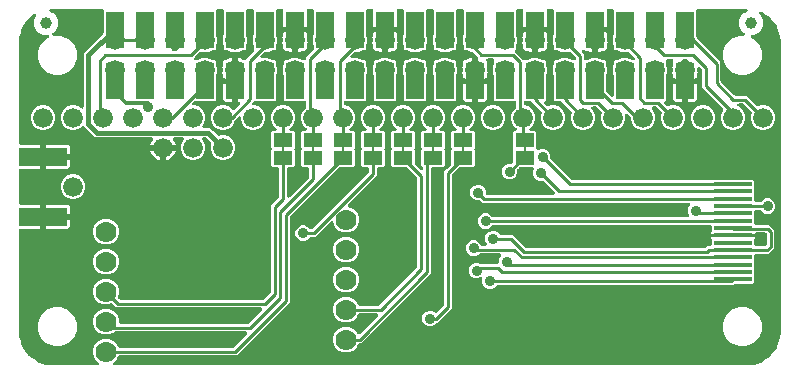
<source format=gbr>
G04 EAGLE Gerber RS-274X export*
G75*
%MOMM*%
%FSLAX34Y34*%
%LPD*%
%INBottom Copper*%
%IPPOS*%
%AMOC8*
5,1,8,0,0,1.08239X$1,22.5*%
G01*
%ADD10R,1.524000X3.048000*%
%ADD11C,1.676400*%
%ADD12C,1.000000*%
%ADD13R,4.064000X1.524000*%
%ADD14C,1.778000*%
%ADD15R,1.600200X1.168400*%
%ADD16R,0.203200X0.635000*%
%ADD17R,3.200000X0.350000*%
%ADD18C,0.254000*%
%ADD19C,0.406400*%
%ADD20C,0.906400*%
%ADD21C,0.304800*%

G36*
X620022Y1273D02*
X620022Y1273D01*
X620100Y1275D01*
X624197Y1597D01*
X624264Y1611D01*
X624333Y1615D01*
X624489Y1655D01*
X632282Y4187D01*
X632390Y4238D01*
X632500Y4281D01*
X632551Y4314D01*
X632570Y4323D01*
X632586Y4336D01*
X632636Y4368D01*
X639265Y9184D01*
X639352Y9265D01*
X639443Y9341D01*
X639482Y9388D01*
X639497Y9402D01*
X639508Y9419D01*
X639546Y9465D01*
X644362Y16094D01*
X644420Y16198D01*
X644483Y16298D01*
X644506Y16355D01*
X644516Y16373D01*
X644521Y16392D01*
X644543Y16448D01*
X647075Y24241D01*
X647088Y24309D01*
X647110Y24374D01*
X647133Y24533D01*
X647455Y28630D01*
X647454Y28652D01*
X647459Y28730D01*
X647459Y275334D01*
X647457Y275356D01*
X647455Y275434D01*
X647133Y279531D01*
X647119Y279598D01*
X647115Y279667D01*
X647075Y279823D01*
X644543Y287616D01*
X644492Y287724D01*
X644449Y287834D01*
X644416Y287885D01*
X644407Y287904D01*
X644394Y287920D01*
X644362Y287970D01*
X639546Y294599D01*
X639465Y294686D01*
X639389Y294777D01*
X639342Y294816D01*
X639328Y294831D01*
X639311Y294842D01*
X639265Y294880D01*
X632636Y299696D01*
X632532Y299754D01*
X632432Y299817D01*
X632375Y299840D01*
X632357Y299850D01*
X632338Y299855D01*
X632282Y299877D01*
X630845Y300344D01*
X630819Y300349D01*
X630794Y300359D01*
X630663Y300378D01*
X630532Y300403D01*
X630506Y300402D01*
X630479Y300406D01*
X630347Y300392D01*
X630215Y300383D01*
X630190Y300375D01*
X630163Y300372D01*
X630038Y300326D01*
X629913Y300285D01*
X629890Y300271D01*
X629865Y300262D01*
X629756Y300186D01*
X629644Y300115D01*
X629626Y300096D01*
X629604Y300080D01*
X629517Y299980D01*
X629426Y299883D01*
X629413Y299860D01*
X629396Y299840D01*
X629337Y299721D01*
X629273Y299605D01*
X629266Y299579D01*
X629254Y299555D01*
X629227Y299425D01*
X629193Y299297D01*
X629193Y299270D01*
X629188Y299244D01*
X629193Y299111D01*
X629193Y298979D01*
X629200Y298953D01*
X629201Y298926D01*
X629239Y298799D01*
X629272Y298670D01*
X629285Y298647D01*
X629293Y298622D01*
X629361Y298508D01*
X629425Y298392D01*
X629443Y298372D01*
X629457Y298349D01*
X629552Y298256D01*
X629574Y298232D01*
X632301Y293510D01*
X632301Y288150D01*
X629621Y283509D01*
X624980Y280829D01*
X623323Y280829D01*
X623253Y280821D01*
X623184Y280822D01*
X623096Y280801D01*
X623007Y280789D01*
X622942Y280764D01*
X622874Y280747D01*
X622795Y280705D01*
X622711Y280672D01*
X622655Y280631D01*
X622593Y280599D01*
X622527Y280538D01*
X622454Y280486D01*
X622410Y280432D01*
X622358Y280385D01*
X622309Y280310D01*
X622251Y280241D01*
X622221Y280177D01*
X622183Y280119D01*
X622154Y280034D01*
X622116Y279953D01*
X622103Y279884D01*
X622080Y279818D01*
X622073Y279729D01*
X622056Y279641D01*
X622060Y279571D01*
X622055Y279501D01*
X622070Y279413D01*
X622076Y279323D01*
X622097Y279257D01*
X622109Y279188D01*
X622146Y279106D01*
X622174Y279021D01*
X622211Y278962D01*
X622240Y278898D01*
X622296Y278828D01*
X622344Y278752D01*
X622395Y278704D01*
X622438Y278650D01*
X622510Y278595D01*
X622575Y278534D01*
X622637Y278500D01*
X622692Y278458D01*
X622837Y278387D01*
X624370Y277753D01*
X629023Y273100D01*
X631541Y267020D01*
X631541Y260440D01*
X629023Y254360D01*
X624370Y249707D01*
X618290Y247189D01*
X611710Y247189D01*
X605630Y249707D01*
X600977Y254360D01*
X598459Y260440D01*
X598459Y267020D01*
X600977Y273100D01*
X605630Y277753D01*
X611710Y280271D01*
X615851Y280271D01*
X615995Y280289D01*
X616140Y280304D01*
X616153Y280309D01*
X616166Y280311D01*
X616302Y280364D01*
X616438Y280415D01*
X616450Y280423D01*
X616462Y280428D01*
X616580Y280513D01*
X616700Y280596D01*
X616709Y280607D01*
X616719Y280614D01*
X616812Y280726D01*
X616908Y280837D01*
X616914Y280849D01*
X616922Y280859D01*
X616984Y280991D01*
X617049Y281122D01*
X617052Y281135D01*
X617058Y281147D01*
X617085Y281289D01*
X617116Y281433D01*
X617115Y281446D01*
X617118Y281459D01*
X617109Y281604D01*
X617103Y281750D01*
X617099Y281764D01*
X617098Y281777D01*
X617053Y281915D01*
X617011Y282055D01*
X617004Y282067D01*
X617000Y282079D01*
X616922Y282202D01*
X616846Y282327D01*
X616837Y282337D01*
X616830Y282348D01*
X616724Y282448D01*
X616620Y282550D01*
X616604Y282560D01*
X616598Y282566D01*
X616583Y282574D01*
X616485Y282639D01*
X614979Y283509D01*
X612299Y288150D01*
X612299Y293510D01*
X614979Y298151D01*
X618917Y300425D01*
X619033Y300513D01*
X619151Y300598D01*
X619160Y300609D01*
X619171Y300617D01*
X619261Y300731D01*
X619354Y300843D01*
X619360Y300856D01*
X619368Y300866D01*
X619428Y301000D01*
X619490Y301131D01*
X619492Y301144D01*
X619498Y301157D01*
X619522Y301301D01*
X619549Y301444D01*
X619548Y301457D01*
X619551Y301470D01*
X619539Y301616D01*
X619530Y301761D01*
X619525Y301774D01*
X619524Y301787D01*
X619476Y301925D01*
X619432Y302063D01*
X619424Y302075D01*
X619420Y302088D01*
X619339Y302209D01*
X619261Y302332D01*
X619252Y302341D01*
X619244Y302353D01*
X619136Y302450D01*
X619030Y302550D01*
X619018Y302557D01*
X619008Y302566D01*
X618879Y302633D01*
X618751Y302704D01*
X618738Y302707D01*
X618726Y302713D01*
X618584Y302747D01*
X618443Y302783D01*
X618425Y302784D01*
X618417Y302786D01*
X618400Y302786D01*
X618283Y302793D01*
X577218Y302793D01*
X577100Y302778D01*
X576981Y302771D01*
X576943Y302758D01*
X576902Y302753D01*
X576792Y302710D01*
X576679Y302673D01*
X576644Y302651D01*
X576607Y302636D01*
X576511Y302567D01*
X576410Y302503D01*
X576382Y302473D01*
X576349Y302450D01*
X576273Y302358D01*
X576192Y302271D01*
X576172Y302236D01*
X576147Y302205D01*
X576096Y302097D01*
X576038Y301993D01*
X576028Y301953D01*
X576011Y301917D01*
X575989Y301800D01*
X575959Y301685D01*
X575955Y301625D01*
X575951Y301605D01*
X575953Y301584D01*
X575949Y301524D01*
X575949Y280603D01*
X575950Y280594D01*
X575949Y280585D01*
X575970Y280436D01*
X575989Y280288D01*
X575992Y280279D01*
X575993Y280270D01*
X576045Y280118D01*
X576715Y278502D01*
X576715Y278112D01*
X576727Y278014D01*
X576730Y277915D01*
X576747Y277856D01*
X576755Y277796D01*
X576791Y277704D01*
X576819Y277609D01*
X576849Y277557D01*
X576872Y277501D01*
X576930Y277421D01*
X576980Y277335D01*
X577046Y277260D01*
X577058Y277243D01*
X577068Y277235D01*
X577086Y277214D01*
X596393Y257908D01*
X596393Y241924D01*
X596405Y241826D01*
X596408Y241727D01*
X596425Y241668D01*
X596433Y241608D01*
X596469Y241516D01*
X596497Y241421D01*
X596527Y241369D01*
X596550Y241313D01*
X596608Y241233D01*
X596658Y241147D01*
X596724Y241072D01*
X596736Y241055D01*
X596746Y241047D01*
X596764Y241026D01*
X608056Y229734D01*
X608135Y229674D01*
X608207Y229606D01*
X608260Y229577D01*
X608308Y229540D01*
X608399Y229500D01*
X608485Y229452D01*
X608544Y229437D01*
X608599Y229413D01*
X608697Y229398D01*
X608793Y229373D01*
X608893Y229367D01*
X608913Y229363D01*
X608926Y229365D01*
X608954Y229363D01*
X618588Y229363D01*
X620894Y227056D01*
X627192Y220759D01*
X627215Y220741D01*
X627234Y220718D01*
X627340Y220644D01*
X627443Y220564D01*
X627470Y220552D01*
X627494Y220535D01*
X627616Y220489D01*
X627735Y220438D01*
X627764Y220433D01*
X627792Y220422D01*
X627921Y220408D01*
X628049Y220388D01*
X628079Y220390D01*
X628108Y220387D01*
X628236Y220405D01*
X628366Y220417D01*
X628394Y220427D01*
X628423Y220432D01*
X628575Y220484D01*
X630388Y221235D01*
X634532Y221235D01*
X638359Y219649D01*
X641289Y216719D01*
X642875Y212892D01*
X642875Y208748D01*
X641289Y204921D01*
X638359Y201991D01*
X634532Y200405D01*
X630388Y200405D01*
X626561Y201991D01*
X623631Y204921D01*
X622045Y208748D01*
X622045Y212892D01*
X622796Y214705D01*
X622804Y214733D01*
X622818Y214760D01*
X622846Y214886D01*
X622880Y215012D01*
X622881Y215041D01*
X622887Y215070D01*
X622883Y215200D01*
X622885Y215330D01*
X622878Y215358D01*
X622878Y215388D01*
X622841Y215512D01*
X622811Y215639D01*
X622797Y215665D01*
X622789Y215693D01*
X622723Y215805D01*
X622662Y215920D01*
X622643Y215942D01*
X622628Y215967D01*
X622521Y216088D01*
X616224Y222386D01*
X616145Y222446D01*
X616073Y222514D01*
X616020Y222543D01*
X615972Y222580D01*
X615881Y222620D01*
X615795Y222668D01*
X615736Y222683D01*
X615681Y222707D01*
X615583Y222722D01*
X615487Y222747D01*
X615387Y222753D01*
X615366Y222757D01*
X615354Y222755D01*
X615326Y222757D01*
X611837Y222757D01*
X611768Y222749D01*
X611698Y222750D01*
X611610Y222729D01*
X611521Y222717D01*
X611456Y222692D01*
X611389Y222675D01*
X611309Y222633D01*
X611226Y222600D01*
X611169Y222559D01*
X611107Y222527D01*
X611041Y222466D01*
X610968Y222414D01*
X610924Y222360D01*
X610872Y222313D01*
X610823Y222238D01*
X610765Y222169D01*
X610736Y222105D01*
X610697Y222047D01*
X610668Y221962D01*
X610630Y221881D01*
X610617Y221812D01*
X610594Y221746D01*
X610587Y221657D01*
X610570Y221569D01*
X610574Y221499D01*
X610569Y221429D01*
X610584Y221341D01*
X610590Y221251D01*
X610611Y221185D01*
X610623Y221116D01*
X610660Y221034D01*
X610688Y220949D01*
X610725Y220890D01*
X610754Y220826D01*
X610810Y220756D01*
X610858Y220680D01*
X610909Y220632D01*
X610952Y220578D01*
X611024Y220523D01*
X611090Y220462D01*
X611151Y220428D01*
X611207Y220386D01*
X611351Y220315D01*
X612959Y219649D01*
X615889Y216719D01*
X617475Y212892D01*
X617475Y208748D01*
X615889Y204921D01*
X612959Y201991D01*
X609132Y200405D01*
X604988Y200405D01*
X601161Y201991D01*
X598231Y204921D01*
X596645Y208748D01*
X596645Y212892D01*
X598231Y216719D01*
X598368Y216856D01*
X598441Y216950D01*
X598520Y217040D01*
X598538Y217076D01*
X598563Y217108D01*
X598610Y217217D01*
X598664Y217323D01*
X598673Y217362D01*
X598689Y217399D01*
X598708Y217517D01*
X598734Y217633D01*
X598733Y217674D01*
X598739Y217714D01*
X598728Y217832D01*
X598724Y217951D01*
X598713Y217990D01*
X598709Y218030D01*
X598669Y218142D01*
X598636Y218257D01*
X598615Y218291D01*
X598602Y218329D01*
X598535Y218428D01*
X598474Y218531D01*
X598434Y218576D01*
X598423Y218593D01*
X598408Y218606D01*
X598368Y218651D01*
X580897Y236122D01*
X580897Y250836D01*
X580885Y250934D01*
X580882Y251033D01*
X580865Y251092D01*
X580857Y251152D01*
X580821Y251244D01*
X580793Y251339D01*
X580763Y251391D01*
X580740Y251447D01*
X580682Y251527D01*
X580632Y251613D01*
X580566Y251688D01*
X580554Y251705D01*
X580544Y251713D01*
X580526Y251734D01*
X579352Y252908D01*
X579273Y252968D01*
X579201Y253036D01*
X579148Y253065D01*
X579100Y253102D01*
X579009Y253142D01*
X578923Y253190D01*
X578864Y253205D01*
X578809Y253229D01*
X578711Y253244D01*
X578615Y253269D01*
X578515Y253275D01*
X578494Y253279D01*
X578482Y253277D01*
X578454Y253279D01*
X577726Y253279D01*
X577608Y253264D01*
X577489Y253257D01*
X577451Y253244D01*
X577410Y253239D01*
X577300Y253196D01*
X577187Y253159D01*
X577152Y253137D01*
X577115Y253122D01*
X577019Y253053D01*
X576918Y252989D01*
X576890Y252959D01*
X576857Y252936D01*
X576781Y252844D01*
X576700Y252757D01*
X576680Y252722D01*
X576655Y252691D01*
X576604Y252583D01*
X576546Y252479D01*
X576536Y252439D01*
X576519Y252403D01*
X576497Y252286D01*
X576467Y252171D01*
X576463Y252111D01*
X576459Y252091D01*
X576461Y252070D01*
X576457Y252010D01*
X576457Y250050D01*
X576472Y249932D01*
X576479Y249813D01*
X576492Y249775D01*
X576497Y249734D01*
X576540Y249624D01*
X576577Y249511D01*
X576599Y249476D01*
X576614Y249439D01*
X576683Y249342D01*
X576747Y249242D01*
X576777Y249214D01*
X576800Y249181D01*
X576892Y249105D01*
X576979Y249024D01*
X577014Y249004D01*
X577035Y248987D01*
X576954Y248472D01*
X576519Y247134D01*
X576497Y247017D01*
X576467Y246902D01*
X576463Y246842D01*
X576459Y246821D01*
X576461Y246801D01*
X576457Y246741D01*
X576457Y244663D01*
X575822Y244663D01*
X575783Y244658D01*
X575744Y244661D01*
X575626Y244638D01*
X575507Y244623D01*
X575470Y244609D01*
X575431Y244601D01*
X575322Y244550D01*
X575211Y244506D01*
X575179Y244483D01*
X575143Y244466D01*
X575051Y244390D01*
X574954Y244319D01*
X574928Y244289D01*
X574898Y244264D01*
X574795Y244140D01*
X574631Y243914D01*
X573416Y242699D01*
X572290Y241881D01*
X572232Y241826D01*
X572168Y241780D01*
X572117Y241718D01*
X572058Y241663D01*
X572016Y241596D01*
X571965Y241535D01*
X571931Y241462D01*
X571888Y241395D01*
X571863Y241319D01*
X571829Y241247D01*
X571814Y241168D01*
X571790Y241092D01*
X571784Y241013D01*
X571770Y240935D01*
X571774Y240855D01*
X571769Y240775D01*
X571784Y240697D01*
X571789Y240617D01*
X571814Y240541D01*
X571829Y240462D01*
X571863Y240390D01*
X571887Y240315D01*
X571930Y240247D01*
X571964Y240175D01*
X572015Y240113D01*
X572057Y240046D01*
X572116Y239991D01*
X572167Y239929D01*
X572231Y239883D01*
X572289Y239828D01*
X572359Y239789D01*
X572424Y239742D01*
X572498Y239713D01*
X572568Y239674D01*
X572645Y239655D01*
X572719Y239625D01*
X572798Y239615D01*
X572876Y239595D01*
X573034Y239585D01*
X573035Y239585D01*
X573036Y239585D01*
X576457Y239585D01*
X576457Y226550D01*
X576284Y225903D01*
X575949Y225324D01*
X575476Y224851D01*
X574897Y224516D01*
X574250Y224343D01*
X568835Y224343D01*
X568835Y238887D01*
X568828Y238946D01*
X568830Y239005D01*
X568808Y239103D01*
X568795Y239202D01*
X568773Y239257D01*
X568760Y239316D01*
X568715Y239405D01*
X568678Y239498D01*
X568643Y239546D01*
X568616Y239599D01*
X568550Y239674D01*
X568549Y239675D01*
X568549Y240854D01*
X568534Y240972D01*
X568527Y241091D01*
X568514Y241129D01*
X568509Y241169D01*
X568466Y241280D01*
X568429Y241393D01*
X568407Y241428D01*
X568392Y241465D01*
X568323Y241561D01*
X568259Y241662D01*
X568229Y241690D01*
X568206Y241722D01*
X568114Y241798D01*
X568027Y241880D01*
X567992Y241899D01*
X567961Y241925D01*
X567853Y241976D01*
X567749Y242033D01*
X567709Y242044D01*
X567673Y242061D01*
X567556Y242083D01*
X567441Y242113D01*
X567381Y242117D01*
X567361Y242121D01*
X567340Y242119D01*
X567280Y242123D01*
X565320Y242123D01*
X565202Y242108D01*
X565083Y242101D01*
X565045Y242088D01*
X565004Y242083D01*
X564894Y242039D01*
X564781Y242003D01*
X564746Y241981D01*
X564709Y241966D01*
X564612Y241896D01*
X564512Y241833D01*
X564484Y241803D01*
X564451Y241779D01*
X564375Y241688D01*
X564294Y241601D01*
X564274Y241566D01*
X564249Y241534D01*
X564198Y241427D01*
X564140Y241323D01*
X564130Y241283D01*
X564113Y241247D01*
X564091Y241130D01*
X564061Y241015D01*
X564057Y240954D01*
X564053Y240934D01*
X564055Y240914D01*
X564051Y240854D01*
X564051Y239693D01*
X564041Y239678D01*
X564000Y239635D01*
X563952Y239547D01*
X563895Y239465D01*
X563875Y239409D01*
X563846Y239356D01*
X563822Y239260D01*
X563788Y239166D01*
X563782Y239106D01*
X563767Y239048D01*
X563757Y238888D01*
X563757Y224343D01*
X558342Y224343D01*
X557695Y224516D01*
X557116Y224851D01*
X556643Y225324D01*
X556308Y225903D01*
X556135Y226550D01*
X556135Y239585D01*
X559564Y239585D01*
X559643Y239595D01*
X559722Y239595D01*
X559800Y239615D01*
X559879Y239625D01*
X559953Y239654D01*
X560031Y239674D01*
X560101Y239712D01*
X560175Y239742D01*
X560240Y239789D01*
X560309Y239827D01*
X560368Y239881D01*
X560432Y239929D01*
X560483Y239990D01*
X560541Y240044D01*
X560584Y240112D01*
X560635Y240173D01*
X560669Y240246D01*
X560712Y240313D01*
X560737Y240389D01*
X560771Y240461D01*
X560786Y240539D01*
X560810Y240615D01*
X560815Y240695D01*
X560830Y240774D01*
X560826Y240853D01*
X560831Y240933D01*
X560816Y241011D01*
X560811Y241091D01*
X560786Y241167D01*
X560771Y241245D01*
X560737Y241317D01*
X560713Y241393D01*
X560670Y241461D01*
X560636Y241533D01*
X560585Y241595D01*
X560543Y241662D01*
X560485Y241717D01*
X560434Y241778D01*
X560312Y241879D01*
X560311Y241880D01*
X560310Y241880D01*
X560310Y241881D01*
X559184Y242699D01*
X557969Y243914D01*
X557805Y244140D01*
X557778Y244169D01*
X557757Y244202D01*
X557669Y244284D01*
X557587Y244372D01*
X557554Y244393D01*
X557525Y244420D01*
X557420Y244478D01*
X557319Y244542D01*
X557281Y244554D01*
X557246Y244573D01*
X557130Y244603D01*
X557016Y244641D01*
X556977Y244643D01*
X556939Y244653D01*
X556778Y244663D01*
X556135Y244663D01*
X556135Y246766D01*
X556120Y246884D01*
X556113Y247002D01*
X556098Y247061D01*
X556095Y247082D01*
X556088Y247101D01*
X556073Y247158D01*
X555646Y248472D01*
X555563Y249000D01*
X555573Y249007D01*
X555674Y249071D01*
X555702Y249101D01*
X555735Y249124D01*
X555811Y249216D01*
X555892Y249303D01*
X555912Y249338D01*
X555937Y249369D01*
X555988Y249477D01*
X556046Y249581D01*
X556056Y249621D01*
X556073Y249657D01*
X556095Y249774D01*
X556125Y249889D01*
X556129Y249949D01*
X556133Y249969D01*
X556131Y249990D01*
X556135Y250050D01*
X556135Y252010D01*
X556120Y252128D01*
X556113Y252247D01*
X556100Y252285D01*
X556095Y252326D01*
X556052Y252436D01*
X556015Y252549D01*
X555993Y252584D01*
X555978Y252621D01*
X555909Y252717D01*
X555845Y252818D01*
X555815Y252846D01*
X555792Y252879D01*
X555700Y252955D01*
X555613Y253036D01*
X555578Y253056D01*
X555564Y253067D01*
X555646Y253588D01*
X556073Y254902D01*
X556095Y255018D01*
X556125Y255133D01*
X556129Y255194D01*
X556133Y255214D01*
X556131Y255235D01*
X556135Y255294D01*
X556135Y257698D01*
X556316Y258372D01*
X556345Y258441D01*
X556401Y258560D01*
X556406Y258586D01*
X556416Y258611D01*
X556436Y258743D01*
X556461Y258873D01*
X556459Y258899D01*
X556463Y258926D01*
X556449Y259058D01*
X556441Y259190D01*
X556433Y259215D01*
X556430Y259242D01*
X556384Y259366D01*
X556343Y259492D01*
X556329Y259515D01*
X556319Y259540D01*
X556244Y259649D01*
X556173Y259761D01*
X556153Y259780D01*
X556138Y259802D01*
X556038Y259888D01*
X555941Y259979D01*
X555918Y259992D01*
X555897Y260010D01*
X555779Y260069D01*
X555663Y260133D01*
X555637Y260139D01*
X555613Y260151D01*
X555483Y260179D01*
X555355Y260212D01*
X555317Y260214D01*
X555302Y260218D01*
X555280Y260217D01*
X555194Y260222D01*
X551597Y260222D01*
X551459Y260205D01*
X551320Y260192D01*
X551301Y260185D01*
X551281Y260182D01*
X551152Y260131D01*
X551021Y260084D01*
X551004Y260073D01*
X550985Y260065D01*
X550873Y259984D01*
X550758Y259906D01*
X550744Y259890D01*
X550728Y259879D01*
X550639Y259771D01*
X550547Y259667D01*
X550538Y259649D01*
X550525Y259634D01*
X550466Y259508D01*
X550403Y259384D01*
X550398Y259364D01*
X550390Y259346D01*
X550363Y259209D01*
X550333Y259074D01*
X550334Y259053D01*
X550330Y259034D01*
X550339Y258895D01*
X550343Y258756D01*
X550348Y258736D01*
X550350Y258716D01*
X550393Y258584D01*
X550431Y258450D01*
X550442Y258433D01*
X550448Y258414D01*
X550522Y258296D01*
X550549Y258251D01*
X550549Y255203D01*
X550550Y255194D01*
X550549Y255185D01*
X550570Y255036D01*
X550589Y254888D01*
X550592Y254879D01*
X550593Y254870D01*
X550645Y254718D01*
X551315Y253102D01*
X551315Y248958D01*
X550645Y247342D01*
X550643Y247333D01*
X550638Y247325D01*
X550601Y247180D01*
X550561Y247036D01*
X550561Y247026D01*
X550559Y247017D01*
X550549Y246857D01*
X550549Y226042D01*
X549026Y224520D01*
X548953Y224425D01*
X548874Y224336D01*
X548856Y224300D01*
X548831Y224268D01*
X548784Y224159D01*
X548730Y224053D01*
X548721Y224014D01*
X548705Y223976D01*
X548686Y223859D01*
X548660Y223743D01*
X548661Y223702D01*
X548655Y223662D01*
X548666Y223544D01*
X548670Y223425D01*
X548681Y223386D01*
X548685Y223346D01*
X548725Y223233D01*
X548758Y223119D01*
X548779Y223085D01*
X548793Y223046D01*
X548859Y222948D01*
X548920Y222845D01*
X548960Y222800D01*
X548971Y222783D01*
X548986Y222770D01*
X549026Y222725D01*
X550992Y220759D01*
X551015Y220741D01*
X551034Y220718D01*
X551140Y220644D01*
X551243Y220564D01*
X551270Y220552D01*
X551294Y220535D01*
X551416Y220489D01*
X551535Y220438D01*
X551564Y220433D01*
X551592Y220422D01*
X551721Y220408D01*
X551849Y220388D01*
X551879Y220390D01*
X551908Y220387D01*
X552036Y220405D01*
X552166Y220417D01*
X552194Y220427D01*
X552223Y220432D01*
X552375Y220484D01*
X554188Y221235D01*
X558332Y221235D01*
X562159Y219649D01*
X565089Y216719D01*
X566675Y212892D01*
X566675Y208748D01*
X565089Y204921D01*
X562159Y201991D01*
X558332Y200405D01*
X554188Y200405D01*
X550361Y201991D01*
X547431Y204921D01*
X545845Y208748D01*
X545845Y212892D01*
X546596Y214705D01*
X546604Y214733D01*
X546618Y214760D01*
X546646Y214886D01*
X546680Y215012D01*
X546681Y215041D01*
X546687Y215070D01*
X546683Y215200D01*
X546685Y215330D01*
X546678Y215358D01*
X546678Y215388D01*
X546641Y215512D01*
X546611Y215639D01*
X546597Y215665D01*
X546589Y215693D01*
X546523Y215805D01*
X546462Y215920D01*
X546443Y215942D01*
X546428Y215967D01*
X546321Y216088D01*
X542564Y219846D01*
X542485Y219906D01*
X542413Y219974D01*
X542360Y220003D01*
X542312Y220040D01*
X542221Y220080D01*
X542135Y220128D01*
X542076Y220143D01*
X542021Y220167D01*
X541923Y220182D01*
X541827Y220207D01*
X541727Y220213D01*
X541706Y220217D01*
X541694Y220215D01*
X541666Y220217D01*
X539256Y220217D01*
X539118Y220200D01*
X538979Y220187D01*
X538960Y220180D01*
X538940Y220177D01*
X538811Y220126D01*
X538680Y220079D01*
X538663Y220068D01*
X538644Y220060D01*
X538532Y219979D01*
X538417Y219901D01*
X538403Y219885D01*
X538387Y219874D01*
X538298Y219766D01*
X538206Y219662D01*
X538197Y219644D01*
X538184Y219629D01*
X538125Y219503D01*
X538062Y219379D01*
X538057Y219359D01*
X538049Y219341D01*
X538023Y219204D01*
X537992Y219069D01*
X537993Y219048D01*
X537989Y219029D01*
X537998Y218890D01*
X538002Y218751D01*
X538007Y218731D01*
X538009Y218711D01*
X538051Y218579D01*
X538090Y218445D01*
X538100Y218428D01*
X538107Y218409D01*
X538181Y218291D01*
X538252Y218171D01*
X538270Y218150D01*
X538277Y218140D01*
X538292Y218126D01*
X538358Y218051D01*
X539689Y216719D01*
X541275Y212892D01*
X541275Y208748D01*
X539689Y204921D01*
X536759Y201991D01*
X532932Y200405D01*
X528788Y200405D01*
X524961Y201991D01*
X522031Y204921D01*
X520445Y208748D01*
X520445Y210958D01*
X520433Y211056D01*
X520430Y211155D01*
X520413Y211214D01*
X520405Y211274D01*
X520369Y211366D01*
X520341Y211461D01*
X520311Y211513D01*
X520288Y211569D01*
X520230Y211649D01*
X520180Y211735D01*
X520114Y211810D01*
X520102Y211827D01*
X520092Y211835D01*
X520074Y211856D01*
X518041Y213888D01*
X517932Y213973D01*
X517825Y214062D01*
X517806Y214070D01*
X517790Y214083D01*
X517662Y214138D01*
X517537Y214197D01*
X517517Y214201D01*
X517498Y214209D01*
X517360Y214231D01*
X517224Y214257D01*
X517204Y214256D01*
X517184Y214259D01*
X517045Y214246D01*
X516907Y214237D01*
X516888Y214231D01*
X516868Y214229D01*
X516736Y214182D01*
X516605Y214139D01*
X516587Y214128D01*
X516568Y214121D01*
X516453Y214043D01*
X516336Y213969D01*
X516322Y213954D01*
X516305Y213943D01*
X516213Y213839D01*
X516118Y213737D01*
X516108Y213720D01*
X516095Y213704D01*
X516031Y213580D01*
X515964Y213459D01*
X515959Y213439D01*
X515950Y213421D01*
X515920Y213285D01*
X515885Y213151D01*
X515883Y213123D01*
X515880Y213111D01*
X515881Y213090D01*
X515875Y212990D01*
X515875Y208748D01*
X514289Y204921D01*
X511359Y201991D01*
X507532Y200405D01*
X503388Y200405D01*
X499561Y201991D01*
X496631Y204921D01*
X495045Y208748D01*
X495045Y212892D01*
X495796Y214705D01*
X495804Y214733D01*
X495818Y214760D01*
X495846Y214886D01*
X495880Y215012D01*
X495881Y215041D01*
X495887Y215070D01*
X495883Y215200D01*
X495885Y215330D01*
X495878Y215358D01*
X495878Y215388D01*
X495841Y215512D01*
X495811Y215639D01*
X495797Y215665D01*
X495789Y215693D01*
X495723Y215805D01*
X495662Y215920D01*
X495643Y215942D01*
X495628Y215967D01*
X495521Y216088D01*
X491702Y219908D01*
X491623Y219968D01*
X491551Y220036D01*
X491498Y220065D01*
X491450Y220102D01*
X491359Y220142D01*
X491273Y220190D01*
X491214Y220205D01*
X491159Y220229D01*
X491061Y220244D01*
X490965Y220269D01*
X490865Y220275D01*
X490844Y220279D01*
X490832Y220277D01*
X490804Y220279D01*
X488394Y220279D01*
X488256Y220262D01*
X488117Y220249D01*
X488098Y220242D01*
X488078Y220239D01*
X487949Y220188D01*
X487818Y220141D01*
X487801Y220130D01*
X487782Y220122D01*
X487670Y220041D01*
X487555Y219963D01*
X487541Y219947D01*
X487525Y219936D01*
X487436Y219828D01*
X487344Y219724D01*
X487335Y219706D01*
X487322Y219691D01*
X487263Y219565D01*
X487200Y219441D01*
X487195Y219421D01*
X487187Y219403D01*
X487161Y219266D01*
X487130Y219131D01*
X487131Y219110D01*
X487127Y219091D01*
X487136Y218952D01*
X487140Y218813D01*
X487145Y218793D01*
X487147Y218773D01*
X487189Y218641D01*
X487228Y218507D01*
X487238Y218490D01*
X487245Y218471D01*
X487319Y218353D01*
X487390Y218233D01*
X487408Y218212D01*
X487415Y218202D01*
X487430Y218188D01*
X487496Y218113D01*
X488889Y216719D01*
X490475Y212892D01*
X490475Y208748D01*
X488889Y204921D01*
X485959Y201991D01*
X482132Y200405D01*
X477988Y200405D01*
X474161Y201991D01*
X471231Y204921D01*
X469645Y208748D01*
X469645Y212892D01*
X470396Y214705D01*
X470404Y214733D01*
X470418Y214760D01*
X470446Y214886D01*
X470480Y215012D01*
X470481Y215041D01*
X470487Y215070D01*
X470483Y215200D01*
X470485Y215330D01*
X470478Y215358D01*
X470478Y215388D01*
X470441Y215512D01*
X470411Y215639D01*
X470397Y215665D01*
X470389Y215693D01*
X470323Y215805D01*
X470262Y215920D01*
X470243Y215942D01*
X470228Y215967D01*
X470121Y216088D01*
X461730Y224480D01*
X461651Y224540D01*
X461579Y224608D01*
X461526Y224637D01*
X461478Y224674D01*
X461387Y224714D01*
X461301Y224762D01*
X461242Y224777D01*
X461187Y224801D01*
X461089Y224816D01*
X460993Y224841D01*
X460893Y224847D01*
X460872Y224851D01*
X460860Y224849D01*
X460832Y224851D01*
X456234Y224851D01*
X455043Y226042D01*
X455043Y246876D01*
X455042Y246885D01*
X455043Y246894D01*
X455022Y247043D01*
X455003Y247191D01*
X455000Y247200D01*
X454999Y247209D01*
X454947Y247362D01*
X454285Y248958D01*
X454285Y253102D01*
X454947Y254698D01*
X454949Y254707D01*
X454954Y254715D01*
X454991Y254861D01*
X455031Y255005D01*
X455031Y255014D01*
X455033Y255023D01*
X455043Y255184D01*
X455043Y258206D01*
X456234Y259397D01*
X457812Y259397D01*
X457911Y259409D01*
X458010Y259412D01*
X458068Y259429D01*
X458128Y259437D01*
X458220Y259473D01*
X458315Y259501D01*
X458367Y259531D01*
X458424Y259554D01*
X458504Y259612D01*
X458589Y259662D01*
X458664Y259728D01*
X458681Y259740D01*
X458689Y259750D01*
X458710Y259768D01*
X458801Y259859D01*
X462628Y261445D01*
X466772Y261445D01*
X470599Y259859D01*
X470690Y259768D01*
X470768Y259708D01*
X470841Y259640D01*
X470894Y259611D01*
X470941Y259574D01*
X471032Y259534D01*
X471119Y259486D01*
X471178Y259471D01*
X471233Y259447D01*
X471331Y259432D01*
X471427Y259407D01*
X471527Y259401D01*
X471547Y259397D01*
X471560Y259399D01*
X471588Y259397D01*
X472948Y259397D01*
X473066Y259412D01*
X473185Y259419D01*
X473223Y259432D01*
X473264Y259437D01*
X473374Y259480D01*
X473487Y259517D01*
X473522Y259539D01*
X473559Y259554D01*
X473655Y259623D01*
X473756Y259687D01*
X473784Y259717D01*
X473817Y259740D01*
X473893Y259832D01*
X473974Y259919D01*
X473994Y259954D01*
X474019Y259985D01*
X474070Y260093D01*
X474128Y260197D01*
X474138Y260237D01*
X474155Y260273D01*
X474177Y260390D01*
X474207Y260505D01*
X474211Y260565D01*
X474215Y260585D01*
X474213Y260606D01*
X474217Y260666D01*
X474217Y261366D01*
X474205Y261464D01*
X474202Y261563D01*
X474185Y261622D01*
X474177Y261682D01*
X474141Y261774D01*
X474113Y261869D01*
X474083Y261921D01*
X474060Y261977D01*
X474002Y262057D01*
X473952Y262143D01*
X473886Y262218D01*
X473874Y262235D01*
X473864Y262243D01*
X473846Y262264D01*
X469721Y266389D01*
X469697Y266407D01*
X469678Y266429D01*
X469572Y266504D01*
X469469Y266584D01*
X469442Y266595D01*
X469418Y266612D01*
X469297Y266658D01*
X469177Y266710D01*
X469148Y266715D01*
X469121Y266725D01*
X468992Y266739D01*
X468863Y266760D01*
X468834Y266757D01*
X468805Y266760D01*
X468676Y266742D01*
X468547Y266730D01*
X468519Y266720D01*
X468490Y266716D01*
X468337Y266664D01*
X466772Y266015D01*
X462628Y266015D01*
X458801Y267601D01*
X458742Y267660D01*
X458664Y267720D01*
X458591Y267788D01*
X458538Y267817D01*
X458491Y267854D01*
X458400Y267894D01*
X458313Y267942D01*
X458254Y267957D01*
X458199Y267981D01*
X458101Y267996D01*
X458005Y268021D01*
X457905Y268027D01*
X457885Y268031D01*
X457872Y268029D01*
X457844Y268031D01*
X456234Y268031D01*
X455043Y269222D01*
X455043Y272276D01*
X455042Y272285D01*
X455043Y272294D01*
X455022Y272443D01*
X455003Y272591D01*
X455000Y272600D01*
X454999Y272609D01*
X454947Y272762D01*
X454285Y274358D01*
X454285Y278502D01*
X454947Y280098D01*
X454949Y280107D01*
X454954Y280115D01*
X454991Y280261D01*
X455031Y280405D01*
X455031Y280414D01*
X455033Y280423D01*
X455043Y280584D01*
X455043Y301524D01*
X455028Y301642D01*
X455021Y301761D01*
X455008Y301799D01*
X455003Y301840D01*
X454960Y301950D01*
X454923Y302063D01*
X454901Y302098D01*
X454886Y302135D01*
X454817Y302231D01*
X454753Y302332D01*
X454723Y302360D01*
X454700Y302393D01*
X454608Y302469D01*
X454521Y302550D01*
X454486Y302570D01*
X454455Y302595D01*
X454347Y302646D01*
X454243Y302704D01*
X454203Y302714D01*
X454167Y302731D01*
X454050Y302753D01*
X453935Y302783D01*
X453875Y302787D01*
X453855Y302791D01*
X453834Y302789D01*
X453774Y302793D01*
X450598Y302793D01*
X450473Y302777D01*
X450348Y302768D01*
X450316Y302758D01*
X450282Y302753D01*
X450165Y302707D01*
X450046Y302667D01*
X450018Y302649D01*
X449987Y302636D01*
X449885Y302562D01*
X449779Y302494D01*
X449757Y302469D01*
X449729Y302450D01*
X449649Y302353D01*
X449564Y302260D01*
X449548Y302231D01*
X449526Y302205D01*
X449473Y302091D01*
X449413Y301980D01*
X449405Y301947D01*
X449391Y301917D01*
X449367Y301794D01*
X449337Y301671D01*
X449337Y301638D01*
X449331Y301605D01*
X449339Y301479D01*
X449340Y301353D01*
X449350Y301305D01*
X449351Y301287D01*
X449357Y301267D01*
X449372Y301195D01*
X449457Y300879D01*
X449457Y287843D01*
X446080Y287843D01*
X446001Y287833D01*
X445922Y287833D01*
X445844Y287813D01*
X445765Y287803D01*
X445691Y287774D01*
X445613Y287754D01*
X445543Y287716D01*
X445469Y287686D01*
X445405Y287640D01*
X445335Y287601D01*
X445276Y287546D01*
X445212Y287499D01*
X445161Y287438D01*
X445103Y287384D01*
X445060Y287316D01*
X445009Y287254D01*
X444975Y287182D01*
X444932Y287115D01*
X444907Y287039D01*
X444873Y286967D01*
X444858Y286889D01*
X444834Y286813D01*
X444829Y286733D01*
X444814Y286654D01*
X444819Y286575D01*
X444813Y286495D01*
X444828Y286417D01*
X444833Y286337D01*
X444858Y286261D01*
X444873Y286183D01*
X444907Y286111D01*
X444931Y286034D01*
X444974Y285967D01*
X445008Y285895D01*
X445059Y285833D01*
X445102Y285766D01*
X445160Y285711D01*
X445210Y285650D01*
X445332Y285549D01*
X445333Y285548D01*
X445334Y285547D01*
X446416Y284761D01*
X447631Y283546D01*
X447819Y283288D01*
X447846Y283259D01*
X447867Y283226D01*
X447954Y283144D01*
X448036Y283056D01*
X448070Y283035D01*
X448098Y283008D01*
X448203Y282950D01*
X448305Y282886D01*
X448342Y282873D01*
X448377Y282854D01*
X448493Y282825D01*
X448607Y282787D01*
X448647Y282785D01*
X448685Y282775D01*
X448845Y282765D01*
X449457Y282765D01*
X449457Y280719D01*
X449472Y280601D01*
X449479Y280482D01*
X449494Y280423D01*
X449497Y280403D01*
X449504Y280384D01*
X449519Y280326D01*
X449954Y278988D01*
X450036Y278466D01*
X450019Y278453D01*
X449918Y278389D01*
X449890Y278359D01*
X449857Y278336D01*
X449781Y278244D01*
X449700Y278157D01*
X449680Y278122D01*
X449655Y278091D01*
X449604Y277983D01*
X449546Y277879D01*
X449536Y277839D01*
X449519Y277803D01*
X449497Y277686D01*
X449467Y277571D01*
X449463Y277511D01*
X449459Y277491D01*
X449461Y277470D01*
X449457Y277410D01*
X449457Y275450D01*
X449472Y275332D01*
X449479Y275213D01*
X449492Y275175D01*
X449497Y275134D01*
X449540Y275024D01*
X449577Y274911D01*
X449599Y274876D01*
X449614Y274839D01*
X449683Y274742D01*
X449747Y274642D01*
X449777Y274614D01*
X449800Y274581D01*
X449892Y274505D01*
X449979Y274424D01*
X450014Y274404D01*
X450035Y274387D01*
X449954Y273872D01*
X449519Y272534D01*
X449497Y272417D01*
X449467Y272302D01*
X449463Y272242D01*
X449459Y272221D01*
X449461Y272201D01*
X449457Y272141D01*
X449457Y269730D01*
X449284Y269083D01*
X448949Y268504D01*
X448476Y268031D01*
X447897Y267696D01*
X447250Y267523D01*
X446036Y267523D01*
X445872Y267503D01*
X445722Y267484D01*
X445721Y267484D01*
X445721Y267483D01*
X445561Y267420D01*
X445426Y267367D01*
X445425Y267367D01*
X445425Y267366D01*
X445424Y267366D01*
X445290Y267281D01*
X445025Y267088D01*
X443493Y266307D01*
X441858Y265776D01*
X441549Y265727D01*
X441549Y275450D01*
X441534Y275568D01*
X441527Y275687D01*
X441514Y275725D01*
X441509Y275765D01*
X441466Y275876D01*
X441429Y275989D01*
X441407Y276023D01*
X441392Y276061D01*
X441323Y276157D01*
X441259Y276258D01*
X441229Y276286D01*
X441206Y276318D01*
X441114Y276394D01*
X441080Y276426D01*
X441088Y276431D01*
X441116Y276461D01*
X441149Y276485D01*
X441225Y276576D01*
X441306Y276663D01*
X441326Y276698D01*
X441351Y276730D01*
X441402Y276837D01*
X441460Y276942D01*
X441470Y276981D01*
X441487Y277017D01*
X441509Y277134D01*
X441539Y277250D01*
X441543Y277310D01*
X441547Y277330D01*
X441545Y277350D01*
X441549Y277410D01*
X441549Y284034D01*
X441534Y284152D01*
X441527Y284271D01*
X441514Y284309D01*
X441509Y284349D01*
X441466Y284460D01*
X441429Y284573D01*
X441407Y284608D01*
X441392Y284645D01*
X441323Y284741D01*
X441259Y284842D01*
X441229Y284870D01*
X441206Y284902D01*
X441114Y284978D01*
X441027Y285060D01*
X440992Y285079D01*
X440961Y285105D01*
X440853Y285156D01*
X440749Y285213D01*
X440709Y285224D01*
X440673Y285241D01*
X440556Y285263D01*
X440441Y285293D01*
X440381Y285297D01*
X440361Y285301D01*
X440340Y285299D01*
X440280Y285303D01*
X438320Y285303D01*
X438202Y285288D01*
X438083Y285281D01*
X438045Y285268D01*
X438004Y285263D01*
X437894Y285219D01*
X437781Y285183D01*
X437746Y285161D01*
X437709Y285146D01*
X437612Y285076D01*
X437512Y285013D01*
X437484Y284983D01*
X437451Y284959D01*
X437375Y284868D01*
X437294Y284781D01*
X437274Y284746D01*
X437249Y284714D01*
X437198Y284607D01*
X437140Y284503D01*
X437130Y284463D01*
X437113Y284427D01*
X437091Y284310D01*
X437061Y284195D01*
X437057Y284134D01*
X437053Y284114D01*
X437055Y284094D01*
X437051Y284034D01*
X437051Y277410D01*
X437066Y277292D01*
X437073Y277173D01*
X437085Y277135D01*
X437091Y277095D01*
X437134Y276984D01*
X437171Y276871D01*
X437193Y276837D01*
X437208Y276799D01*
X437277Y276703D01*
X437341Y276602D01*
X437371Y276574D01*
X437394Y276542D01*
X437486Y276466D01*
X437520Y276434D01*
X437512Y276429D01*
X437484Y276399D01*
X437451Y276375D01*
X437375Y276284D01*
X437294Y276197D01*
X437274Y276162D01*
X437249Y276130D01*
X437198Y276023D01*
X437140Y275918D01*
X437130Y275879D01*
X437113Y275843D01*
X437091Y275726D01*
X437061Y275610D01*
X437057Y275550D01*
X437053Y275530D01*
X437054Y275514D01*
X437053Y275509D01*
X437054Y275500D01*
X437051Y275450D01*
X437051Y265727D01*
X436742Y265776D01*
X435107Y266307D01*
X433575Y267088D01*
X433310Y267281D01*
X433166Y267360D01*
X433032Y267434D01*
X433031Y267434D01*
X432867Y267476D01*
X432725Y267513D01*
X432724Y267513D01*
X432723Y267513D01*
X432722Y267513D01*
X432564Y267523D01*
X431342Y267523D01*
X430695Y267696D01*
X430116Y268031D01*
X429643Y268504D01*
X429308Y269083D01*
X429135Y269730D01*
X429135Y272166D01*
X429120Y272284D01*
X429113Y272402D01*
X429098Y272461D01*
X429095Y272482D01*
X429088Y272501D01*
X429073Y272558D01*
X428646Y273872D01*
X428563Y274400D01*
X428573Y274407D01*
X428674Y274471D01*
X428702Y274501D01*
X428735Y274524D01*
X428811Y274616D01*
X428892Y274703D01*
X428912Y274738D01*
X428937Y274769D01*
X428988Y274877D01*
X429046Y274981D01*
X429056Y275021D01*
X429073Y275057D01*
X429095Y275174D01*
X429125Y275289D01*
X429129Y275349D01*
X429133Y275369D01*
X429131Y275390D01*
X429135Y275450D01*
X429135Y277410D01*
X429120Y277528D01*
X429113Y277647D01*
X429100Y277685D01*
X429095Y277726D01*
X429052Y277836D01*
X429015Y277949D01*
X428993Y277984D01*
X428978Y278021D01*
X428909Y278117D01*
X428845Y278218D01*
X428815Y278246D01*
X428792Y278279D01*
X428700Y278355D01*
X428613Y278436D01*
X428578Y278456D01*
X428564Y278467D01*
X428646Y278988D01*
X429073Y280302D01*
X429095Y280418D01*
X429125Y280533D01*
X429129Y280594D01*
X429133Y280614D01*
X429131Y280634D01*
X429135Y280694D01*
X429135Y282765D01*
X429755Y282765D01*
X429794Y282770D01*
X429833Y282767D01*
X429951Y282790D01*
X430070Y282805D01*
X430107Y282819D01*
X430145Y282827D01*
X430254Y282878D01*
X430366Y282922D01*
X430398Y282945D01*
X430433Y282962D01*
X430526Y283038D01*
X430623Y283109D01*
X430648Y283139D01*
X430679Y283164D01*
X430781Y283288D01*
X430969Y283546D01*
X432184Y284761D01*
X433266Y285547D01*
X433324Y285602D01*
X433388Y285648D01*
X433439Y285710D01*
X433498Y285765D01*
X433540Y285832D01*
X433591Y285893D01*
X433625Y285966D01*
X433668Y286033D01*
X433693Y286109D01*
X433727Y286181D01*
X433742Y286260D01*
X433766Y286336D01*
X433771Y286415D01*
X433786Y286493D01*
X433781Y286573D01*
X433787Y286653D01*
X433772Y286731D01*
X433767Y286811D01*
X433742Y286887D01*
X433727Y286965D01*
X433693Y287038D01*
X433669Y287113D01*
X433626Y287181D01*
X433592Y287253D01*
X433541Y287315D01*
X433498Y287382D01*
X433440Y287437D01*
X433389Y287499D01*
X433325Y287545D01*
X433267Y287600D01*
X433197Y287639D01*
X433132Y287686D01*
X433058Y287715D01*
X432988Y287753D01*
X432911Y287773D01*
X432837Y287803D01*
X432758Y287813D01*
X432680Y287833D01*
X432522Y287843D01*
X432521Y287843D01*
X432520Y287843D01*
X429135Y287843D01*
X429135Y300879D01*
X429220Y301195D01*
X429237Y301320D01*
X429261Y301444D01*
X429259Y301477D01*
X429263Y301511D01*
X429249Y301636D01*
X429241Y301761D01*
X429231Y301793D01*
X429227Y301826D01*
X429182Y301944D01*
X429143Y302063D01*
X429125Y302092D01*
X429113Y302123D01*
X429040Y302226D01*
X428973Y302332D01*
X428948Y302355D01*
X428929Y302383D01*
X428833Y302464D01*
X428741Y302550D01*
X428712Y302566D01*
X428686Y302588D01*
X428573Y302643D01*
X428463Y302704D01*
X428430Y302712D01*
X428400Y302727D01*
X428276Y302752D01*
X428155Y302783D01*
X428106Y302786D01*
X428088Y302790D01*
X428066Y302789D01*
X427994Y302793D01*
X424818Y302793D01*
X424700Y302778D01*
X424581Y302771D01*
X424543Y302758D01*
X424502Y302753D01*
X424392Y302710D01*
X424279Y302673D01*
X424244Y302651D01*
X424207Y302636D01*
X424111Y302567D01*
X424010Y302503D01*
X423982Y302473D01*
X423949Y302450D01*
X423873Y302358D01*
X423792Y302271D01*
X423772Y302236D01*
X423747Y302205D01*
X423696Y302097D01*
X423638Y301993D01*
X423628Y301953D01*
X423611Y301917D01*
X423589Y301800D01*
X423559Y301685D01*
X423555Y301625D01*
X423551Y301605D01*
X423553Y301584D01*
X423549Y301524D01*
X423549Y280603D01*
X423550Y280594D01*
X423549Y280585D01*
X423570Y280436D01*
X423589Y280288D01*
X423592Y280279D01*
X423593Y280270D01*
X423645Y280118D01*
X424315Y278502D01*
X424315Y274358D01*
X423645Y272742D01*
X423643Y272733D01*
X423638Y272725D01*
X423601Y272580D01*
X423561Y272436D01*
X423561Y272426D01*
X423559Y272417D01*
X423549Y272257D01*
X423549Y269222D01*
X422661Y268335D01*
X422588Y268240D01*
X422509Y268151D01*
X422491Y268115D01*
X422466Y268083D01*
X422419Y267974D01*
X422365Y267868D01*
X422356Y267829D01*
X422340Y267791D01*
X422321Y267674D01*
X422295Y267558D01*
X422296Y267517D01*
X422290Y267477D01*
X422301Y267359D01*
X422305Y267240D01*
X422316Y267201D01*
X422320Y267161D01*
X422360Y267048D01*
X422393Y266934D01*
X422414Y266900D01*
X422428Y266861D01*
X422494Y266763D01*
X422555Y266660D01*
X422595Y266615D01*
X422606Y266598D01*
X422621Y266585D01*
X422661Y266540D01*
X429432Y259768D01*
X429511Y259708D01*
X429583Y259640D01*
X429636Y259611D01*
X429684Y259574D01*
X429775Y259534D01*
X429861Y259486D01*
X429920Y259471D01*
X429975Y259447D01*
X430073Y259432D01*
X430169Y259407D01*
X430269Y259401D01*
X430289Y259397D01*
X430302Y259399D01*
X430330Y259397D01*
X432412Y259397D01*
X432511Y259409D01*
X432610Y259412D01*
X432668Y259429D01*
X432728Y259437D01*
X432820Y259473D01*
X432915Y259501D01*
X432967Y259531D01*
X433024Y259554D01*
X433104Y259612D01*
X433189Y259662D01*
X433264Y259728D01*
X433281Y259740D01*
X433289Y259750D01*
X433310Y259768D01*
X433401Y259859D01*
X437228Y261445D01*
X441372Y261445D01*
X445199Y259859D01*
X445290Y259768D01*
X445368Y259708D01*
X445441Y259640D01*
X445494Y259611D01*
X445541Y259574D01*
X445632Y259534D01*
X445719Y259486D01*
X445778Y259471D01*
X445833Y259447D01*
X445931Y259432D01*
X446027Y259407D01*
X446127Y259401D01*
X446147Y259397D01*
X446160Y259399D01*
X446188Y259397D01*
X447758Y259397D01*
X448949Y258206D01*
X448949Y255203D01*
X448950Y255194D01*
X448949Y255185D01*
X448970Y255036D01*
X448989Y254888D01*
X448992Y254879D01*
X448993Y254870D01*
X449045Y254718D01*
X449715Y253102D01*
X449715Y248958D01*
X449045Y247342D01*
X449043Y247333D01*
X449038Y247325D01*
X449001Y247180D01*
X448961Y247036D01*
X448961Y247026D01*
X448959Y247017D01*
X448949Y246857D01*
X448949Y226042D01*
X447426Y224520D01*
X447353Y224425D01*
X447274Y224336D01*
X447256Y224300D01*
X447231Y224268D01*
X447184Y224159D01*
X447130Y224053D01*
X447121Y224014D01*
X447105Y223976D01*
X447086Y223859D01*
X447060Y223743D01*
X447061Y223702D01*
X447055Y223662D01*
X447066Y223544D01*
X447070Y223425D01*
X447081Y223386D01*
X447085Y223346D01*
X447125Y223233D01*
X447158Y223119D01*
X447179Y223085D01*
X447193Y223046D01*
X447259Y222948D01*
X447320Y222845D01*
X447360Y222800D01*
X447371Y222783D01*
X447386Y222770D01*
X447426Y222725D01*
X449392Y220759D01*
X449415Y220741D01*
X449434Y220718D01*
X449540Y220644D01*
X449643Y220564D01*
X449670Y220552D01*
X449694Y220535D01*
X449816Y220489D01*
X449935Y220438D01*
X449964Y220433D01*
X449992Y220422D01*
X450121Y220408D01*
X450249Y220388D01*
X450279Y220390D01*
X450308Y220387D01*
X450436Y220405D01*
X450566Y220417D01*
X450594Y220427D01*
X450623Y220432D01*
X450775Y220484D01*
X452588Y221235D01*
X456732Y221235D01*
X460559Y219649D01*
X463489Y216719D01*
X465075Y212892D01*
X465075Y208748D01*
X463489Y204921D01*
X460559Y201991D01*
X456732Y200405D01*
X452588Y200405D01*
X448761Y201991D01*
X445831Y204921D01*
X444245Y208748D01*
X444245Y212892D01*
X444996Y214705D01*
X445004Y214733D01*
X445018Y214760D01*
X445046Y214886D01*
X445080Y215012D01*
X445081Y215041D01*
X445087Y215070D01*
X445083Y215200D01*
X445085Y215330D01*
X445078Y215358D01*
X445078Y215388D01*
X445041Y215512D01*
X445011Y215639D01*
X444997Y215665D01*
X444989Y215693D01*
X444923Y215805D01*
X444862Y215920D01*
X444843Y215942D01*
X444828Y215967D01*
X444721Y216088D01*
X436330Y224480D01*
X436251Y224540D01*
X436179Y224608D01*
X436126Y224637D01*
X436078Y224674D01*
X435987Y224714D01*
X435901Y224762D01*
X435842Y224777D01*
X435787Y224801D01*
X435689Y224816D01*
X435593Y224841D01*
X435493Y224847D01*
X435473Y224851D01*
X435460Y224849D01*
X435432Y224851D01*
X431292Y224851D01*
X431174Y224836D01*
X431055Y224829D01*
X431017Y224816D01*
X430976Y224811D01*
X430866Y224768D01*
X430753Y224731D01*
X430718Y224709D01*
X430681Y224694D01*
X430585Y224625D01*
X430484Y224561D01*
X430456Y224531D01*
X430423Y224508D01*
X430347Y224416D01*
X430266Y224329D01*
X430246Y224294D01*
X430221Y224263D01*
X430170Y224155D01*
X430112Y224051D01*
X430102Y224011D01*
X430085Y223975D01*
X430063Y223858D01*
X430033Y223743D01*
X430029Y223683D01*
X430025Y223663D01*
X430027Y223642D01*
X430023Y223582D01*
X430023Y222504D01*
X430038Y222386D01*
X430045Y222267D01*
X430058Y222229D01*
X430063Y222188D01*
X430106Y222078D01*
X430143Y221965D01*
X430165Y221930D01*
X430180Y221893D01*
X430249Y221797D01*
X430313Y221696D01*
X430343Y221668D01*
X430366Y221635D01*
X430458Y221559D01*
X430545Y221478D01*
X430580Y221458D01*
X430611Y221433D01*
X430719Y221382D01*
X430823Y221324D01*
X430863Y221314D01*
X430899Y221297D01*
X431016Y221275D01*
X431131Y221245D01*
X431191Y221241D01*
X431211Y221237D01*
X431232Y221239D01*
X431292Y221235D01*
X431332Y221235D01*
X435159Y219649D01*
X438089Y216719D01*
X439675Y212892D01*
X439675Y208748D01*
X438089Y204921D01*
X435009Y201840D01*
X435008Y201840D01*
X435006Y201838D01*
X434981Y201812D01*
X434946Y201767D01*
X434896Y201720D01*
X434854Y201654D01*
X434805Y201595D01*
X434794Y201572D01*
X434786Y201561D01*
X434765Y201512D01*
X434726Y201451D01*
X434702Y201377D01*
X434670Y201307D01*
X434664Y201280D01*
X434660Y201269D01*
X434652Y201219D01*
X434629Y201148D01*
X434624Y201071D01*
X434610Y200994D01*
X434612Y200966D01*
X434610Y200955D01*
X434614Y200906D01*
X434610Y200831D01*
X434625Y200754D01*
X434629Y200677D01*
X434639Y200649D01*
X434640Y200638D01*
X434656Y200593D01*
X434670Y200518D01*
X434704Y200448D01*
X434728Y200375D01*
X434744Y200349D01*
X434747Y200339D01*
X434774Y200300D01*
X434807Y200231D01*
X434856Y200171D01*
X434898Y200106D01*
X434920Y200085D01*
X434926Y200076D01*
X434962Y200044D01*
X435010Y199986D01*
X435073Y199941D01*
X435129Y199888D01*
X435155Y199874D01*
X435164Y199866D01*
X435209Y199843D01*
X435268Y199800D01*
X435340Y199772D01*
X435408Y199734D01*
X435435Y199727D01*
X435447Y199721D01*
X435498Y199710D01*
X435564Y199684D01*
X435641Y199674D01*
X435716Y199655D01*
X435752Y199653D01*
X435758Y199651D01*
X435768Y199652D01*
X435876Y199645D01*
X439373Y199645D01*
X440564Y198454D01*
X440564Y184649D01*
X440570Y184599D01*
X440568Y184550D01*
X440590Y184442D01*
X440604Y184333D01*
X440622Y184287D01*
X440632Y184238D01*
X440680Y184140D01*
X440721Y184037D01*
X440750Y183997D01*
X440772Y183953D01*
X440843Y183869D01*
X440907Y183780D01*
X440946Y183748D01*
X440978Y183711D01*
X441068Y183647D01*
X441152Y183577D01*
X441197Y183556D01*
X441238Y183528D01*
X441341Y183489D01*
X441440Y183442D01*
X441489Y183432D01*
X441535Y183415D01*
X441645Y183403D01*
X441752Y183382D01*
X441802Y183385D01*
X441851Y183380D01*
X441960Y183395D01*
X442070Y183402D01*
X442117Y183417D01*
X442166Y183424D01*
X442319Y183476D01*
X444464Y184365D01*
X447076Y184365D01*
X449489Y183365D01*
X451335Y181519D01*
X452335Y179106D01*
X452335Y176432D01*
X452347Y176334D01*
X452350Y176235D01*
X452361Y176196D01*
X452362Y176190D01*
X452368Y176172D01*
X452375Y176116D01*
X452411Y176024D01*
X452439Y175929D01*
X452456Y175900D01*
X452460Y175888D01*
X452474Y175865D01*
X452492Y175821D01*
X452550Y175741D01*
X452600Y175655D01*
X452625Y175627D01*
X452630Y175619D01*
X452642Y175608D01*
X452666Y175580D01*
X452678Y175563D01*
X452688Y175555D01*
X452706Y175534D01*
X469966Y158274D01*
X470045Y158214D01*
X470117Y158146D01*
X470170Y158117D01*
X470218Y158080D01*
X470309Y158040D01*
X470395Y157992D01*
X470454Y157977D01*
X470509Y157953D01*
X470607Y157938D01*
X470703Y157913D01*
X470803Y157907D01*
X470824Y157903D01*
X470836Y157905D01*
X470864Y157903D01*
X589232Y157903D01*
X589330Y157915D01*
X589429Y157918D01*
X589488Y157935D01*
X589548Y157943D01*
X589640Y157979D01*
X589735Y158007D01*
X589787Y158037D01*
X589843Y158060D01*
X589924Y158118D01*
X590009Y158168D01*
X590084Y158234D01*
X590101Y158246D01*
X590109Y158256D01*
X590130Y158274D01*
X590238Y158383D01*
X623922Y158383D01*
X625113Y157192D01*
X625113Y140572D01*
X625128Y140454D01*
X625135Y140335D01*
X625148Y140297D01*
X625153Y140256D01*
X625196Y140146D01*
X625233Y140033D01*
X625255Y139998D01*
X625270Y139961D01*
X625339Y139865D01*
X625403Y139764D01*
X625433Y139736D01*
X625456Y139703D01*
X625548Y139627D01*
X625635Y139546D01*
X625670Y139526D01*
X625701Y139501D01*
X625809Y139450D01*
X625913Y139392D01*
X625953Y139382D01*
X625989Y139365D01*
X626106Y139343D01*
X626221Y139313D01*
X626281Y139309D01*
X626301Y139305D01*
X626322Y139307D01*
X626382Y139303D01*
X629873Y139303D01*
X629971Y139315D01*
X630070Y139318D01*
X630128Y139335D01*
X630189Y139343D01*
X630281Y139379D01*
X630376Y139407D01*
X630428Y139437D01*
X630484Y139460D01*
X630564Y139518D01*
X630650Y139568D01*
X630725Y139634D01*
X630742Y139646D01*
X630749Y139656D01*
X630771Y139674D01*
X632551Y141455D01*
X634964Y142455D01*
X637576Y142455D01*
X639989Y141455D01*
X641835Y139609D01*
X642835Y137196D01*
X642835Y134584D01*
X641835Y132171D01*
X639989Y130325D01*
X637576Y129325D01*
X634964Y129325D01*
X632551Y130325D01*
X630551Y132326D01*
X630472Y132386D01*
X630400Y132454D01*
X630347Y132483D01*
X630299Y132520D01*
X630208Y132560D01*
X630122Y132608D01*
X630063Y132623D01*
X630007Y132647D01*
X629909Y132662D01*
X629814Y132687D01*
X629714Y132693D01*
X629693Y132697D01*
X629681Y132695D01*
X629653Y132697D01*
X626382Y132697D01*
X626264Y132682D01*
X626145Y132675D01*
X626107Y132662D01*
X626066Y132657D01*
X625956Y132614D01*
X625843Y132577D01*
X625808Y132555D01*
X625771Y132540D01*
X625675Y132471D01*
X625574Y132407D01*
X625546Y132377D01*
X625513Y132354D01*
X625437Y132262D01*
X625356Y132175D01*
X625336Y132140D01*
X625311Y132109D01*
X625260Y132001D01*
X625202Y131897D01*
X625192Y131857D01*
X625175Y131821D01*
X625153Y131704D01*
X625123Y131589D01*
X625119Y131529D01*
X625115Y131509D01*
X625117Y131488D01*
X625113Y131428D01*
X625113Y121412D01*
X625128Y121294D01*
X625135Y121175D01*
X625148Y121137D01*
X625153Y121096D01*
X625196Y120986D01*
X625233Y120873D01*
X625255Y120838D01*
X625270Y120801D01*
X625339Y120705D01*
X625403Y120604D01*
X625433Y120576D01*
X625456Y120543D01*
X625548Y120467D01*
X625635Y120386D01*
X625670Y120366D01*
X625701Y120341D01*
X625809Y120290D01*
X625913Y120232D01*
X625953Y120222D01*
X625989Y120205D01*
X626106Y120183D01*
X626221Y120153D01*
X626281Y120149D01*
X626301Y120145D01*
X626322Y120147D01*
X626382Y120143D01*
X637638Y120143D01*
X642113Y115668D01*
X642113Y100232D01*
X637378Y95497D01*
X626382Y95497D01*
X626264Y95482D01*
X626145Y95475D01*
X626107Y95462D01*
X626066Y95457D01*
X625956Y95414D01*
X625843Y95377D01*
X625808Y95355D01*
X625771Y95340D01*
X625675Y95271D01*
X625574Y95207D01*
X625546Y95177D01*
X625513Y95154D01*
X625437Y95062D01*
X625356Y94975D01*
X625336Y94940D01*
X625311Y94909D01*
X625260Y94801D01*
X625202Y94697D01*
X625192Y94657D01*
X625175Y94621D01*
X625153Y94504D01*
X625123Y94389D01*
X625119Y94329D01*
X625115Y94309D01*
X625117Y94288D01*
X625113Y94228D01*
X625113Y71408D01*
X623922Y70217D01*
X608494Y70217D01*
X608396Y70205D01*
X608297Y70202D01*
X608238Y70185D01*
X608178Y70177D01*
X608086Y70141D01*
X607991Y70113D01*
X607939Y70083D01*
X607883Y70060D01*
X607803Y70002D01*
X607717Y69952D01*
X607642Y69886D01*
X607625Y69874D01*
X607617Y69864D01*
X607596Y69846D01*
X606838Y69087D01*
X407827Y69087D01*
X407729Y69075D01*
X407630Y69072D01*
X407572Y69055D01*
X407511Y69047D01*
X407419Y69011D01*
X407324Y68983D01*
X407272Y68953D01*
X407216Y68930D01*
X407136Y68872D01*
X407050Y68822D01*
X406975Y68756D01*
X406958Y68744D01*
X406951Y68734D01*
X406929Y68716D01*
X405039Y66825D01*
X402626Y65825D01*
X400014Y65825D01*
X397601Y66825D01*
X395755Y68671D01*
X394755Y71084D01*
X394755Y73696D01*
X394830Y73875D01*
X394866Y74009D01*
X394907Y74142D01*
X394908Y74162D01*
X394913Y74182D01*
X394916Y74321D01*
X394922Y74460D01*
X394918Y74480D01*
X394919Y74500D01*
X394886Y74636D01*
X394858Y74771D01*
X394849Y74789D01*
X394844Y74809D01*
X394779Y74933D01*
X394718Y75057D01*
X394705Y75072D01*
X394696Y75090D01*
X394602Y75193D01*
X394512Y75299D01*
X394495Y75311D01*
X394482Y75326D01*
X394365Y75402D01*
X394252Y75482D01*
X394233Y75489D01*
X394216Y75500D01*
X394084Y75546D01*
X393955Y75595D01*
X393934Y75597D01*
X393915Y75604D01*
X393777Y75615D01*
X393638Y75630D01*
X393618Y75627D01*
X393598Y75629D01*
X393461Y75605D01*
X393324Y75586D01*
X393297Y75576D01*
X393285Y75574D01*
X393266Y75566D01*
X393171Y75534D01*
X391196Y74715D01*
X388584Y74715D01*
X386171Y75715D01*
X384325Y77561D01*
X383325Y79974D01*
X383325Y82586D01*
X384325Y84999D01*
X386171Y86845D01*
X388584Y87845D01*
X391196Y87845D01*
X392706Y87219D01*
X392715Y87217D01*
X392723Y87212D01*
X392868Y87175D01*
X393012Y87135D01*
X393022Y87135D01*
X393031Y87133D01*
X393191Y87123D01*
X407456Y87123D01*
X407574Y87138D01*
X407693Y87145D01*
X407731Y87158D01*
X407772Y87163D01*
X407882Y87206D01*
X407995Y87243D01*
X408030Y87265D01*
X408067Y87280D01*
X408163Y87349D01*
X408264Y87413D01*
X408292Y87443D01*
X408325Y87466D01*
X408401Y87558D01*
X408482Y87645D01*
X408502Y87680D01*
X408527Y87711D01*
X408578Y87819D01*
X408636Y87923D01*
X408646Y87963D01*
X408663Y87999D01*
X408685Y88116D01*
X408715Y88231D01*
X408719Y88291D01*
X408723Y88311D01*
X408721Y88332D01*
X408725Y88392D01*
X408725Y90206D01*
X409725Y92619D01*
X410697Y93591D01*
X410781Y93700D01*
X410870Y93807D01*
X410879Y93826D01*
X410892Y93842D01*
X410947Y93969D01*
X411006Y94095D01*
X411010Y94115D01*
X411018Y94134D01*
X411040Y94272D01*
X411066Y94408D01*
X411065Y94428D01*
X411068Y94448D01*
X411055Y94587D01*
X411046Y94725D01*
X411040Y94744D01*
X411038Y94764D01*
X410991Y94896D01*
X410948Y95027D01*
X410937Y95045D01*
X410930Y95064D01*
X410852Y95179D01*
X410778Y95296D01*
X410763Y95310D01*
X410752Y95327D01*
X410648Y95419D01*
X410546Y95514D01*
X410528Y95524D01*
X410513Y95537D01*
X410390Y95600D01*
X410268Y95668D01*
X410248Y95673D01*
X410230Y95682D01*
X410094Y95712D01*
X409960Y95747D01*
X409932Y95749D01*
X409920Y95752D01*
X409899Y95751D01*
X409799Y95757D01*
X392587Y95757D01*
X392489Y95745D01*
X392390Y95742D01*
X392332Y95725D01*
X392271Y95717D01*
X392179Y95681D01*
X392084Y95653D01*
X392032Y95623D01*
X391976Y95600D01*
X391896Y95542D01*
X391810Y95492D01*
X391735Y95426D01*
X391718Y95414D01*
X391711Y95404D01*
X391689Y95386D01*
X391069Y94765D01*
X388656Y93765D01*
X386044Y93765D01*
X383631Y94765D01*
X381785Y96611D01*
X380785Y99024D01*
X380785Y101636D01*
X381785Y104049D01*
X383631Y105895D01*
X386044Y106895D01*
X388656Y106895D01*
X391069Y105895D01*
X392915Y104049D01*
X393289Y103146D01*
X393304Y103121D01*
X393313Y103093D01*
X393382Y102983D01*
X393447Y102870D01*
X393467Y102849D01*
X393483Y102824D01*
X393578Y102735D01*
X393668Y102642D01*
X393693Y102626D01*
X393715Y102606D01*
X393828Y102543D01*
X393939Y102475D01*
X393967Y102467D01*
X393993Y102452D01*
X394119Y102420D01*
X394243Y102382D01*
X394272Y102380D01*
X394301Y102373D01*
X394462Y102363D01*
X397313Y102363D01*
X397451Y102380D01*
X397590Y102393D01*
X397609Y102400D01*
X397629Y102403D01*
X397758Y102454D01*
X397889Y102501D01*
X397906Y102512D01*
X397924Y102520D01*
X398037Y102601D01*
X398152Y102680D01*
X398165Y102695D01*
X398182Y102706D01*
X398270Y102813D01*
X398362Y102918D01*
X398372Y102936D01*
X398384Y102951D01*
X398444Y103077D01*
X398507Y103201D01*
X398511Y103221D01*
X398520Y103239D01*
X398546Y103375D01*
X398577Y103512D01*
X398576Y103532D01*
X398580Y103551D01*
X398571Y103690D01*
X398567Y103829D01*
X398561Y103849D01*
X398560Y103869D01*
X398517Y104001D01*
X398478Y104135D01*
X398468Y104152D01*
X398462Y104171D01*
X398387Y104289D01*
X398317Y104409D01*
X398304Y104424D01*
X397295Y106858D01*
X397295Y109470D01*
X398295Y111883D01*
X400141Y113729D01*
X402554Y114729D01*
X405166Y114729D01*
X407579Y113729D01*
X409469Y111838D01*
X409548Y111778D01*
X409620Y111710D01*
X409673Y111681D01*
X409721Y111644D01*
X409812Y111604D01*
X409898Y111556D01*
X409957Y111541D01*
X410013Y111517D01*
X410111Y111502D01*
X410206Y111477D01*
X410306Y111471D01*
X410327Y111467D01*
X410339Y111469D01*
X410367Y111467D01*
X420370Y111467D01*
X430990Y100846D01*
X431068Y100786D01*
X431140Y100718D01*
X431193Y100689D01*
X431241Y100652D01*
X431332Y100612D01*
X431419Y100564D01*
X431478Y100549D01*
X431533Y100525D01*
X431631Y100510D01*
X431727Y100485D01*
X431827Y100479D01*
X431847Y100475D01*
X431860Y100477D01*
X431888Y100475D01*
X582958Y100475D01*
X583056Y100487D01*
X583155Y100490D01*
X583214Y100507D01*
X583274Y100515D01*
X583366Y100551D01*
X583461Y100579D01*
X583513Y100609D01*
X583569Y100632D01*
X583649Y100690D01*
X583735Y100740D01*
X583810Y100806D01*
X583827Y100818D01*
X583835Y100828D01*
X583856Y100846D01*
X585372Y102363D01*
X587778Y102363D01*
X587896Y102378D01*
X588015Y102385D01*
X588053Y102398D01*
X588094Y102403D01*
X588204Y102446D01*
X588317Y102483D01*
X588352Y102505D01*
X588389Y102520D01*
X588485Y102589D01*
X588586Y102653D01*
X588614Y102683D01*
X588647Y102706D01*
X588723Y102798D01*
X588804Y102885D01*
X588824Y102920D01*
X588849Y102951D01*
X588900Y103059D01*
X588958Y103163D01*
X588968Y103203D01*
X588985Y103239D01*
X589007Y103356D01*
X589037Y103471D01*
X589041Y103531D01*
X589045Y103551D01*
X589043Y103572D01*
X589047Y103632D01*
X589047Y107549D01*
X589036Y107641D01*
X589034Y107733D01*
X589016Y107798D01*
X589007Y107865D01*
X588973Y107951D01*
X588949Y108040D01*
X588897Y108145D01*
X588890Y108160D01*
X588885Y108167D01*
X588877Y108184D01*
X588712Y108469D01*
X588539Y109116D01*
X588539Y109931D01*
X607080Y109931D01*
X625621Y109931D01*
X625621Y109116D01*
X625448Y108469D01*
X625283Y108184D01*
X625247Y108099D01*
X625202Y108018D01*
X625186Y107953D01*
X625160Y107891D01*
X625146Y107799D01*
X625123Y107710D01*
X625116Y107593D01*
X625113Y107576D01*
X625114Y107568D01*
X625113Y107549D01*
X625113Y103372D01*
X625128Y103254D01*
X625135Y103135D01*
X625148Y103097D01*
X625153Y103056D01*
X625196Y102946D01*
X625233Y102833D01*
X625255Y102798D01*
X625270Y102761D01*
X625339Y102665D01*
X625403Y102564D01*
X625433Y102536D01*
X625456Y102503D01*
X625548Y102427D01*
X625635Y102346D01*
X625670Y102326D01*
X625701Y102301D01*
X625809Y102250D01*
X625913Y102192D01*
X625953Y102182D01*
X625989Y102165D01*
X626106Y102143D01*
X626221Y102113D01*
X626281Y102109D01*
X626301Y102105D01*
X626322Y102107D01*
X626382Y102103D01*
X634116Y102103D01*
X634214Y102115D01*
X634313Y102118D01*
X634372Y102135D01*
X634432Y102143D01*
X634524Y102179D01*
X634619Y102207D01*
X634671Y102237D01*
X634727Y102260D01*
X634807Y102318D01*
X634893Y102368D01*
X634968Y102434D01*
X634985Y102446D01*
X634993Y102456D01*
X635014Y102474D01*
X635136Y102596D01*
X635196Y102675D01*
X635264Y102747D01*
X635293Y102800D01*
X635330Y102848D01*
X635370Y102939D01*
X635418Y103025D01*
X635433Y103084D01*
X635457Y103139D01*
X635472Y103237D01*
X635497Y103333D01*
X635503Y103433D01*
X635507Y103454D01*
X635505Y103466D01*
X635507Y103494D01*
X635507Y112268D01*
X635492Y112386D01*
X635485Y112505D01*
X635472Y112543D01*
X635467Y112584D01*
X635424Y112694D01*
X635387Y112807D01*
X635365Y112842D01*
X635350Y112879D01*
X635281Y112975D01*
X635217Y113076D01*
X635187Y113104D01*
X635164Y113137D01*
X635072Y113213D01*
X634985Y113294D01*
X634950Y113314D01*
X634919Y113339D01*
X634811Y113390D01*
X634707Y113448D01*
X634667Y113458D01*
X634631Y113475D01*
X634514Y113497D01*
X634399Y113527D01*
X634339Y113531D01*
X634319Y113535D01*
X634298Y113533D01*
X634238Y113537D01*
X626890Y113537D01*
X626772Y113522D01*
X626653Y113515D01*
X626615Y113502D01*
X626574Y113497D01*
X626464Y113454D01*
X626351Y113417D01*
X626316Y113395D01*
X626279Y113380D01*
X626183Y113311D01*
X626082Y113247D01*
X626054Y113217D01*
X626021Y113194D01*
X625945Y113102D01*
X625864Y113015D01*
X625844Y112980D01*
X625819Y112949D01*
X625768Y112841D01*
X625710Y112737D01*
X625700Y112697D01*
X625683Y112661D01*
X625661Y112544D01*
X625641Y112469D01*
X607080Y112469D01*
X588539Y112469D01*
X588539Y113284D01*
X588712Y113931D01*
X588877Y114216D01*
X588913Y114301D01*
X588958Y114382D01*
X588974Y114447D01*
X589000Y114509D01*
X589014Y114601D01*
X589037Y114690D01*
X589044Y114807D01*
X589047Y114824D01*
X589046Y114832D01*
X589047Y114851D01*
X589047Y118618D01*
X589032Y118736D01*
X589025Y118855D01*
X589012Y118893D01*
X589007Y118934D01*
X588964Y119044D01*
X588927Y119157D01*
X588905Y119192D01*
X588890Y119229D01*
X588821Y119325D01*
X588757Y119426D01*
X588727Y119454D01*
X588704Y119487D01*
X588612Y119563D01*
X588525Y119644D01*
X588490Y119664D01*
X588459Y119689D01*
X588351Y119740D01*
X588247Y119798D01*
X588207Y119808D01*
X588171Y119825D01*
X588054Y119847D01*
X587939Y119877D01*
X587879Y119881D01*
X587859Y119885D01*
X587838Y119883D01*
X587778Y119887D01*
X404017Y119887D01*
X403919Y119875D01*
X403820Y119872D01*
X403762Y119855D01*
X403701Y119847D01*
X403609Y119811D01*
X403514Y119783D01*
X403462Y119753D01*
X403406Y119730D01*
X403326Y119672D01*
X403240Y119622D01*
X403165Y119556D01*
X403148Y119544D01*
X403141Y119534D01*
X403119Y119516D01*
X401229Y117625D01*
X398816Y116625D01*
X396204Y116625D01*
X393791Y117625D01*
X391945Y119471D01*
X390945Y121884D01*
X390945Y124496D01*
X391945Y126909D01*
X393791Y128755D01*
X396204Y129755D01*
X398816Y129755D01*
X401229Y128755D01*
X403119Y126864D01*
X403198Y126804D01*
X403270Y126736D01*
X403323Y126707D01*
X403371Y126670D01*
X403462Y126630D01*
X403548Y126582D01*
X403607Y126567D01*
X403663Y126543D01*
X403761Y126528D01*
X403856Y126503D01*
X403956Y126497D01*
X403977Y126493D01*
X403989Y126495D01*
X404017Y126493D01*
X568619Y126493D01*
X568669Y126499D01*
X568718Y126497D01*
X568825Y126519D01*
X568935Y126533D01*
X568981Y126551D01*
X569030Y126561D01*
X569128Y126609D01*
X569230Y126650D01*
X569270Y126679D01*
X569315Y126701D01*
X569399Y126772D01*
X569488Y126836D01*
X569519Y126875D01*
X569557Y126907D01*
X569620Y126997D01*
X569691Y127081D01*
X569712Y127126D01*
X569740Y127167D01*
X569779Y127270D01*
X569826Y127369D01*
X569835Y127418D01*
X569853Y127464D01*
X569865Y127574D01*
X569886Y127681D01*
X569883Y127731D01*
X569888Y127780D01*
X569873Y127889D01*
X569866Y127999D01*
X569851Y128046D01*
X569844Y128095D01*
X569792Y128248D01*
X568745Y130774D01*
X568745Y133386D01*
X569745Y135799D01*
X570677Y136731D01*
X570761Y136840D01*
X570850Y136947D01*
X570859Y136966D01*
X570872Y136982D01*
X570927Y137109D01*
X570986Y137235D01*
X570990Y137255D01*
X570998Y137274D01*
X571020Y137412D01*
X571046Y137548D01*
X571045Y137568D01*
X571048Y137588D01*
X571035Y137727D01*
X571026Y137865D01*
X571020Y137884D01*
X571018Y137904D01*
X570971Y138036D01*
X570928Y138167D01*
X570917Y138185D01*
X570910Y138204D01*
X570832Y138319D01*
X570758Y138436D01*
X570743Y138450D01*
X570732Y138467D01*
X570628Y138559D01*
X570526Y138654D01*
X570508Y138664D01*
X570493Y138677D01*
X570370Y138740D01*
X570248Y138808D01*
X570228Y138813D01*
X570210Y138822D01*
X570074Y138852D01*
X569940Y138887D01*
X569912Y138889D01*
X569900Y138892D01*
X569879Y138891D01*
X569779Y138897D01*
X394912Y138897D01*
X393426Y140384D01*
X393347Y140444D01*
X393275Y140512D01*
X393222Y140541D01*
X393174Y140578D01*
X393083Y140618D01*
X392997Y140666D01*
X392938Y140681D01*
X392883Y140705D01*
X392785Y140720D01*
X392689Y140745D01*
X392589Y140751D01*
X392568Y140755D01*
X392556Y140753D01*
X392528Y140755D01*
X389854Y140755D01*
X387441Y141755D01*
X385595Y143601D01*
X384595Y146014D01*
X384595Y148626D01*
X385595Y151039D01*
X387441Y152885D01*
X389854Y153885D01*
X392466Y153885D01*
X394879Y152885D01*
X396725Y151039D01*
X397725Y148626D01*
X397725Y146772D01*
X397740Y146654D01*
X397747Y146535D01*
X397760Y146497D01*
X397765Y146456D01*
X397808Y146346D01*
X397845Y146233D01*
X397867Y146198D01*
X397882Y146161D01*
X397951Y146065D01*
X398015Y145964D01*
X398045Y145936D01*
X398068Y145903D01*
X398160Y145827D01*
X398247Y145746D01*
X398282Y145726D01*
X398313Y145701D01*
X398421Y145650D01*
X398525Y145592D01*
X398565Y145582D01*
X398601Y145565D01*
X398718Y145543D01*
X398833Y145513D01*
X398893Y145509D01*
X398913Y145505D01*
X398934Y145507D01*
X398994Y145503D01*
X455092Y145503D01*
X455230Y145520D01*
X455369Y145533D01*
X455388Y145540D01*
X455408Y145543D01*
X455537Y145594D01*
X455668Y145641D01*
X455685Y145652D01*
X455703Y145660D01*
X455816Y145741D01*
X455931Y145819D01*
X455944Y145835D01*
X455961Y145846D01*
X456049Y145954D01*
X456142Y146058D01*
X456151Y146076D01*
X456164Y146091D01*
X456223Y146217D01*
X456286Y146341D01*
X456291Y146361D01*
X456299Y146379D01*
X456325Y146515D01*
X456356Y146651D01*
X456355Y146672D01*
X456359Y146691D01*
X456350Y146830D01*
X456346Y146969D01*
X456340Y146989D01*
X456339Y147009D01*
X456296Y147141D01*
X456258Y147275D01*
X456247Y147292D01*
X456241Y147311D01*
X456167Y147429D01*
X456096Y147549D01*
X456078Y147570D01*
X456071Y147580D01*
X456056Y147594D01*
X455990Y147669D01*
X446766Y156894D01*
X446687Y156954D01*
X446615Y157022D01*
X446562Y157051D01*
X446514Y157088D01*
X446423Y157128D01*
X446337Y157176D01*
X446278Y157191D01*
X446223Y157215D01*
X446125Y157230D01*
X446029Y157255D01*
X445929Y157261D01*
X445908Y157265D01*
X445896Y157263D01*
X445868Y157265D01*
X443194Y157265D01*
X440781Y158265D01*
X438935Y160111D01*
X437935Y162524D01*
X437935Y165136D01*
X438666Y166900D01*
X438679Y166948D01*
X438700Y166993D01*
X438721Y167101D01*
X438750Y167207D01*
X438751Y167257D01*
X438760Y167306D01*
X438753Y167415D01*
X438755Y167525D01*
X438744Y167573D01*
X438740Y167623D01*
X438707Y167727D01*
X438681Y167834D01*
X438658Y167878D01*
X438642Y167925D01*
X438584Y168018D01*
X438532Y168115D01*
X438499Y168152D01*
X438472Y168194D01*
X438392Y168269D01*
X438318Y168351D01*
X438277Y168378D01*
X438241Y168412D01*
X438144Y168465D01*
X438053Y168525D01*
X438006Y168542D01*
X437962Y168566D01*
X437856Y168593D01*
X437752Y168629D01*
X437702Y168633D01*
X437654Y168645D01*
X437494Y168655D01*
X426582Y168655D01*
X426484Y168643D01*
X426385Y168640D01*
X426326Y168623D01*
X426266Y168615D01*
X426174Y168579D01*
X426079Y168551D01*
X426027Y168521D01*
X425971Y168498D01*
X425891Y168440D01*
X425805Y168390D01*
X425730Y168324D01*
X425713Y168312D01*
X425705Y168302D01*
X425684Y168284D01*
X424766Y167366D01*
X424706Y167287D01*
X424638Y167215D01*
X424609Y167162D01*
X424572Y167114D01*
X424532Y167023D01*
X424484Y166937D01*
X424469Y166878D01*
X424445Y166823D01*
X424430Y166725D01*
X424405Y166629D01*
X424399Y166529D01*
X424395Y166508D01*
X424397Y166496D01*
X424395Y166468D01*
X424395Y163794D01*
X423395Y161381D01*
X421549Y159535D01*
X419136Y158535D01*
X416524Y158535D01*
X414111Y159535D01*
X412265Y161381D01*
X411265Y163794D01*
X411265Y166406D01*
X412265Y168819D01*
X414111Y170665D01*
X416524Y171665D01*
X419198Y171665D01*
X419296Y171677D01*
X419395Y171680D01*
X419454Y171697D01*
X419514Y171705D01*
X419606Y171741D01*
X419701Y171769D01*
X419753Y171799D01*
X419809Y171822D01*
X419889Y171880D01*
X419975Y171930D01*
X420050Y171996D01*
X420067Y172008D01*
X420075Y172018D01*
X420096Y172036D01*
X420125Y172065D01*
X420185Y172144D01*
X420253Y172216D01*
X420282Y172269D01*
X420319Y172317D01*
X420359Y172408D01*
X420407Y172494D01*
X420422Y172553D01*
X420446Y172608D01*
X420461Y172706D01*
X420486Y172802D01*
X420492Y172902D01*
X420496Y172923D01*
X420494Y172935D01*
X420496Y172963D01*
X420496Y183214D01*
X420535Y183252D01*
X420608Y183347D01*
X420687Y183436D01*
X420705Y183472D01*
X420730Y183504D01*
X420777Y183613D01*
X420831Y183719D01*
X420840Y183759D01*
X420856Y183796D01*
X420875Y183913D01*
X420901Y184029D01*
X420900Y184070D01*
X420906Y184110D01*
X420895Y184228D01*
X420891Y184347D01*
X420880Y184386D01*
X420876Y184426D01*
X420836Y184539D01*
X420803Y184653D01*
X420782Y184687D01*
X420769Y184726D01*
X420702Y184824D01*
X420641Y184927D01*
X420601Y184972D01*
X420590Y184989D01*
X420575Y185002D01*
X420535Y185047D01*
X420496Y185086D01*
X420496Y198454D01*
X421687Y199645D01*
X422644Y199645D01*
X422721Y199654D01*
X422798Y199654D01*
X422864Y199671D01*
X422918Y199676D01*
X422932Y199681D01*
X422959Y199685D01*
X423031Y199713D01*
X423106Y199732D01*
X423169Y199766D01*
X423217Y199784D01*
X423228Y199791D01*
X423255Y199802D01*
X423317Y199847D01*
X423386Y199884D01*
X423440Y199935D01*
X423480Y199962D01*
X423488Y199971D01*
X423512Y199988D01*
X423562Y200048D01*
X423618Y200101D01*
X423659Y200165D01*
X423691Y200201D01*
X423696Y200210D01*
X423715Y200233D01*
X423748Y200304D01*
X423790Y200369D01*
X423814Y200441D01*
X423835Y200484D01*
X423838Y200494D01*
X423850Y200521D01*
X423865Y200597D01*
X423889Y200671D01*
X423894Y200747D01*
X423905Y200794D01*
X423905Y200805D01*
X423910Y200833D01*
X423905Y200911D01*
X423911Y200988D01*
X423897Y201062D01*
X423895Y201112D01*
X423892Y201123D01*
X423891Y201151D01*
X423867Y201225D01*
X423852Y201301D01*
X423822Y201367D01*
X423807Y201418D01*
X423801Y201428D01*
X423792Y201453D01*
X423751Y201519D01*
X423718Y201589D01*
X423674Y201644D01*
X423645Y201691D01*
X423632Y201706D01*
X423622Y201722D01*
X423600Y201743D01*
X423539Y201812D01*
X423519Y201832D01*
X423517Y201835D01*
X423515Y201837D01*
X420431Y204921D01*
X418845Y208748D01*
X418845Y212892D01*
X420431Y216719D01*
X423046Y219334D01*
X423106Y219412D01*
X423174Y219485D01*
X423203Y219538D01*
X423240Y219585D01*
X423280Y219676D01*
X423328Y219763D01*
X423343Y219822D01*
X423367Y219877D01*
X423382Y219975D01*
X423407Y220071D01*
X423413Y220171D01*
X423417Y220191D01*
X423415Y220204D01*
X423417Y220232D01*
X423417Y223582D01*
X423402Y223700D01*
X423395Y223819D01*
X423382Y223857D01*
X423377Y223898D01*
X423334Y224008D01*
X423297Y224121D01*
X423275Y224156D01*
X423260Y224193D01*
X423191Y224289D01*
X423127Y224390D01*
X423097Y224418D01*
X423074Y224451D01*
X422982Y224527D01*
X422895Y224608D01*
X422860Y224628D01*
X422829Y224653D01*
X422721Y224704D01*
X422617Y224762D01*
X422577Y224772D01*
X422541Y224789D01*
X422424Y224811D01*
X422309Y224841D01*
X422249Y224845D01*
X422229Y224849D01*
X422208Y224847D01*
X422148Y224851D01*
X405434Y224851D01*
X404243Y226042D01*
X404243Y246876D01*
X404242Y246885D01*
X404243Y246894D01*
X404222Y247043D01*
X404203Y247191D01*
X404200Y247200D01*
X404199Y247209D01*
X404147Y247362D01*
X403485Y248958D01*
X403485Y253102D01*
X404147Y254698D01*
X404149Y254707D01*
X404154Y254715D01*
X404191Y254861D01*
X404231Y255005D01*
X404231Y255014D01*
X404233Y255023D01*
X404243Y255184D01*
X404243Y258206D01*
X404728Y258691D01*
X404813Y258800D01*
X404902Y258907D01*
X404910Y258926D01*
X404923Y258942D01*
X404978Y259070D01*
X405037Y259195D01*
X405041Y259215D01*
X405049Y259234D01*
X405071Y259371D01*
X405097Y259508D01*
X405096Y259528D01*
X405099Y259548D01*
X405086Y259687D01*
X405077Y259825D01*
X405071Y259844D01*
X405069Y259864D01*
X405022Y259995D01*
X404979Y260127D01*
X404968Y260145D01*
X404962Y260164D01*
X404884Y260278D01*
X404809Y260396D01*
X404794Y260410D01*
X404783Y260427D01*
X404679Y260519D01*
X404577Y260614D01*
X404560Y260624D01*
X404545Y260637D01*
X404421Y260700D01*
X404299Y260768D01*
X404279Y260773D01*
X404261Y260782D01*
X404125Y260812D01*
X403991Y260847D01*
X403963Y260849D01*
X403951Y260852D01*
X403931Y260851D01*
X403830Y260857D01*
X399231Y260857D01*
X399100Y260841D01*
X398968Y260830D01*
X398943Y260821D01*
X398916Y260817D01*
X398793Y260769D01*
X398668Y260725D01*
X398645Y260710D01*
X398620Y260700D01*
X398513Y260623D01*
X398403Y260549D01*
X398385Y260529D01*
X398363Y260514D01*
X398278Y260412D01*
X398190Y260313D01*
X398177Y260289D01*
X398160Y260269D01*
X398104Y260149D01*
X398042Y260032D01*
X398036Y260005D01*
X398024Y259981D01*
X397999Y259851D01*
X397969Y259722D01*
X397970Y259695D01*
X397965Y259669D01*
X397973Y259537D01*
X397975Y259404D01*
X397983Y259378D01*
X397984Y259351D01*
X398025Y259225D01*
X398061Y259098D01*
X398078Y259063D01*
X398082Y259049D01*
X398094Y259030D01*
X398132Y258953D01*
X398484Y258345D01*
X398657Y257698D01*
X398657Y255319D01*
X398672Y255201D01*
X398679Y255082D01*
X398694Y255023D01*
X398697Y255003D01*
X398704Y254984D01*
X398719Y254926D01*
X399154Y253588D01*
X399236Y253066D01*
X399219Y253053D01*
X399118Y252989D01*
X399090Y252959D01*
X399057Y252936D01*
X398981Y252844D01*
X398900Y252757D01*
X398880Y252722D01*
X398855Y252691D01*
X398804Y252583D01*
X398746Y252479D01*
X398736Y252439D01*
X398719Y252403D01*
X398697Y252286D01*
X398667Y252171D01*
X398663Y252111D01*
X398659Y252091D01*
X398661Y252070D01*
X398657Y252010D01*
X398657Y250050D01*
X398672Y249932D01*
X398679Y249813D01*
X398692Y249775D01*
X398697Y249734D01*
X398740Y249624D01*
X398777Y249511D01*
X398799Y249476D01*
X398814Y249439D01*
X398883Y249342D01*
X398947Y249242D01*
X398977Y249214D01*
X399000Y249181D01*
X399092Y249105D01*
X399179Y249024D01*
X399214Y249004D01*
X399235Y248987D01*
X399154Y248472D01*
X398719Y247134D01*
X398697Y247017D01*
X398667Y246902D01*
X398663Y246842D01*
X398659Y246821D01*
X398661Y246801D01*
X398657Y246741D01*
X398657Y244663D01*
X398022Y244663D01*
X397983Y244658D01*
X397944Y244661D01*
X397826Y244638D01*
X397707Y244623D01*
X397670Y244609D01*
X397631Y244601D01*
X397522Y244550D01*
X397411Y244506D01*
X397379Y244483D01*
X397343Y244466D01*
X397251Y244390D01*
X397154Y244319D01*
X397128Y244289D01*
X397098Y244264D01*
X396995Y244140D01*
X396831Y243914D01*
X395616Y242699D01*
X394490Y241881D01*
X394432Y241826D01*
X394368Y241780D01*
X394317Y241718D01*
X394258Y241663D01*
X394216Y241596D01*
X394165Y241535D01*
X394131Y241462D01*
X394088Y241395D01*
X394063Y241319D01*
X394029Y241247D01*
X394014Y241168D01*
X393989Y241092D01*
X393984Y241013D01*
X393969Y240935D01*
X393974Y240855D01*
X393969Y240775D01*
X393984Y240697D01*
X393989Y240617D01*
X394014Y240541D01*
X394029Y240462D01*
X394063Y240390D01*
X394087Y240315D01*
X394130Y240247D01*
X394164Y240175D01*
X394215Y240113D01*
X394257Y240046D01*
X394316Y239991D01*
X394367Y239929D01*
X394431Y239883D01*
X394489Y239828D01*
X394559Y239789D01*
X394624Y239742D01*
X394698Y239713D01*
X394768Y239674D01*
X394845Y239655D01*
X394919Y239625D01*
X394998Y239615D01*
X395075Y239595D01*
X395233Y239585D01*
X395235Y239585D01*
X395236Y239585D01*
X398657Y239585D01*
X398657Y226550D01*
X398484Y225903D01*
X398149Y225324D01*
X397676Y224851D01*
X397097Y224516D01*
X396450Y224343D01*
X391035Y224343D01*
X391035Y238887D01*
X391028Y238946D01*
X391030Y239005D01*
X391008Y239103D01*
X390995Y239202D01*
X390973Y239257D01*
X390960Y239316D01*
X390915Y239405D01*
X390878Y239498D01*
X390843Y239546D01*
X390816Y239599D01*
X390750Y239674D01*
X390749Y239675D01*
X390749Y240854D01*
X390734Y240972D01*
X390727Y241091D01*
X390714Y241129D01*
X390709Y241169D01*
X390666Y241280D01*
X390629Y241393D01*
X390607Y241428D01*
X390592Y241465D01*
X390523Y241561D01*
X390459Y241662D01*
X390429Y241690D01*
X390406Y241722D01*
X390314Y241798D01*
X390227Y241880D01*
X390192Y241899D01*
X390161Y241925D01*
X390053Y241976D01*
X389949Y242033D01*
X389909Y242044D01*
X389873Y242061D01*
X389756Y242083D01*
X389641Y242113D01*
X389581Y242117D01*
X389561Y242121D01*
X389540Y242119D01*
X389480Y242123D01*
X387520Y242123D01*
X387402Y242108D01*
X387283Y242101D01*
X387245Y242088D01*
X387204Y242083D01*
X387094Y242039D01*
X386981Y242003D01*
X386946Y241981D01*
X386909Y241966D01*
X386812Y241896D01*
X386712Y241833D01*
X386684Y241803D01*
X386651Y241779D01*
X386575Y241688D01*
X386494Y241601D01*
X386474Y241566D01*
X386449Y241534D01*
X386398Y241427D01*
X386340Y241323D01*
X386330Y241283D01*
X386313Y241247D01*
X386291Y241130D01*
X386261Y241015D01*
X386257Y240954D01*
X386253Y240934D01*
X386255Y240914D01*
X386251Y240854D01*
X386251Y239693D01*
X386241Y239678D01*
X386200Y239635D01*
X386152Y239547D01*
X386095Y239465D01*
X386075Y239409D01*
X386046Y239356D01*
X386022Y239260D01*
X385988Y239166D01*
X385982Y239106D01*
X385967Y239048D01*
X385957Y238888D01*
X385957Y224343D01*
X380542Y224343D01*
X379895Y224516D01*
X379316Y224851D01*
X378843Y225324D01*
X378508Y225903D01*
X378335Y226550D01*
X378335Y239585D01*
X381764Y239585D01*
X381843Y239595D01*
X381923Y239595D01*
X382000Y239615D01*
X382079Y239625D01*
X382153Y239654D01*
X382231Y239674D01*
X382301Y239712D01*
X382375Y239742D01*
X382439Y239788D01*
X382509Y239827D01*
X382568Y239882D01*
X382632Y239929D01*
X382683Y239990D01*
X382741Y240044D01*
X382784Y240112D01*
X382835Y240173D01*
X382869Y240246D01*
X382912Y240313D01*
X382937Y240389D01*
X382971Y240461D01*
X382986Y240539D01*
X383010Y240615D01*
X383015Y240695D01*
X383031Y240774D01*
X383026Y240853D01*
X383031Y240933D01*
X383016Y241011D01*
X383011Y241091D01*
X382986Y241167D01*
X382971Y241245D01*
X382937Y241317D01*
X382913Y241393D01*
X382870Y241461D01*
X382836Y241533D01*
X382785Y241595D01*
X382743Y241662D01*
X382684Y241717D01*
X382634Y241778D01*
X382512Y241879D01*
X382511Y241880D01*
X382510Y241881D01*
X381384Y242699D01*
X380169Y243914D01*
X380005Y244140D01*
X379978Y244169D01*
X379957Y244202D01*
X379869Y244284D01*
X379787Y244372D01*
X379754Y244393D01*
X379725Y244420D01*
X379620Y244478D01*
X379519Y244542D01*
X379481Y244554D01*
X379446Y244573D01*
X379330Y244603D01*
X379216Y244641D01*
X379177Y244643D01*
X379139Y244653D01*
X378978Y244663D01*
X378335Y244663D01*
X378335Y246766D01*
X378320Y246884D01*
X378313Y247002D01*
X378298Y247061D01*
X378295Y247082D01*
X378288Y247101D01*
X378273Y247158D01*
X377846Y248472D01*
X377763Y249000D01*
X377773Y249007D01*
X377874Y249071D01*
X377902Y249101D01*
X377935Y249124D01*
X378011Y249216D01*
X378092Y249303D01*
X378112Y249338D01*
X378137Y249369D01*
X378188Y249477D01*
X378246Y249581D01*
X378256Y249621D01*
X378273Y249657D01*
X378295Y249774D01*
X378325Y249889D01*
X378329Y249949D01*
X378333Y249969D01*
X378331Y249990D01*
X378335Y250050D01*
X378335Y252010D01*
X378320Y252128D01*
X378313Y252247D01*
X378300Y252285D01*
X378295Y252326D01*
X378252Y252436D01*
X378215Y252549D01*
X378193Y252584D01*
X378178Y252621D01*
X378109Y252717D01*
X378045Y252818D01*
X378015Y252846D01*
X377992Y252879D01*
X377900Y252955D01*
X377813Y253036D01*
X377778Y253056D01*
X377764Y253067D01*
X377846Y253588D01*
X378273Y254902D01*
X378295Y255018D01*
X378325Y255133D01*
X378329Y255194D01*
X378333Y255214D01*
X378331Y255234D01*
X378335Y255294D01*
X378335Y257698D01*
X378508Y258345D01*
X378843Y258924D01*
X379316Y259397D01*
X379895Y259732D01*
X380542Y259905D01*
X381720Y259905D01*
X381884Y259925D01*
X382034Y259944D01*
X382035Y259944D01*
X382035Y259945D01*
X382188Y260005D01*
X382330Y260061D01*
X382331Y260061D01*
X382331Y260062D01*
X382332Y260062D01*
X382466Y260147D01*
X382775Y260372D01*
X384307Y261153D01*
X385942Y261684D01*
X386251Y261733D01*
X386251Y252010D01*
X386266Y251892D01*
X386273Y251773D01*
X386285Y251735D01*
X386291Y251695D01*
X386334Y251584D01*
X386371Y251471D01*
X386393Y251437D01*
X386408Y251399D01*
X386477Y251303D01*
X386541Y251202D01*
X386571Y251174D01*
X386594Y251142D01*
X386686Y251066D01*
X386720Y251034D01*
X386712Y251029D01*
X386684Y250999D01*
X386651Y250975D01*
X386575Y250884D01*
X386494Y250797D01*
X386474Y250762D01*
X386449Y250730D01*
X386398Y250623D01*
X386340Y250518D01*
X386330Y250479D01*
X386313Y250443D01*
X386291Y250326D01*
X386261Y250210D01*
X386257Y250150D01*
X386253Y250130D01*
X386254Y250126D01*
X386253Y250124D01*
X386254Y250107D01*
X386251Y250050D01*
X386251Y243394D01*
X386266Y243276D01*
X386273Y243157D01*
X386285Y243119D01*
X386291Y243079D01*
X386334Y242968D01*
X386371Y242855D01*
X386393Y242820D01*
X386408Y242783D01*
X386477Y242687D01*
X386541Y242586D01*
X386571Y242558D01*
X386594Y242526D01*
X386686Y242450D01*
X386773Y242368D01*
X386808Y242349D01*
X386839Y242323D01*
X386947Y242272D01*
X387051Y242215D01*
X387091Y242204D01*
X387127Y242187D01*
X387244Y242165D01*
X387359Y242135D01*
X387419Y242131D01*
X387439Y242127D01*
X387460Y242129D01*
X387520Y242125D01*
X389480Y242125D01*
X389598Y242140D01*
X389717Y242147D01*
X389755Y242160D01*
X389796Y242165D01*
X389906Y242209D01*
X390019Y242245D01*
X390054Y242267D01*
X390091Y242282D01*
X390187Y242352D01*
X390288Y242415D01*
X390316Y242445D01*
X390349Y242469D01*
X390425Y242560D01*
X390506Y242647D01*
X390526Y242682D01*
X390551Y242714D01*
X390602Y242821D01*
X390660Y242925D01*
X390670Y242965D01*
X390687Y243001D01*
X390709Y243118D01*
X390739Y243233D01*
X390743Y243294D01*
X390747Y243314D01*
X390745Y243334D01*
X390749Y243394D01*
X390749Y250050D01*
X390734Y250168D01*
X390727Y250287D01*
X390714Y250325D01*
X390709Y250365D01*
X390666Y250476D01*
X390629Y250589D01*
X390607Y250623D01*
X390592Y250661D01*
X390523Y250757D01*
X390459Y250858D01*
X390429Y250886D01*
X390406Y250918D01*
X390314Y250994D01*
X390280Y251026D01*
X390288Y251031D01*
X390316Y251061D01*
X390349Y251085D01*
X390425Y251176D01*
X390506Y251263D01*
X390526Y251298D01*
X390551Y251330D01*
X390602Y251437D01*
X390660Y251542D01*
X390670Y251581D01*
X390687Y251617D01*
X390709Y251734D01*
X390739Y251850D01*
X390743Y251910D01*
X390747Y251930D01*
X390745Y251950D01*
X390749Y252010D01*
X390749Y261914D01*
X390737Y262012D01*
X390734Y262111D01*
X390717Y262170D01*
X390709Y262230D01*
X390673Y262322D01*
X390645Y262417D01*
X390615Y262469D01*
X390592Y262525D01*
X390534Y262605D01*
X390484Y262691D01*
X390418Y262766D01*
X390406Y262783D01*
X390396Y262791D01*
X390378Y262812D01*
X387546Y265644D01*
X387467Y265704D01*
X387395Y265772D01*
X387342Y265801D01*
X387294Y265838D01*
X387203Y265878D01*
X387117Y265926D01*
X387058Y265941D01*
X387003Y265965D01*
X386905Y265980D01*
X386809Y266005D01*
X386709Y266011D01*
X386689Y266015D01*
X386676Y266013D01*
X386648Y266015D01*
X386428Y266015D01*
X382601Y267601D01*
X382542Y267660D01*
X382464Y267720D01*
X382391Y267788D01*
X382338Y267817D01*
X382291Y267854D01*
X382200Y267894D01*
X382113Y267942D01*
X382054Y267957D01*
X381999Y267981D01*
X381901Y267996D01*
X381805Y268021D01*
X381705Y268027D01*
X381685Y268031D01*
X381672Y268029D01*
X381644Y268031D01*
X380034Y268031D01*
X378843Y269222D01*
X378843Y272276D01*
X378842Y272285D01*
X378843Y272294D01*
X378822Y272443D01*
X378803Y272591D01*
X378800Y272600D01*
X378799Y272609D01*
X378747Y272762D01*
X378085Y274358D01*
X378085Y278502D01*
X378747Y280098D01*
X378749Y280107D01*
X378754Y280115D01*
X378791Y280261D01*
X378831Y280405D01*
X378831Y280414D01*
X378833Y280423D01*
X378843Y280584D01*
X378843Y301524D01*
X378828Y301642D01*
X378821Y301761D01*
X378808Y301799D01*
X378803Y301840D01*
X378760Y301950D01*
X378723Y302063D01*
X378701Y302098D01*
X378686Y302135D01*
X378617Y302231D01*
X378553Y302332D01*
X378523Y302360D01*
X378500Y302393D01*
X378408Y302469D01*
X378321Y302550D01*
X378286Y302570D01*
X378255Y302595D01*
X378147Y302646D01*
X378043Y302704D01*
X378003Y302714D01*
X377967Y302731D01*
X377850Y302753D01*
X377735Y302783D01*
X377675Y302787D01*
X377655Y302791D01*
X377634Y302789D01*
X377574Y302793D01*
X374018Y302793D01*
X373900Y302778D01*
X373781Y302771D01*
X373743Y302758D01*
X373702Y302753D01*
X373592Y302710D01*
X373479Y302673D01*
X373444Y302651D01*
X373407Y302636D01*
X373311Y302567D01*
X373210Y302503D01*
X373182Y302473D01*
X373149Y302450D01*
X373073Y302358D01*
X372992Y302271D01*
X372972Y302236D01*
X372947Y302205D01*
X372896Y302097D01*
X372838Y301993D01*
X372828Y301953D01*
X372811Y301917D01*
X372789Y301800D01*
X372759Y301685D01*
X372755Y301625D01*
X372751Y301605D01*
X372753Y301584D01*
X372749Y301524D01*
X372749Y280603D01*
X372750Y280594D01*
X372749Y280585D01*
X372770Y280436D01*
X372789Y280288D01*
X372792Y280279D01*
X372793Y280270D01*
X372845Y280118D01*
X373515Y278502D01*
X373515Y274358D01*
X372845Y272742D01*
X372843Y272733D01*
X372838Y272725D01*
X372801Y272580D01*
X372761Y272436D01*
X372761Y272426D01*
X372759Y272417D01*
X372749Y272257D01*
X372749Y269222D01*
X371558Y268031D01*
X369956Y268031D01*
X369857Y268019D01*
X369758Y268016D01*
X369700Y267999D01*
X369640Y267991D01*
X369548Y267955D01*
X369453Y267927D01*
X369401Y267897D01*
X369344Y267874D01*
X369264Y267816D01*
X369179Y267766D01*
X369104Y267700D01*
X369087Y267688D01*
X369079Y267678D01*
X369058Y267660D01*
X368999Y267601D01*
X365172Y266015D01*
X361028Y266015D01*
X357201Y267601D01*
X357142Y267660D01*
X357064Y267720D01*
X356991Y267788D01*
X356938Y267817D01*
X356891Y267854D01*
X356800Y267894D01*
X356713Y267942D01*
X356654Y267957D01*
X356599Y267981D01*
X356501Y267996D01*
X356405Y268021D01*
X356305Y268027D01*
X356285Y268031D01*
X356272Y268029D01*
X356244Y268031D01*
X354634Y268031D01*
X353443Y269222D01*
X353443Y272276D01*
X353442Y272285D01*
X353443Y272294D01*
X353422Y272443D01*
X353403Y272591D01*
X353400Y272600D01*
X353399Y272609D01*
X353347Y272762D01*
X352685Y274358D01*
X352685Y278502D01*
X353347Y280098D01*
X353349Y280107D01*
X353354Y280115D01*
X353391Y280261D01*
X353431Y280405D01*
X353431Y280414D01*
X353433Y280423D01*
X353443Y280584D01*
X353443Y301524D01*
X353428Y301642D01*
X353421Y301761D01*
X353408Y301799D01*
X353403Y301840D01*
X353360Y301950D01*
X353323Y302063D01*
X353301Y302098D01*
X353286Y302135D01*
X353217Y302231D01*
X353153Y302332D01*
X353123Y302360D01*
X353100Y302393D01*
X353008Y302469D01*
X352921Y302550D01*
X352886Y302570D01*
X352855Y302595D01*
X352747Y302646D01*
X352643Y302704D01*
X352603Y302714D01*
X352567Y302731D01*
X352450Y302753D01*
X352335Y302783D01*
X352275Y302787D01*
X352255Y302791D01*
X352234Y302789D01*
X352174Y302793D01*
X348618Y302793D01*
X348500Y302778D01*
X348381Y302771D01*
X348343Y302758D01*
X348302Y302753D01*
X348192Y302710D01*
X348079Y302673D01*
X348044Y302651D01*
X348007Y302636D01*
X347911Y302567D01*
X347810Y302503D01*
X347782Y302473D01*
X347749Y302450D01*
X347673Y302358D01*
X347592Y302271D01*
X347572Y302236D01*
X347547Y302205D01*
X347496Y302097D01*
X347438Y301993D01*
X347428Y301953D01*
X347411Y301917D01*
X347389Y301800D01*
X347359Y301685D01*
X347355Y301625D01*
X347351Y301605D01*
X347353Y301584D01*
X347349Y301524D01*
X347349Y280603D01*
X347350Y280594D01*
X347349Y280585D01*
X347370Y280436D01*
X347389Y280288D01*
X347392Y280279D01*
X347393Y280270D01*
X347445Y280118D01*
X348115Y278502D01*
X348115Y274358D01*
X347445Y272742D01*
X347443Y272733D01*
X347438Y272725D01*
X347401Y272580D01*
X347361Y272436D01*
X347361Y272426D01*
X347359Y272417D01*
X347349Y272257D01*
X347349Y269222D01*
X346158Y268031D01*
X344556Y268031D01*
X344457Y268019D01*
X344358Y268016D01*
X344300Y267999D01*
X344240Y267991D01*
X344148Y267955D01*
X344053Y267927D01*
X344001Y267897D01*
X343944Y267874D01*
X343864Y267816D01*
X343779Y267766D01*
X343704Y267700D01*
X343687Y267688D01*
X343679Y267678D01*
X343658Y267660D01*
X343599Y267601D01*
X339772Y266015D01*
X335628Y266015D01*
X331801Y267601D01*
X331742Y267660D01*
X331664Y267720D01*
X331591Y267788D01*
X331538Y267817D01*
X331491Y267854D01*
X331400Y267894D01*
X331313Y267942D01*
X331254Y267957D01*
X331199Y267981D01*
X331101Y267996D01*
X331005Y268021D01*
X330905Y268027D01*
X330885Y268031D01*
X330872Y268029D01*
X330844Y268031D01*
X329234Y268031D01*
X328043Y269222D01*
X328043Y272276D01*
X328042Y272285D01*
X328043Y272294D01*
X328022Y272443D01*
X328003Y272591D01*
X328000Y272600D01*
X327999Y272609D01*
X327947Y272762D01*
X327285Y274358D01*
X327285Y278502D01*
X327947Y280098D01*
X327949Y280107D01*
X327954Y280115D01*
X327991Y280261D01*
X328031Y280405D01*
X328031Y280414D01*
X328033Y280423D01*
X328043Y280584D01*
X328043Y301524D01*
X328028Y301642D01*
X328021Y301761D01*
X328008Y301799D01*
X328003Y301840D01*
X327960Y301950D01*
X327923Y302063D01*
X327901Y302098D01*
X327886Y302135D01*
X327817Y302231D01*
X327753Y302332D01*
X327723Y302360D01*
X327700Y302393D01*
X327608Y302469D01*
X327521Y302550D01*
X327486Y302570D01*
X327455Y302595D01*
X327347Y302646D01*
X327243Y302704D01*
X327203Y302714D01*
X327167Y302731D01*
X327050Y302753D01*
X326935Y302783D01*
X326875Y302787D01*
X326855Y302791D01*
X326834Y302789D01*
X326774Y302793D01*
X323598Y302793D01*
X323473Y302777D01*
X323348Y302768D01*
X323316Y302758D01*
X323282Y302753D01*
X323165Y302707D01*
X323046Y302667D01*
X323018Y302649D01*
X322987Y302636D01*
X322885Y302562D01*
X322779Y302494D01*
X322757Y302469D01*
X322729Y302450D01*
X322649Y302353D01*
X322564Y302260D01*
X322548Y302231D01*
X322526Y302205D01*
X322473Y302091D01*
X322413Y301980D01*
X322405Y301947D01*
X322391Y301917D01*
X322367Y301794D01*
X322337Y301671D01*
X322337Y301638D01*
X322331Y301605D01*
X322339Y301479D01*
X322340Y301353D01*
X322350Y301305D01*
X322351Y301287D01*
X322357Y301267D01*
X322372Y301195D01*
X322457Y300879D01*
X322457Y287843D01*
X319080Y287843D01*
X319001Y287833D01*
X318922Y287833D01*
X318844Y287813D01*
X318765Y287803D01*
X318691Y287774D01*
X318613Y287754D01*
X318543Y287716D01*
X318469Y287686D01*
X318405Y287640D01*
X318335Y287601D01*
X318276Y287546D01*
X318212Y287499D01*
X318161Y287438D01*
X318103Y287384D01*
X318060Y287316D01*
X318009Y287254D01*
X317975Y287182D01*
X317932Y287115D01*
X317907Y287039D01*
X317873Y286967D01*
X317858Y286889D01*
X317834Y286813D01*
X317829Y286733D01*
X317814Y286654D01*
X317819Y286575D01*
X317813Y286495D01*
X317828Y286417D01*
X317833Y286337D01*
X317858Y286261D01*
X317873Y286183D01*
X317907Y286111D01*
X317931Y286034D01*
X317974Y285967D01*
X318008Y285895D01*
X318059Y285833D01*
X318102Y285766D01*
X318160Y285711D01*
X318210Y285650D01*
X318332Y285549D01*
X318333Y285548D01*
X318334Y285547D01*
X319416Y284761D01*
X320631Y283546D01*
X320819Y283288D01*
X320846Y283259D01*
X320867Y283226D01*
X320954Y283144D01*
X321036Y283056D01*
X321070Y283035D01*
X321098Y283008D01*
X321203Y282950D01*
X321305Y282886D01*
X321342Y282874D01*
X321377Y282854D01*
X321493Y282825D01*
X321607Y282787D01*
X321647Y282785D01*
X321685Y282775D01*
X321845Y282765D01*
X322457Y282765D01*
X322457Y280719D01*
X322472Y280601D01*
X322479Y280482D01*
X322494Y280423D01*
X322497Y280403D01*
X322504Y280384D01*
X322519Y280326D01*
X322954Y278988D01*
X323036Y278466D01*
X323019Y278453D01*
X322918Y278389D01*
X322890Y278359D01*
X322857Y278336D01*
X322781Y278244D01*
X322700Y278157D01*
X322680Y278122D01*
X322655Y278091D01*
X322604Y277983D01*
X322546Y277879D01*
X322536Y277839D01*
X322519Y277803D01*
X322497Y277686D01*
X322467Y277571D01*
X322463Y277511D01*
X322459Y277491D01*
X322461Y277470D01*
X322457Y277410D01*
X322457Y275450D01*
X322472Y275332D01*
X322479Y275213D01*
X322492Y275175D01*
X322497Y275134D01*
X322540Y275024D01*
X322577Y274911D01*
X322599Y274876D01*
X322614Y274839D01*
X322683Y274742D01*
X322747Y274642D01*
X322777Y274614D01*
X322800Y274581D01*
X322892Y274505D01*
X322979Y274424D01*
X323014Y274404D01*
X323035Y274387D01*
X322954Y273872D01*
X322519Y272534D01*
X322497Y272417D01*
X322467Y272302D01*
X322463Y272242D01*
X322459Y272221D01*
X322461Y272201D01*
X322457Y272141D01*
X322457Y269730D01*
X322284Y269083D01*
X321949Y268504D01*
X321476Y268031D01*
X320897Y267696D01*
X320250Y267523D01*
X319036Y267523D01*
X318872Y267503D01*
X318722Y267484D01*
X318721Y267484D01*
X318721Y267483D01*
X318561Y267420D01*
X318426Y267367D01*
X318425Y267367D01*
X318425Y267366D01*
X318424Y267366D01*
X318290Y267281D01*
X318025Y267088D01*
X316493Y266307D01*
X314858Y265776D01*
X314549Y265727D01*
X314549Y275450D01*
X314534Y275568D01*
X314527Y275687D01*
X314514Y275725D01*
X314509Y275765D01*
X314466Y275876D01*
X314429Y275989D01*
X314407Y276023D01*
X314392Y276061D01*
X314323Y276157D01*
X314259Y276258D01*
X314229Y276286D01*
X314206Y276318D01*
X314114Y276394D01*
X314080Y276426D01*
X314088Y276431D01*
X314116Y276461D01*
X314149Y276485D01*
X314225Y276576D01*
X314306Y276663D01*
X314326Y276698D01*
X314351Y276730D01*
X314402Y276837D01*
X314460Y276942D01*
X314470Y276981D01*
X314487Y277017D01*
X314509Y277134D01*
X314539Y277250D01*
X314543Y277310D01*
X314547Y277330D01*
X314545Y277350D01*
X314549Y277410D01*
X314549Y284034D01*
X314534Y284152D01*
X314527Y284271D01*
X314514Y284309D01*
X314509Y284349D01*
X314466Y284460D01*
X314429Y284573D01*
X314407Y284608D01*
X314392Y284645D01*
X314323Y284741D01*
X314259Y284842D01*
X314229Y284870D01*
X314206Y284902D01*
X314114Y284978D01*
X314027Y285060D01*
X313992Y285079D01*
X313961Y285105D01*
X313853Y285156D01*
X313749Y285213D01*
X313709Y285224D01*
X313673Y285241D01*
X313556Y285263D01*
X313441Y285293D01*
X313381Y285297D01*
X313361Y285301D01*
X313340Y285299D01*
X313280Y285303D01*
X311320Y285303D01*
X311202Y285288D01*
X311083Y285281D01*
X311045Y285268D01*
X311004Y285263D01*
X310894Y285219D01*
X310781Y285183D01*
X310746Y285161D01*
X310709Y285146D01*
X310612Y285076D01*
X310512Y285013D01*
X310484Y284983D01*
X310451Y284959D01*
X310375Y284868D01*
X310294Y284781D01*
X310274Y284746D01*
X310249Y284714D01*
X310198Y284607D01*
X310140Y284503D01*
X310130Y284463D01*
X310113Y284427D01*
X310091Y284310D01*
X310061Y284195D01*
X310057Y284134D01*
X310053Y284114D01*
X310055Y284094D01*
X310051Y284034D01*
X310051Y277410D01*
X310066Y277292D01*
X310073Y277173D01*
X310085Y277135D01*
X310091Y277095D01*
X310134Y276984D01*
X310171Y276871D01*
X310193Y276837D01*
X310208Y276799D01*
X310277Y276703D01*
X310341Y276602D01*
X310371Y276574D01*
X310394Y276542D01*
X310486Y276466D01*
X310520Y276434D01*
X310512Y276429D01*
X310484Y276399D01*
X310451Y276375D01*
X310375Y276284D01*
X310294Y276197D01*
X310274Y276162D01*
X310249Y276130D01*
X310198Y276023D01*
X310140Y275918D01*
X310130Y275879D01*
X310113Y275843D01*
X310091Y275726D01*
X310061Y275610D01*
X310057Y275550D01*
X310053Y275530D01*
X310054Y275514D01*
X310053Y275509D01*
X310054Y275500D01*
X310051Y275450D01*
X310051Y265727D01*
X309742Y265776D01*
X308107Y266307D01*
X306575Y267088D01*
X306310Y267281D01*
X306166Y267360D01*
X306032Y267434D01*
X306031Y267434D01*
X305867Y267476D01*
X305725Y267513D01*
X305724Y267513D01*
X305723Y267513D01*
X305722Y267513D01*
X305564Y267523D01*
X304342Y267523D01*
X303695Y267696D01*
X303116Y268031D01*
X302643Y268504D01*
X302308Y269083D01*
X302135Y269730D01*
X302135Y272166D01*
X302120Y272284D01*
X302113Y272402D01*
X302098Y272461D01*
X302095Y272482D01*
X302088Y272501D01*
X302073Y272558D01*
X301646Y273872D01*
X301563Y274400D01*
X301573Y274407D01*
X301674Y274471D01*
X301702Y274501D01*
X301735Y274524D01*
X301811Y274616D01*
X301892Y274703D01*
X301912Y274738D01*
X301937Y274769D01*
X301988Y274877D01*
X302046Y274981D01*
X302056Y275021D01*
X302073Y275057D01*
X302095Y275174D01*
X302125Y275289D01*
X302129Y275349D01*
X302133Y275369D01*
X302131Y275390D01*
X302135Y275450D01*
X302135Y277410D01*
X302120Y277528D01*
X302113Y277647D01*
X302100Y277685D01*
X302095Y277726D01*
X302052Y277836D01*
X302015Y277949D01*
X301993Y277984D01*
X301978Y278021D01*
X301909Y278117D01*
X301845Y278218D01*
X301815Y278246D01*
X301792Y278279D01*
X301700Y278355D01*
X301613Y278436D01*
X301578Y278456D01*
X301564Y278467D01*
X301646Y278988D01*
X302073Y280302D01*
X302095Y280418D01*
X302125Y280533D01*
X302129Y280594D01*
X302133Y280614D01*
X302131Y280634D01*
X302135Y280694D01*
X302135Y282765D01*
X302755Y282765D01*
X302794Y282770D01*
X302833Y282767D01*
X302951Y282790D01*
X303070Y282805D01*
X303107Y282819D01*
X303145Y282827D01*
X303254Y282878D01*
X303366Y282922D01*
X303398Y282945D01*
X303433Y282962D01*
X303526Y283038D01*
X303623Y283109D01*
X303648Y283139D01*
X303679Y283164D01*
X303781Y283288D01*
X303969Y283546D01*
X305184Y284761D01*
X306266Y285547D01*
X306324Y285602D01*
X306388Y285648D01*
X306439Y285710D01*
X306498Y285765D01*
X306540Y285832D01*
X306591Y285893D01*
X306625Y285966D01*
X306668Y286033D01*
X306693Y286109D01*
X306727Y286181D01*
X306742Y286259D01*
X306766Y286336D01*
X306771Y286415D01*
X306786Y286493D01*
X306781Y286573D01*
X306786Y286653D01*
X306772Y286731D01*
X306767Y286811D01*
X306742Y286887D01*
X306727Y286965D01*
X306693Y287038D01*
X306669Y287113D01*
X306626Y287181D01*
X306592Y287253D01*
X306541Y287315D01*
X306498Y287382D01*
X306440Y287437D01*
X306389Y287499D01*
X306325Y287545D01*
X306267Y287600D01*
X306197Y287639D01*
X306132Y287686D01*
X306058Y287715D01*
X305988Y287753D01*
X305911Y287773D01*
X305837Y287803D01*
X305758Y287813D01*
X305680Y287833D01*
X305522Y287843D01*
X305521Y287843D01*
X305520Y287843D01*
X302135Y287843D01*
X302135Y300879D01*
X302220Y301195D01*
X302237Y301320D01*
X302261Y301444D01*
X302259Y301477D01*
X302263Y301511D01*
X302249Y301636D01*
X302241Y301761D01*
X302231Y301793D01*
X302227Y301826D01*
X302182Y301944D01*
X302143Y302063D01*
X302125Y302092D01*
X302113Y302123D01*
X302040Y302226D01*
X301973Y302332D01*
X301948Y302355D01*
X301929Y302383D01*
X301833Y302464D01*
X301741Y302550D01*
X301712Y302566D01*
X301686Y302588D01*
X301573Y302643D01*
X301463Y302704D01*
X301430Y302712D01*
X301400Y302727D01*
X301276Y302752D01*
X301155Y302783D01*
X301106Y302786D01*
X301088Y302790D01*
X301066Y302789D01*
X300994Y302793D01*
X297818Y302793D01*
X297700Y302778D01*
X297581Y302771D01*
X297543Y302758D01*
X297502Y302753D01*
X297392Y302710D01*
X297279Y302673D01*
X297244Y302651D01*
X297207Y302636D01*
X297111Y302567D01*
X297010Y302503D01*
X296982Y302473D01*
X296949Y302450D01*
X296873Y302358D01*
X296792Y302271D01*
X296772Y302236D01*
X296747Y302205D01*
X296696Y302097D01*
X296638Y301993D01*
X296628Y301953D01*
X296611Y301917D01*
X296589Y301800D01*
X296559Y301685D01*
X296555Y301625D01*
X296551Y301605D01*
X296553Y301584D01*
X296549Y301524D01*
X296549Y280603D01*
X296550Y280594D01*
X296549Y280585D01*
X296570Y280436D01*
X296589Y280288D01*
X296592Y280279D01*
X296593Y280270D01*
X296645Y280118D01*
X297315Y278502D01*
X297315Y274358D01*
X296645Y272742D01*
X296643Y272733D01*
X296638Y272725D01*
X296601Y272580D01*
X296561Y272436D01*
X296561Y272426D01*
X296559Y272417D01*
X296549Y272257D01*
X296549Y269222D01*
X295358Y268031D01*
X293756Y268031D01*
X293657Y268019D01*
X293558Y268016D01*
X293500Y267999D01*
X293440Y267991D01*
X293348Y267955D01*
X293253Y267927D01*
X293201Y267897D01*
X293144Y267874D01*
X293064Y267816D01*
X292979Y267766D01*
X292904Y267700D01*
X292887Y267688D01*
X292879Y267678D01*
X292858Y267660D01*
X292799Y267601D01*
X288972Y266015D01*
X286452Y266015D01*
X286354Y266003D01*
X286255Y266000D01*
X286196Y265983D01*
X286136Y265975D01*
X286044Y265939D01*
X285949Y265911D01*
X285897Y265881D01*
X285841Y265858D01*
X285761Y265800D01*
X285675Y265750D01*
X285600Y265684D01*
X285583Y265672D01*
X285575Y265662D01*
X285554Y265644D01*
X283412Y263501D01*
X283369Y263446D01*
X283319Y263397D01*
X283272Y263321D01*
X283217Y263250D01*
X283189Y263186D01*
X283153Y263126D01*
X283126Y263040D01*
X283091Y262958D01*
X283080Y262889D01*
X283059Y262822D01*
X283055Y262733D01*
X283041Y262644D01*
X283047Y262574D01*
X283044Y262505D01*
X283062Y262417D01*
X283071Y262327D01*
X283094Y262261D01*
X283108Y262193D01*
X283148Y262112D01*
X283178Y262028D01*
X283217Y261970D01*
X283248Y261907D01*
X283306Y261839D01*
X283357Y261765D01*
X283409Y261719D01*
X283454Y261665D01*
X283528Y261614D01*
X283595Y261554D01*
X283657Y261523D01*
X283714Y261482D01*
X283798Y261451D01*
X283878Y261410D01*
X283947Y261394D01*
X284012Y261370D01*
X284101Y261360D01*
X284189Y261340D01*
X284258Y261342D01*
X284328Y261334D01*
X284417Y261347D01*
X284507Y261350D01*
X284574Y261369D01*
X284643Y261379D01*
X284795Y261431D01*
X284828Y261445D01*
X288972Y261445D01*
X292799Y259859D01*
X292890Y259768D01*
X292968Y259708D01*
X293041Y259640D01*
X293094Y259611D01*
X293141Y259574D01*
X293232Y259534D01*
X293319Y259486D01*
X293378Y259471D01*
X293433Y259447D01*
X293531Y259432D01*
X293627Y259407D01*
X293727Y259401D01*
X293747Y259397D01*
X293760Y259399D01*
X293788Y259397D01*
X295358Y259397D01*
X296549Y258206D01*
X296549Y255203D01*
X296550Y255194D01*
X296549Y255185D01*
X296570Y255036D01*
X296589Y254888D01*
X296592Y254879D01*
X296593Y254870D01*
X296645Y254718D01*
X297315Y253102D01*
X297315Y248958D01*
X296645Y247342D01*
X296643Y247333D01*
X296638Y247325D01*
X296601Y247180D01*
X296561Y247036D01*
X296561Y247026D01*
X296559Y247017D01*
X296549Y246857D01*
X296549Y226042D01*
X295358Y224851D01*
X278892Y224851D01*
X278774Y224836D01*
X278655Y224829D01*
X278617Y224816D01*
X278576Y224811D01*
X278466Y224768D01*
X278353Y224731D01*
X278318Y224709D01*
X278281Y224694D01*
X278185Y224625D01*
X278084Y224561D01*
X278056Y224531D01*
X278023Y224508D01*
X277947Y224416D01*
X277866Y224329D01*
X277846Y224294D01*
X277821Y224263D01*
X277770Y224155D01*
X277712Y224051D01*
X277702Y224011D01*
X277685Y223975D01*
X277663Y223858D01*
X277633Y223743D01*
X277629Y223683D01*
X277625Y223663D01*
X277627Y223642D01*
X277623Y223582D01*
X277623Y222504D01*
X277638Y222386D01*
X277645Y222267D01*
X277658Y222229D01*
X277663Y222188D01*
X277706Y222078D01*
X277743Y221965D01*
X277765Y221930D01*
X277780Y221893D01*
X277849Y221797D01*
X277913Y221696D01*
X277943Y221668D01*
X277966Y221635D01*
X278058Y221559D01*
X278145Y221478D01*
X278180Y221458D01*
X278211Y221433D01*
X278319Y221382D01*
X278423Y221324D01*
X278463Y221314D01*
X278499Y221297D01*
X278616Y221275D01*
X278731Y221245D01*
X278791Y221241D01*
X278811Y221237D01*
X278832Y221239D01*
X278892Y221235D01*
X278932Y221235D01*
X282759Y219649D01*
X285689Y216719D01*
X287275Y212892D01*
X287275Y208748D01*
X285689Y204921D01*
X282609Y201840D01*
X282608Y201840D01*
X282606Y201838D01*
X282581Y201812D01*
X282546Y201767D01*
X282496Y201720D01*
X282454Y201654D01*
X282405Y201595D01*
X282394Y201572D01*
X282386Y201561D01*
X282365Y201512D01*
X282326Y201451D01*
X282302Y201377D01*
X282270Y201307D01*
X282264Y201280D01*
X282260Y201269D01*
X282252Y201219D01*
X282229Y201148D01*
X282224Y201071D01*
X282210Y200994D01*
X282212Y200966D01*
X282210Y200955D01*
X282214Y200906D01*
X282210Y200831D01*
X282225Y200754D01*
X282229Y200677D01*
X282239Y200649D01*
X282240Y200638D01*
X282256Y200593D01*
X282270Y200518D01*
X282304Y200448D01*
X282328Y200375D01*
X282344Y200349D01*
X282347Y200339D01*
X282374Y200300D01*
X282407Y200231D01*
X282456Y200171D01*
X282498Y200106D01*
X282520Y200085D01*
X282526Y200076D01*
X282562Y200044D01*
X282610Y199986D01*
X282673Y199941D01*
X282729Y199888D01*
X282755Y199874D01*
X282764Y199866D01*
X282809Y199843D01*
X282868Y199800D01*
X282940Y199772D01*
X283008Y199734D01*
X283035Y199727D01*
X283047Y199721D01*
X283098Y199710D01*
X283164Y199684D01*
X283241Y199674D01*
X283316Y199655D01*
X283352Y199653D01*
X283358Y199651D01*
X283368Y199652D01*
X283476Y199645D01*
X285703Y199645D01*
X286894Y198454D01*
X286894Y185086D01*
X286855Y185047D01*
X286782Y184953D01*
X286703Y184864D01*
X286685Y184828D01*
X286660Y184796D01*
X286613Y184687D01*
X286559Y184581D01*
X286550Y184541D01*
X286534Y184504D01*
X286515Y184386D01*
X286489Y184271D01*
X286490Y184230D01*
X286484Y184190D01*
X286495Y184071D01*
X286499Y183953D01*
X286510Y183914D01*
X286514Y183874D01*
X286554Y183762D01*
X286587Y183647D01*
X286608Y183612D01*
X286621Y183574D01*
X286688Y183476D01*
X286749Y183373D01*
X286789Y183328D01*
X286800Y183311D01*
X286815Y183298D01*
X286855Y183252D01*
X286894Y183214D01*
X286894Y169846D01*
X285703Y168655D01*
X274182Y168655D01*
X274084Y168643D01*
X273985Y168640D01*
X273926Y168623D01*
X273866Y168615D01*
X273774Y168579D01*
X273679Y168551D01*
X273627Y168521D01*
X273571Y168498D01*
X273491Y168440D01*
X273405Y168390D01*
X273330Y168324D01*
X273313Y168312D01*
X273305Y168302D01*
X273284Y168284D01*
X232274Y127274D01*
X232214Y127195D01*
X232146Y127123D01*
X232117Y127070D01*
X232080Y127022D01*
X232040Y126931D01*
X231992Y126845D01*
X231977Y126786D01*
X231953Y126731D01*
X231938Y126633D01*
X231913Y126537D01*
X231907Y126437D01*
X231903Y126416D01*
X231905Y126404D01*
X231903Y126376D01*
X231903Y54512D01*
X186788Y9397D01*
X87503Y9397D01*
X87473Y9394D01*
X87444Y9396D01*
X87316Y9374D01*
X87187Y9357D01*
X87160Y9347D01*
X87131Y9342D01*
X87012Y9288D01*
X86891Y9240D01*
X86868Y9223D01*
X86841Y9211D01*
X86739Y9130D01*
X86634Y9054D01*
X86615Y9031D01*
X86592Y9012D01*
X86514Y8909D01*
X86431Y8809D01*
X86419Y8782D01*
X86401Y8758D01*
X86330Y8614D01*
X85460Y6513D01*
X82385Y3437D01*
X82299Y3328D01*
X82211Y3221D01*
X82202Y3202D01*
X82190Y3186D01*
X82134Y3058D01*
X82075Y2933D01*
X82071Y2913D01*
X82063Y2894D01*
X82041Y2756D01*
X82015Y2620D01*
X82017Y2600D01*
X82013Y2580D01*
X82026Y2441D01*
X82035Y2303D01*
X82041Y2284D01*
X82043Y2264D01*
X82090Y2132D01*
X82133Y2001D01*
X82144Y1983D01*
X82151Y1964D01*
X82229Y1849D01*
X82303Y1732D01*
X82318Y1718D01*
X82329Y1701D01*
X82434Y1609D01*
X82535Y1514D01*
X82553Y1504D01*
X82568Y1491D01*
X82692Y1427D01*
X82813Y1360D01*
X82833Y1355D01*
X82851Y1346D01*
X82987Y1316D01*
X83121Y1281D01*
X83149Y1279D01*
X83161Y1276D01*
X83182Y1277D01*
X83282Y1271D01*
X620000Y1271D01*
X620022Y1273D01*
G37*
G36*
X69255Y1288D02*
X69255Y1288D01*
X69394Y1301D01*
X69413Y1308D01*
X69434Y1311D01*
X69562Y1362D01*
X69694Y1409D01*
X69710Y1420D01*
X69729Y1428D01*
X69842Y1509D01*
X69957Y1587D01*
X69970Y1603D01*
X69987Y1614D01*
X70075Y1722D01*
X70167Y1826D01*
X70176Y1844D01*
X70189Y1859D01*
X70249Y1985D01*
X70312Y2109D01*
X70316Y2129D01*
X70325Y2147D01*
X70351Y2283D01*
X70381Y2419D01*
X70381Y2440D01*
X70385Y2459D01*
X70376Y2598D01*
X70372Y2737D01*
X70366Y2757D01*
X70365Y2777D01*
X70322Y2909D01*
X70283Y3043D01*
X70273Y3060D01*
X70267Y3079D01*
X70192Y3197D01*
X70122Y3317D01*
X70103Y3338D01*
X70097Y3348D01*
X70082Y3362D01*
X70015Y3437D01*
X66940Y6513D01*
X65277Y10527D01*
X65277Y14873D01*
X66940Y18887D01*
X70013Y21960D01*
X74027Y23623D01*
X78373Y23623D01*
X82387Y21960D01*
X85460Y18887D01*
X86330Y16786D01*
X86345Y16761D01*
X86354Y16733D01*
X86423Y16623D01*
X86488Y16510D01*
X86508Y16489D01*
X86524Y16464D01*
X86619Y16375D01*
X86709Y16282D01*
X86734Y16266D01*
X86756Y16246D01*
X86869Y16183D01*
X86980Y16115D01*
X87008Y16107D01*
X87034Y16092D01*
X87160Y16060D01*
X87284Y16022D01*
X87313Y16020D01*
X87342Y16013D01*
X87503Y16003D01*
X183526Y16003D01*
X183624Y16015D01*
X183723Y16018D01*
X183782Y16035D01*
X183842Y16043D01*
X183934Y16079D01*
X184029Y16107D01*
X184081Y16137D01*
X184137Y16160D01*
X184217Y16218D01*
X184303Y16268D01*
X184378Y16334D01*
X184395Y16346D01*
X184403Y16356D01*
X184424Y16374D01*
X195600Y27551D01*
X195685Y27660D01*
X195774Y27767D01*
X195782Y27786D01*
X195795Y27802D01*
X195850Y27930D01*
X195909Y28055D01*
X195913Y28075D01*
X195921Y28094D01*
X195943Y28232D01*
X195969Y28368D01*
X195968Y28388D01*
X195971Y28408D01*
X195958Y28547D01*
X195949Y28685D01*
X195943Y28704D01*
X195941Y28724D01*
X195894Y28856D01*
X195851Y28987D01*
X195840Y29005D01*
X195833Y29024D01*
X195755Y29139D01*
X195681Y29256D01*
X195666Y29270D01*
X195655Y29287D01*
X195551Y29379D01*
X195449Y29474D01*
X195432Y29484D01*
X195416Y29497D01*
X195292Y29561D01*
X195171Y29628D01*
X195151Y29633D01*
X195133Y29642D01*
X194997Y29672D01*
X194863Y29707D01*
X194835Y29709D01*
X194823Y29712D01*
X194802Y29711D01*
X194702Y29717D01*
X83790Y29717D01*
X83692Y29705D01*
X83593Y29702D01*
X83535Y29685D01*
X83475Y29677D01*
X83383Y29641D01*
X83287Y29613D01*
X83235Y29583D01*
X83179Y29560D01*
X83099Y29502D01*
X83013Y29452D01*
X82938Y29386D01*
X82921Y29374D01*
X82914Y29364D01*
X82893Y29345D01*
X82387Y28840D01*
X78373Y27177D01*
X74027Y27177D01*
X70013Y28840D01*
X66940Y31913D01*
X65277Y35927D01*
X65277Y40273D01*
X66940Y44287D01*
X70013Y47360D01*
X74027Y49023D01*
X78373Y49023D01*
X82387Y47360D01*
X85460Y44287D01*
X87123Y40273D01*
X87123Y37592D01*
X87138Y37474D01*
X87145Y37355D01*
X87158Y37317D01*
X87163Y37276D01*
X87206Y37166D01*
X87243Y37053D01*
X87265Y37018D01*
X87280Y36981D01*
X87349Y36885D01*
X87413Y36784D01*
X87443Y36756D01*
X87466Y36723D01*
X87558Y36647D01*
X87645Y36566D01*
X87680Y36546D01*
X87711Y36521D01*
X87819Y36470D01*
X87923Y36412D01*
X87963Y36402D01*
X87999Y36385D01*
X88116Y36363D01*
X88231Y36333D01*
X88291Y36329D01*
X88311Y36325D01*
X88332Y36327D01*
X88392Y36323D01*
X196226Y36323D01*
X196324Y36335D01*
X196423Y36338D01*
X196482Y36355D01*
X196542Y36363D01*
X196634Y36399D01*
X196729Y36427D01*
X196781Y36457D01*
X196837Y36480D01*
X196917Y36538D01*
X197003Y36588D01*
X197078Y36654D01*
X197095Y36666D01*
X197103Y36676D01*
X197124Y36694D01*
X208300Y47871D01*
X208385Y47980D01*
X208474Y48087D01*
X208482Y48106D01*
X208495Y48122D01*
X208550Y48250D01*
X208609Y48375D01*
X208613Y48395D01*
X208621Y48414D01*
X208643Y48552D01*
X208669Y48688D01*
X208668Y48708D01*
X208671Y48728D01*
X208658Y48867D01*
X208649Y49005D01*
X208643Y49024D01*
X208641Y49044D01*
X208594Y49176D01*
X208551Y49307D01*
X208540Y49325D01*
X208533Y49344D01*
X208455Y49459D01*
X208381Y49576D01*
X208366Y49590D01*
X208355Y49607D01*
X208251Y49699D01*
X208149Y49794D01*
X208132Y49804D01*
X208116Y49817D01*
X207992Y49881D01*
X207871Y49948D01*
X207851Y49953D01*
X207833Y49962D01*
X207697Y49992D01*
X207563Y50027D01*
X207535Y50029D01*
X207523Y50032D01*
X207502Y50031D01*
X207402Y50037D01*
X84992Y50037D01*
X82686Y52343D01*
X82686Y52344D01*
X81857Y53172D01*
X81833Y53191D01*
X81814Y53213D01*
X81708Y53288D01*
X81606Y53367D01*
X81578Y53379D01*
X81554Y53396D01*
X81433Y53442D01*
X81314Y53494D01*
X81285Y53498D01*
X81257Y53509D01*
X81128Y53523D01*
X81000Y53544D01*
X80970Y53541D01*
X80941Y53544D01*
X80812Y53526D01*
X80683Y53514D01*
X80655Y53504D01*
X80626Y53500D01*
X80474Y53448D01*
X78373Y52577D01*
X74027Y52577D01*
X70013Y54240D01*
X66940Y57313D01*
X65277Y61327D01*
X65277Y65673D01*
X66940Y69687D01*
X70013Y72760D01*
X74027Y74423D01*
X78373Y74423D01*
X82387Y72760D01*
X85460Y69687D01*
X87123Y65673D01*
X87123Y61327D01*
X86252Y59226D01*
X86245Y59198D01*
X86231Y59172D01*
X86203Y59045D01*
X86169Y58920D01*
X86168Y58890D01*
X86162Y58861D01*
X86166Y58732D01*
X86163Y58602D01*
X86170Y58573D01*
X86171Y58543D01*
X86207Y58419D01*
X86238Y58292D01*
X86251Y58266D01*
X86260Y58238D01*
X86326Y58126D01*
X86386Y58011D01*
X86406Y57989D01*
X86421Y57964D01*
X86528Y57843D01*
X87356Y57014D01*
X87435Y56954D01*
X87507Y56886D01*
X87560Y56857D01*
X87608Y56820D01*
X87699Y56780D01*
X87785Y56732D01*
X87844Y56717D01*
X87899Y56693D01*
X87997Y56678D01*
X88093Y56653D01*
X88193Y56647D01*
X88213Y56643D01*
X88226Y56645D01*
X88254Y56643D01*
X208926Y56643D01*
X209024Y56655D01*
X209123Y56658D01*
X209182Y56675D01*
X209242Y56683D01*
X209334Y56719D01*
X209429Y56747D01*
X209481Y56777D01*
X209537Y56800D01*
X209617Y56858D01*
X209703Y56908D01*
X209778Y56974D01*
X209795Y56986D01*
X209803Y56996D01*
X209824Y57014D01*
X215274Y62464D01*
X215334Y62543D01*
X215402Y62615D01*
X215431Y62668D01*
X215468Y62716D01*
X215508Y62807D01*
X215556Y62893D01*
X215571Y62952D01*
X215595Y63007D01*
X215610Y63105D01*
X215635Y63201D01*
X215641Y63301D01*
X215645Y63321D01*
X215643Y63334D01*
X215645Y63362D01*
X215645Y136496D01*
X217951Y138802D01*
X217952Y138802D01*
X222386Y143236D01*
X222446Y143315D01*
X222514Y143387D01*
X222543Y143440D01*
X222580Y143488D01*
X222620Y143579D01*
X222668Y143665D01*
X222683Y143724D01*
X222707Y143779D01*
X222722Y143877D01*
X222747Y143973D01*
X222753Y144073D01*
X222757Y144094D01*
X222755Y144106D01*
X222757Y144134D01*
X222757Y167386D01*
X222742Y167504D01*
X222735Y167623D01*
X222722Y167661D01*
X222717Y167702D01*
X222674Y167812D01*
X222637Y167925D01*
X222615Y167960D01*
X222600Y167997D01*
X222531Y168093D01*
X222467Y168194D01*
X222437Y168222D01*
X222414Y168255D01*
X222322Y168331D01*
X222235Y168412D01*
X222200Y168432D01*
X222169Y168457D01*
X222061Y168508D01*
X221957Y168566D01*
X221917Y168576D01*
X221881Y168593D01*
X221764Y168615D01*
X221649Y168645D01*
X221589Y168649D01*
X221569Y168653D01*
X221548Y168651D01*
X221488Y168655D01*
X217217Y168655D01*
X216026Y169846D01*
X216026Y183214D01*
X216065Y183252D01*
X216138Y183347D01*
X216217Y183436D01*
X216235Y183472D01*
X216260Y183504D01*
X216307Y183613D01*
X216361Y183719D01*
X216370Y183759D01*
X216386Y183796D01*
X216405Y183913D01*
X216431Y184029D01*
X216430Y184070D01*
X216436Y184110D01*
X216425Y184228D01*
X216421Y184347D01*
X216410Y184386D01*
X216406Y184426D01*
X216366Y184539D01*
X216333Y184653D01*
X216312Y184687D01*
X216299Y184726D01*
X216232Y184824D01*
X216171Y184927D01*
X216131Y184972D01*
X216120Y184989D01*
X216105Y185002D01*
X216065Y185047D01*
X216026Y185086D01*
X216026Y198454D01*
X217217Y199645D01*
X219444Y199645D01*
X219517Y199654D01*
X219591Y199653D01*
X219661Y199671D01*
X219718Y199676D01*
X219732Y199681D01*
X219759Y199685D01*
X219828Y199712D01*
X219900Y199730D01*
X219966Y199765D01*
X220017Y199784D01*
X220028Y199791D01*
X220055Y199802D01*
X220115Y199845D01*
X220180Y199880D01*
X220237Y199933D01*
X220280Y199962D01*
X220288Y199971D01*
X220312Y199988D01*
X220359Y200046D01*
X220414Y200096D01*
X220457Y200162D01*
X220491Y200201D01*
X220496Y200210D01*
X220515Y200233D01*
X220546Y200300D01*
X220587Y200363D01*
X220612Y200438D01*
X220635Y200484D01*
X220638Y200494D01*
X220650Y200521D01*
X220664Y200594D01*
X220688Y200664D01*
X220694Y200744D01*
X220705Y200794D01*
X220705Y200805D01*
X220710Y200833D01*
X220706Y200907D01*
X220711Y200981D01*
X220697Y201059D01*
X220695Y201112D01*
X220692Y201123D01*
X220690Y201151D01*
X220668Y201221D01*
X220654Y201294D01*
X220622Y201364D01*
X220607Y201418D01*
X220601Y201428D01*
X220592Y201453D01*
X220553Y201516D01*
X220522Y201583D01*
X220475Y201641D01*
X220445Y201691D01*
X220432Y201707D01*
X220422Y201722D01*
X220400Y201743D01*
X220339Y201812D01*
X220325Y201826D01*
X220322Y201830D01*
X220319Y201833D01*
X217231Y204921D01*
X215645Y208748D01*
X215645Y212892D01*
X217231Y216719D01*
X220161Y219649D01*
X223988Y221235D01*
X228132Y221235D01*
X231959Y219649D01*
X234889Y216719D01*
X236475Y212892D01*
X236475Y208748D01*
X234889Y204921D01*
X231809Y201840D01*
X231808Y201840D01*
X231807Y201838D01*
X231781Y201812D01*
X231744Y201765D01*
X231691Y201715D01*
X231652Y201652D01*
X231605Y201595D01*
X231594Y201572D01*
X231586Y201561D01*
X231563Y201509D01*
X231523Y201445D01*
X231501Y201374D01*
X231470Y201307D01*
X231464Y201280D01*
X231460Y201269D01*
X231451Y201216D01*
X231428Y201141D01*
X231424Y201067D01*
X231410Y200994D01*
X231412Y200966D01*
X231410Y200955D01*
X231415Y200903D01*
X231410Y200824D01*
X231425Y200751D01*
X231430Y200677D01*
X231439Y200649D01*
X231440Y200638D01*
X231457Y200590D01*
X231473Y200512D01*
X231505Y200445D01*
X231528Y200375D01*
X231544Y200349D01*
X231547Y200339D01*
X231576Y200297D01*
X231610Y200225D01*
X231658Y200168D01*
X231698Y200106D01*
X231720Y200085D01*
X231726Y200076D01*
X231764Y200042D01*
X231815Y199982D01*
X231875Y199939D01*
X231929Y199888D01*
X231955Y199874D01*
X231964Y199866D01*
X232012Y199841D01*
X232074Y199797D01*
X232143Y199770D01*
X232208Y199734D01*
X232235Y199727D01*
X232247Y199721D01*
X232302Y199709D01*
X232370Y199682D01*
X232444Y199673D01*
X232516Y199655D01*
X232552Y199653D01*
X232558Y199651D01*
X232568Y199652D01*
X232676Y199645D01*
X234903Y199645D01*
X236094Y198454D01*
X236094Y185086D01*
X236055Y185047D01*
X235982Y184953D01*
X235903Y184864D01*
X235885Y184828D01*
X235860Y184796D01*
X235813Y184687D01*
X235759Y184581D01*
X235750Y184541D01*
X235734Y184504D01*
X235715Y184386D01*
X235689Y184271D01*
X235690Y184230D01*
X235684Y184190D01*
X235695Y184071D01*
X235699Y183953D01*
X235710Y183914D01*
X235714Y183874D01*
X235754Y183762D01*
X235787Y183647D01*
X235808Y183612D01*
X235821Y183574D01*
X235888Y183476D01*
X235949Y183373D01*
X235989Y183328D01*
X236000Y183311D01*
X236015Y183298D01*
X236055Y183252D01*
X236094Y183214D01*
X236094Y169846D01*
X234903Y168655D01*
X230632Y168655D01*
X230514Y168640D01*
X230395Y168633D01*
X230357Y168620D01*
X230316Y168615D01*
X230206Y168572D01*
X230093Y168535D01*
X230058Y168513D01*
X230021Y168498D01*
X229925Y168429D01*
X229824Y168365D01*
X229796Y168335D01*
X229763Y168312D01*
X229687Y168220D01*
X229606Y168133D01*
X229586Y168098D01*
X229561Y168067D01*
X229510Y167959D01*
X229452Y167855D01*
X229442Y167815D01*
X229425Y167779D01*
X229403Y167662D01*
X229373Y167547D01*
X229369Y167487D01*
X229365Y167467D01*
X229367Y167446D01*
X229363Y167386D01*
X229363Y144388D01*
X229380Y144250D01*
X229393Y144111D01*
X229400Y144092D01*
X229403Y144072D01*
X229454Y143943D01*
X229501Y143812D01*
X229512Y143795D01*
X229520Y143776D01*
X229601Y143664D01*
X229679Y143549D01*
X229695Y143535D01*
X229706Y143519D01*
X229814Y143431D01*
X229918Y143338D01*
X229936Y143329D01*
X229951Y143316D01*
X230077Y143257D01*
X230201Y143194D01*
X230221Y143189D01*
X230239Y143181D01*
X230375Y143155D01*
X230511Y143124D01*
X230532Y143125D01*
X230551Y143121D01*
X230690Y143130D01*
X230829Y143134D01*
X230849Y143140D01*
X230869Y143141D01*
X231001Y143184D01*
X231135Y143222D01*
X231152Y143233D01*
X231171Y143239D01*
X231289Y143313D01*
X231409Y143384D01*
X231430Y143402D01*
X231440Y143409D01*
X231454Y143424D01*
X231529Y143490D01*
X247786Y159746D01*
X247846Y159825D01*
X247914Y159897D01*
X247943Y159950D01*
X247980Y159998D01*
X248020Y160089D01*
X248068Y160175D01*
X248083Y160234D01*
X248107Y160289D01*
X248122Y160387D01*
X248147Y160483D01*
X248153Y160583D01*
X248157Y160603D01*
X248155Y160616D01*
X248157Y160644D01*
X248157Y167386D01*
X248142Y167504D01*
X248135Y167623D01*
X248122Y167661D01*
X248117Y167702D01*
X248074Y167812D01*
X248037Y167925D01*
X248015Y167960D01*
X248000Y167997D01*
X247931Y168093D01*
X247867Y168194D01*
X247837Y168222D01*
X247814Y168255D01*
X247722Y168331D01*
X247635Y168412D01*
X247600Y168432D01*
X247569Y168457D01*
X247461Y168508D01*
X247357Y168566D01*
X247317Y168576D01*
X247281Y168593D01*
X247164Y168615D01*
X247049Y168645D01*
X246989Y168649D01*
X246969Y168653D01*
X246948Y168651D01*
X246888Y168655D01*
X242617Y168655D01*
X241426Y169846D01*
X241426Y183214D01*
X241465Y183252D01*
X241538Y183347D01*
X241617Y183436D01*
X241635Y183472D01*
X241660Y183504D01*
X241707Y183613D01*
X241761Y183719D01*
X241770Y183759D01*
X241786Y183796D01*
X241805Y183913D01*
X241831Y184029D01*
X241830Y184070D01*
X241836Y184110D01*
X241825Y184228D01*
X241821Y184347D01*
X241810Y184386D01*
X241806Y184426D01*
X241766Y184539D01*
X241733Y184653D01*
X241712Y184687D01*
X241699Y184726D01*
X241632Y184824D01*
X241571Y184927D01*
X241531Y184972D01*
X241520Y184989D01*
X241505Y185002D01*
X241465Y185047D01*
X241426Y185086D01*
X241426Y198454D01*
X242617Y199645D01*
X244844Y199645D01*
X244921Y199654D01*
X244998Y199654D01*
X245064Y199671D01*
X245118Y199676D01*
X245132Y199681D01*
X245159Y199685D01*
X245231Y199713D01*
X245306Y199732D01*
X245369Y199766D01*
X245417Y199784D01*
X245428Y199791D01*
X245455Y199802D01*
X245517Y199847D01*
X245586Y199884D01*
X245640Y199935D01*
X245680Y199962D01*
X245688Y199971D01*
X245712Y199988D01*
X245762Y200048D01*
X245818Y200101D01*
X245859Y200165D01*
X245891Y200201D01*
X245896Y200210D01*
X245915Y200233D01*
X245948Y200304D01*
X245990Y200369D01*
X246014Y200441D01*
X246035Y200484D01*
X246038Y200494D01*
X246050Y200521D01*
X246065Y200597D01*
X246089Y200671D01*
X246094Y200747D01*
X246105Y200794D01*
X246105Y200805D01*
X246110Y200833D01*
X246105Y200911D01*
X246111Y200988D01*
X246097Y201062D01*
X246095Y201112D01*
X246092Y201123D01*
X246091Y201151D01*
X246067Y201225D01*
X246052Y201301D01*
X246022Y201367D01*
X246007Y201418D01*
X246001Y201428D01*
X245992Y201453D01*
X245951Y201519D01*
X245918Y201589D01*
X245874Y201644D01*
X245845Y201691D01*
X245832Y201706D01*
X245822Y201722D01*
X245800Y201743D01*
X245739Y201812D01*
X245719Y201832D01*
X245717Y201835D01*
X245715Y201837D01*
X242631Y204921D01*
X241045Y208748D01*
X241045Y212892D01*
X242631Y216719D01*
X245246Y219334D01*
X245306Y219412D01*
X245374Y219485D01*
X245403Y219538D01*
X245440Y219585D01*
X245480Y219676D01*
X245528Y219763D01*
X245543Y219822D01*
X245567Y219877D01*
X245582Y219975D01*
X245607Y220071D01*
X245613Y220171D01*
X245617Y220191D01*
X245615Y220204D01*
X245617Y220232D01*
X245617Y223582D01*
X245602Y223700D01*
X245595Y223819D01*
X245582Y223857D01*
X245577Y223898D01*
X245534Y224008D01*
X245497Y224121D01*
X245475Y224156D01*
X245460Y224193D01*
X245391Y224289D01*
X245327Y224390D01*
X245297Y224418D01*
X245274Y224451D01*
X245182Y224527D01*
X245095Y224608D01*
X245060Y224628D01*
X245029Y224653D01*
X244921Y224704D01*
X244817Y224762D01*
X244777Y224772D01*
X244741Y224789D01*
X244624Y224811D01*
X244509Y224841D01*
X244449Y224845D01*
X244429Y224849D01*
X244408Y224847D01*
X244348Y224851D01*
X227634Y224851D01*
X226443Y226042D01*
X226443Y246876D01*
X226442Y246885D01*
X226443Y246894D01*
X226422Y247043D01*
X226403Y247191D01*
X226400Y247200D01*
X226399Y247209D01*
X226347Y247362D01*
X225685Y248958D01*
X225685Y253102D01*
X226347Y254698D01*
X226349Y254707D01*
X226354Y254715D01*
X226391Y254860D01*
X226431Y255005D01*
X226431Y255014D01*
X226433Y255023D01*
X226443Y255184D01*
X226443Y258206D01*
X227634Y259397D01*
X229212Y259397D01*
X229311Y259409D01*
X229410Y259412D01*
X229468Y259429D01*
X229528Y259437D01*
X229620Y259473D01*
X229715Y259501D01*
X229767Y259531D01*
X229824Y259554D01*
X229904Y259612D01*
X229989Y259662D01*
X230064Y259728D01*
X230081Y259740D01*
X230089Y259750D01*
X230110Y259768D01*
X230201Y259859D01*
X234028Y261445D01*
X238172Y261445D01*
X241999Y259859D01*
X242090Y259768D01*
X242168Y259708D01*
X242241Y259640D01*
X242294Y259611D01*
X242341Y259574D01*
X242432Y259534D01*
X242519Y259486D01*
X242578Y259471D01*
X242633Y259447D01*
X242731Y259432D01*
X242827Y259407D01*
X242927Y259401D01*
X242947Y259397D01*
X242960Y259399D01*
X242988Y259397D01*
X244348Y259397D01*
X244466Y259412D01*
X244585Y259419D01*
X244623Y259432D01*
X244664Y259437D01*
X244774Y259480D01*
X244887Y259517D01*
X244922Y259539D01*
X244959Y259554D01*
X245055Y259623D01*
X245156Y259687D01*
X245184Y259717D01*
X245217Y259740D01*
X245293Y259832D01*
X245374Y259919D01*
X245394Y259954D01*
X245419Y259985D01*
X245470Y260093D01*
X245528Y260197D01*
X245538Y260237D01*
X245555Y260273D01*
X245577Y260390D01*
X245607Y260505D01*
X245611Y260565D01*
X245615Y260585D01*
X245613Y260606D01*
X245617Y260666D01*
X245617Y261718D01*
X251585Y267686D01*
X251658Y267780D01*
X251737Y267869D01*
X251755Y267905D01*
X251780Y267937D01*
X251827Y268046D01*
X251881Y268152D01*
X251890Y268191D01*
X251906Y268229D01*
X251925Y268346D01*
X251951Y268462D01*
X251950Y268503D01*
X251956Y268543D01*
X251945Y268661D01*
X251941Y268780D01*
X251930Y268819D01*
X251926Y268859D01*
X251886Y268972D01*
X251853Y269086D01*
X251843Y269102D01*
X251843Y272276D01*
X251842Y272285D01*
X251843Y272294D01*
X251822Y272443D01*
X251803Y272591D01*
X251800Y272600D01*
X251799Y272609D01*
X251747Y272762D01*
X251085Y274358D01*
X251085Y278502D01*
X251747Y280098D01*
X251749Y280107D01*
X251754Y280115D01*
X251791Y280261D01*
X251831Y280405D01*
X251831Y280414D01*
X251833Y280423D01*
X251843Y280584D01*
X251843Y301524D01*
X251828Y301642D01*
X251821Y301761D01*
X251808Y301799D01*
X251803Y301840D01*
X251760Y301950D01*
X251723Y302063D01*
X251701Y302098D01*
X251686Y302135D01*
X251617Y302231D01*
X251553Y302332D01*
X251523Y302360D01*
X251500Y302393D01*
X251408Y302469D01*
X251321Y302550D01*
X251286Y302570D01*
X251255Y302595D01*
X251147Y302646D01*
X251043Y302704D01*
X251003Y302714D01*
X250967Y302731D01*
X250850Y302753D01*
X250735Y302783D01*
X250675Y302787D01*
X250655Y302791D01*
X250634Y302789D01*
X250574Y302793D01*
X247398Y302793D01*
X247273Y302777D01*
X247148Y302768D01*
X247116Y302758D01*
X247082Y302753D01*
X246965Y302707D01*
X246846Y302667D01*
X246818Y302649D01*
X246787Y302636D01*
X246685Y302562D01*
X246579Y302494D01*
X246557Y302469D01*
X246529Y302450D01*
X246449Y302353D01*
X246364Y302260D01*
X246348Y302231D01*
X246326Y302205D01*
X246273Y302091D01*
X246213Y301980D01*
X246205Y301947D01*
X246191Y301917D01*
X246167Y301794D01*
X246137Y301671D01*
X246137Y301638D01*
X246131Y301605D01*
X246139Y301479D01*
X246140Y301353D01*
X246150Y301305D01*
X246151Y301287D01*
X246157Y301267D01*
X246172Y301195D01*
X246257Y300879D01*
X246257Y287843D01*
X242880Y287843D01*
X242801Y287833D01*
X242722Y287833D01*
X242644Y287813D01*
X242565Y287803D01*
X242491Y287774D01*
X242414Y287754D01*
X242343Y287716D01*
X242269Y287686D01*
X242205Y287639D01*
X242135Y287601D01*
X242077Y287547D01*
X242012Y287499D01*
X241961Y287438D01*
X241903Y287384D01*
X241860Y287316D01*
X241809Y287254D01*
X241775Y287182D01*
X241732Y287115D01*
X241707Y287039D01*
X241673Y286967D01*
X241658Y286889D01*
X241634Y286813D01*
X241629Y286733D01*
X241614Y286654D01*
X241619Y286575D01*
X241613Y286495D01*
X241628Y286417D01*
X241633Y286337D01*
X241658Y286261D01*
X241673Y286183D01*
X241707Y286111D01*
X241731Y286034D01*
X241774Y285967D01*
X241808Y285895D01*
X241859Y285833D01*
X241902Y285766D01*
X241960Y285711D01*
X242010Y285650D01*
X242132Y285549D01*
X242133Y285548D01*
X242134Y285548D01*
X242134Y285547D01*
X243216Y284761D01*
X244431Y283546D01*
X244619Y283288D01*
X244646Y283259D01*
X244667Y283226D01*
X244754Y283144D01*
X244836Y283056D01*
X244870Y283035D01*
X244898Y283008D01*
X245003Y282950D01*
X245105Y282886D01*
X245142Y282873D01*
X245177Y282854D01*
X245293Y282825D01*
X245407Y282787D01*
X245447Y282785D01*
X245485Y282775D01*
X245645Y282765D01*
X246257Y282765D01*
X246257Y280719D01*
X246272Y280601D01*
X246279Y280482D01*
X246294Y280423D01*
X246297Y280403D01*
X246304Y280384D01*
X246319Y280326D01*
X246754Y278988D01*
X246836Y278466D01*
X246819Y278453D01*
X246718Y278389D01*
X246690Y278359D01*
X246657Y278336D01*
X246581Y278244D01*
X246500Y278157D01*
X246480Y278122D01*
X246455Y278091D01*
X246404Y277983D01*
X246346Y277879D01*
X246336Y277839D01*
X246319Y277803D01*
X246297Y277686D01*
X246267Y277571D01*
X246263Y277511D01*
X246259Y277491D01*
X246261Y277470D01*
X246257Y277410D01*
X246257Y275450D01*
X246272Y275332D01*
X246279Y275213D01*
X246292Y275175D01*
X246297Y275134D01*
X246340Y275024D01*
X246377Y274911D01*
X246399Y274876D01*
X246414Y274839D01*
X246483Y274742D01*
X246547Y274642D01*
X246577Y274614D01*
X246600Y274581D01*
X246692Y274505D01*
X246779Y274424D01*
X246814Y274404D01*
X246835Y274387D01*
X246754Y273872D01*
X246319Y272534D01*
X246297Y272417D01*
X246267Y272302D01*
X246263Y272242D01*
X246259Y272221D01*
X246261Y272201D01*
X246257Y272141D01*
X246257Y269730D01*
X246084Y269083D01*
X245749Y268504D01*
X245276Y268031D01*
X244697Y267696D01*
X244050Y267523D01*
X242836Y267523D01*
X242672Y267503D01*
X242522Y267484D01*
X242521Y267484D01*
X242521Y267483D01*
X242361Y267420D01*
X242226Y267367D01*
X242225Y267367D01*
X242225Y267366D01*
X242224Y267366D01*
X242090Y267281D01*
X241825Y267088D01*
X240293Y266307D01*
X238658Y265776D01*
X238349Y265727D01*
X238349Y275450D01*
X238334Y275568D01*
X238327Y275687D01*
X238314Y275725D01*
X238309Y275765D01*
X238266Y275876D01*
X238229Y275989D01*
X238207Y276023D01*
X238192Y276061D01*
X238123Y276157D01*
X238059Y276258D01*
X238029Y276286D01*
X238006Y276318D01*
X237914Y276394D01*
X237880Y276426D01*
X237888Y276431D01*
X237916Y276461D01*
X237949Y276485D01*
X238025Y276576D01*
X238106Y276663D01*
X238126Y276698D01*
X238151Y276730D01*
X238202Y276837D01*
X238260Y276942D01*
X238270Y276981D01*
X238287Y277017D01*
X238309Y277134D01*
X238339Y277250D01*
X238343Y277310D01*
X238347Y277330D01*
X238345Y277350D01*
X238349Y277410D01*
X238349Y284034D01*
X238334Y284152D01*
X238327Y284271D01*
X238314Y284309D01*
X238309Y284349D01*
X238266Y284460D01*
X238229Y284573D01*
X238207Y284608D01*
X238192Y284645D01*
X238123Y284741D01*
X238059Y284842D01*
X238029Y284870D01*
X238006Y284902D01*
X237914Y284978D01*
X237827Y285060D01*
X237792Y285079D01*
X237761Y285105D01*
X237653Y285156D01*
X237549Y285213D01*
X237509Y285224D01*
X237473Y285241D01*
X237356Y285263D01*
X237241Y285293D01*
X237181Y285297D01*
X237161Y285301D01*
X237140Y285299D01*
X237080Y285303D01*
X235120Y285303D01*
X235002Y285288D01*
X234883Y285281D01*
X234845Y285268D01*
X234804Y285263D01*
X234694Y285219D01*
X234581Y285183D01*
X234546Y285161D01*
X234509Y285146D01*
X234412Y285076D01*
X234312Y285013D01*
X234284Y284983D01*
X234251Y284959D01*
X234175Y284868D01*
X234094Y284781D01*
X234074Y284746D01*
X234049Y284714D01*
X233998Y284607D01*
X233940Y284503D01*
X233930Y284463D01*
X233913Y284427D01*
X233891Y284310D01*
X233861Y284195D01*
X233857Y284134D01*
X233853Y284114D01*
X233855Y284094D01*
X233851Y284034D01*
X233851Y277410D01*
X233866Y277292D01*
X233873Y277173D01*
X233885Y277135D01*
X233891Y277095D01*
X233934Y276984D01*
X233971Y276871D01*
X233993Y276837D01*
X234008Y276799D01*
X234077Y276703D01*
X234141Y276602D01*
X234171Y276574D01*
X234194Y276542D01*
X234286Y276466D01*
X234320Y276434D01*
X234312Y276429D01*
X234284Y276399D01*
X234251Y276375D01*
X234175Y276284D01*
X234094Y276197D01*
X234074Y276162D01*
X234049Y276130D01*
X233998Y276023D01*
X233940Y275918D01*
X233930Y275879D01*
X233913Y275843D01*
X233891Y275726D01*
X233861Y275610D01*
X233857Y275550D01*
X233853Y275530D01*
X233854Y275514D01*
X233853Y275509D01*
X233854Y275500D01*
X233851Y275450D01*
X233851Y265727D01*
X233542Y265776D01*
X231907Y266307D01*
X230375Y267088D01*
X230110Y267281D01*
X229966Y267360D01*
X229832Y267434D01*
X229831Y267434D01*
X229667Y267476D01*
X229525Y267513D01*
X229524Y267513D01*
X229523Y267513D01*
X229522Y267513D01*
X229364Y267523D01*
X228142Y267523D01*
X227495Y267696D01*
X226916Y268031D01*
X226443Y268504D01*
X226108Y269083D01*
X225935Y269730D01*
X225935Y272166D01*
X225920Y272284D01*
X225913Y272402D01*
X225898Y272461D01*
X225895Y272482D01*
X225888Y272501D01*
X225873Y272558D01*
X225446Y273872D01*
X225363Y274400D01*
X225373Y274407D01*
X225474Y274471D01*
X225502Y274501D01*
X225535Y274524D01*
X225611Y274616D01*
X225692Y274703D01*
X225712Y274738D01*
X225737Y274769D01*
X225788Y274877D01*
X225846Y274981D01*
X225856Y275021D01*
X225873Y275057D01*
X225895Y275174D01*
X225925Y275289D01*
X225929Y275349D01*
X225933Y275369D01*
X225931Y275390D01*
X225935Y275450D01*
X225935Y277410D01*
X225920Y277528D01*
X225913Y277647D01*
X225900Y277685D01*
X225895Y277726D01*
X225852Y277836D01*
X225815Y277949D01*
X225793Y277984D01*
X225778Y278021D01*
X225709Y278117D01*
X225645Y278218D01*
X225615Y278246D01*
X225592Y278279D01*
X225500Y278355D01*
X225413Y278436D01*
X225378Y278456D01*
X225364Y278467D01*
X225446Y278988D01*
X225873Y280302D01*
X225895Y280418D01*
X225925Y280533D01*
X225929Y280594D01*
X225933Y280614D01*
X225931Y280634D01*
X225935Y280694D01*
X225935Y282765D01*
X226555Y282765D01*
X226594Y282770D01*
X226633Y282767D01*
X226751Y282790D01*
X226870Y282805D01*
X226907Y282819D01*
X226945Y282827D01*
X227054Y282878D01*
X227166Y282922D01*
X227198Y282945D01*
X227233Y282962D01*
X227326Y283038D01*
X227423Y283109D01*
X227448Y283139D01*
X227479Y283164D01*
X227581Y283288D01*
X227769Y283546D01*
X228984Y284761D01*
X230066Y285547D01*
X230124Y285602D01*
X230188Y285648D01*
X230239Y285710D01*
X230298Y285765D01*
X230340Y285832D01*
X230391Y285893D01*
X230425Y285966D01*
X230468Y286033D01*
X230493Y286109D01*
X230527Y286181D01*
X230542Y286259D01*
X230566Y286336D01*
X230571Y286415D01*
X230586Y286493D01*
X230581Y286573D01*
X230586Y286653D01*
X230572Y286731D01*
X230567Y286811D01*
X230542Y286887D01*
X230527Y286965D01*
X230493Y287038D01*
X230469Y287113D01*
X230426Y287181D01*
X230392Y287253D01*
X230341Y287315D01*
X230298Y287382D01*
X230240Y287437D01*
X230189Y287499D01*
X230125Y287545D01*
X230067Y287600D01*
X229997Y287639D01*
X229932Y287686D01*
X229858Y287715D01*
X229788Y287753D01*
X229711Y287773D01*
X229637Y287803D01*
X229558Y287813D01*
X229480Y287833D01*
X229322Y287843D01*
X229321Y287843D01*
X229320Y287843D01*
X225935Y287843D01*
X225935Y300879D01*
X226020Y301195D01*
X226037Y301320D01*
X226061Y301444D01*
X226059Y301477D01*
X226063Y301511D01*
X226049Y301636D01*
X226041Y301761D01*
X226031Y301793D01*
X226027Y301826D01*
X225982Y301944D01*
X225943Y302063D01*
X225925Y302092D01*
X225913Y302123D01*
X225840Y302226D01*
X225773Y302332D01*
X225748Y302355D01*
X225729Y302383D01*
X225633Y302464D01*
X225541Y302550D01*
X225512Y302566D01*
X225486Y302588D01*
X225373Y302643D01*
X225263Y302704D01*
X225230Y302712D01*
X225200Y302727D01*
X225076Y302752D01*
X224955Y302783D01*
X224906Y302786D01*
X224888Y302790D01*
X224866Y302789D01*
X224794Y302793D01*
X221618Y302793D01*
X221500Y302778D01*
X221381Y302771D01*
X221343Y302758D01*
X221302Y302753D01*
X221192Y302710D01*
X221079Y302673D01*
X221044Y302651D01*
X221007Y302636D01*
X220911Y302567D01*
X220810Y302503D01*
X220782Y302473D01*
X220749Y302450D01*
X220673Y302358D01*
X220592Y302271D01*
X220572Y302236D01*
X220547Y302205D01*
X220496Y302097D01*
X220438Y301993D01*
X220428Y301953D01*
X220411Y301917D01*
X220389Y301800D01*
X220359Y301685D01*
X220355Y301625D01*
X220351Y301605D01*
X220353Y301584D01*
X220349Y301524D01*
X220349Y280603D01*
X220350Y280594D01*
X220349Y280585D01*
X220370Y280436D01*
X220389Y280288D01*
X220392Y280279D01*
X220393Y280270D01*
X220445Y280118D01*
X221115Y278502D01*
X221115Y274358D01*
X220445Y272742D01*
X220443Y272733D01*
X220438Y272725D01*
X220401Y272580D01*
X220361Y272436D01*
X220361Y272426D01*
X220359Y272417D01*
X220349Y272257D01*
X220349Y269222D01*
X219158Y268031D01*
X217556Y268031D01*
X217457Y268019D01*
X217358Y268016D01*
X217300Y267999D01*
X217240Y267991D01*
X217148Y267955D01*
X217053Y267927D01*
X217001Y267897D01*
X216944Y267874D01*
X216864Y267816D01*
X216779Y267766D01*
X216704Y267700D01*
X216687Y267688D01*
X216679Y267678D01*
X216658Y267660D01*
X216599Y267601D01*
X212772Y266015D01*
X210252Y266015D01*
X210154Y266003D01*
X210055Y266000D01*
X209996Y265983D01*
X209936Y265975D01*
X209844Y265939D01*
X209749Y265911D01*
X209697Y265881D01*
X209641Y265858D01*
X209561Y265800D01*
X209475Y265750D01*
X209400Y265684D01*
X209383Y265672D01*
X209375Y265662D01*
X209354Y265644D01*
X207212Y263501D01*
X207169Y263446D01*
X207119Y263397D01*
X207072Y263321D01*
X207017Y263250D01*
X206989Y263186D01*
X206953Y263126D01*
X206926Y263040D01*
X206891Y262958D01*
X206880Y262889D01*
X206859Y262822D01*
X206855Y262733D01*
X206841Y262644D01*
X206847Y262574D01*
X206844Y262505D01*
X206862Y262417D01*
X206870Y262327D01*
X206894Y262261D01*
X206908Y262193D01*
X206948Y262113D01*
X206978Y262028D01*
X207017Y261970D01*
X207048Y261907D01*
X207106Y261839D01*
X207157Y261765D01*
X207209Y261719D01*
X207254Y261665D01*
X207328Y261614D01*
X207395Y261554D01*
X207457Y261523D01*
X207514Y261482D01*
X207598Y261451D01*
X207678Y261410D01*
X207746Y261394D01*
X207812Y261370D01*
X207901Y261360D01*
X207989Y261340D01*
X208058Y261342D01*
X208128Y261334D01*
X208217Y261347D01*
X208307Y261350D01*
X208374Y261369D01*
X208443Y261379D01*
X208595Y261431D01*
X208628Y261445D01*
X212772Y261445D01*
X216599Y259859D01*
X216690Y259768D01*
X216768Y259708D01*
X216841Y259640D01*
X216894Y259611D01*
X216941Y259574D01*
X217032Y259534D01*
X217119Y259486D01*
X217178Y259471D01*
X217233Y259447D01*
X217331Y259432D01*
X217427Y259407D01*
X217527Y259401D01*
X217547Y259397D01*
X217560Y259399D01*
X217588Y259397D01*
X219158Y259397D01*
X220349Y258206D01*
X220349Y255203D01*
X220350Y255194D01*
X220349Y255185D01*
X220370Y255036D01*
X220389Y254888D01*
X220392Y254879D01*
X220393Y254870D01*
X220445Y254718D01*
X221115Y253102D01*
X221115Y248958D01*
X220445Y247342D01*
X220443Y247333D01*
X220438Y247325D01*
X220401Y247180D01*
X220361Y247036D01*
X220361Y247026D01*
X220359Y247017D01*
X220349Y246857D01*
X220349Y226042D01*
X219158Y224851D01*
X202020Y224851D01*
X201921Y224839D01*
X201822Y224836D01*
X201764Y224819D01*
X201704Y224811D01*
X201612Y224775D01*
X201517Y224747D01*
X201465Y224717D01*
X201408Y224694D01*
X201328Y224636D01*
X201243Y224586D01*
X201167Y224520D01*
X201151Y224508D01*
X201143Y224498D01*
X201122Y224480D01*
X200044Y223401D01*
X199959Y223292D01*
X199870Y223185D01*
X199861Y223166D01*
X199849Y223150D01*
X199794Y223023D01*
X199735Y222897D01*
X199731Y222877D01*
X199723Y222858D01*
X199701Y222720D01*
X199675Y222584D01*
X199676Y222564D01*
X199673Y222544D01*
X199686Y222405D01*
X199695Y222267D01*
X199701Y222248D01*
X199703Y222228D01*
X199750Y222096D01*
X199793Y221965D01*
X199803Y221947D01*
X199810Y221928D01*
X199888Y221813D01*
X199963Y221696D01*
X199978Y221682D01*
X199989Y221665D01*
X200093Y221573D01*
X200194Y221478D01*
X200212Y221468D01*
X200227Y221455D01*
X200351Y221392D01*
X200473Y221324D01*
X200492Y221319D01*
X200511Y221310D01*
X200646Y221280D01*
X200781Y221245D01*
X200809Y221243D01*
X200821Y221240D01*
X200841Y221241D01*
X200941Y221235D01*
X202732Y221235D01*
X206559Y219649D01*
X209489Y216719D01*
X211075Y212892D01*
X211075Y208748D01*
X209489Y204921D01*
X206559Y201991D01*
X202732Y200405D01*
X198588Y200405D01*
X194761Y201991D01*
X191831Y204921D01*
X190245Y208748D01*
X190245Y210539D01*
X190228Y210677D01*
X190215Y210815D01*
X190208Y210834D01*
X190205Y210854D01*
X190154Y210983D01*
X190107Y211114D01*
X190096Y211131D01*
X190088Y211150D01*
X190007Y211262D01*
X189929Y211377D01*
X189913Y211391D01*
X189902Y211407D01*
X189794Y211496D01*
X189690Y211588D01*
X189672Y211597D01*
X189657Y211610D01*
X189531Y211669D01*
X189407Y211732D01*
X189387Y211737D01*
X189369Y211745D01*
X189232Y211772D01*
X189097Y211802D01*
X189076Y211801D01*
X189057Y211805D01*
X188918Y211797D01*
X188779Y211792D01*
X188759Y211787D01*
X188739Y211785D01*
X188607Y211743D01*
X188473Y211704D01*
X188456Y211694D01*
X188437Y211687D01*
X188319Y211613D01*
X188199Y211542D01*
X188178Y211524D01*
X188168Y211517D01*
X188154Y211502D01*
X188079Y211436D01*
X186466Y209824D01*
X186046Y209404D01*
X185986Y209326D01*
X185918Y209254D01*
X185889Y209201D01*
X185852Y209153D01*
X185824Y209088D01*
X185798Y209037D01*
X185764Y208975D01*
X185757Y208948D01*
X184089Y204921D01*
X181159Y201991D01*
X177332Y200405D01*
X173188Y200405D01*
X169361Y201991D01*
X166431Y204921D01*
X164845Y208748D01*
X164845Y212892D01*
X166431Y216719D01*
X169361Y219649D01*
X173188Y221235D01*
X177332Y221235D01*
X181159Y219649D01*
X183157Y217651D01*
X183252Y217578D01*
X183341Y217500D01*
X183377Y217481D01*
X183409Y217456D01*
X183518Y217409D01*
X183624Y217355D01*
X183663Y217346D01*
X183700Y217330D01*
X183818Y217311D01*
X183934Y217285D01*
X183975Y217287D01*
X184015Y217280D01*
X184133Y217291D01*
X184252Y217295D01*
X184291Y217306D01*
X184331Y217310D01*
X184443Y217350D01*
X184558Y217383D01*
X184592Y217404D01*
X184630Y217418D01*
X184729Y217484D01*
X184831Y217545D01*
X184877Y217585D01*
X184894Y217596D01*
X184907Y217611D01*
X184952Y217651D01*
X189478Y222177D01*
X189563Y222286D01*
X189651Y222393D01*
X189660Y222412D01*
X189672Y222428D01*
X189728Y222556D01*
X189787Y222681D01*
X189791Y222701D01*
X189799Y222720D01*
X189821Y222858D01*
X189847Y222994D01*
X189845Y223014D01*
X189849Y223034D01*
X189836Y223173D01*
X189827Y223311D01*
X189821Y223330D01*
X189819Y223350D01*
X189772Y223482D01*
X189729Y223613D01*
X189718Y223631D01*
X189711Y223650D01*
X189633Y223765D01*
X189559Y223882D01*
X189544Y223896D01*
X189533Y223913D01*
X189429Y224005D01*
X189327Y224100D01*
X189309Y224110D01*
X189294Y224123D01*
X189171Y224186D01*
X189049Y224254D01*
X189029Y224259D01*
X189011Y224268D01*
X188875Y224298D01*
X188741Y224333D01*
X188713Y224335D01*
X188701Y224338D01*
X188680Y224337D01*
X188580Y224343D01*
X187835Y224343D01*
X187835Y238887D01*
X187828Y238946D01*
X187830Y239005D01*
X187808Y239103D01*
X187795Y239202D01*
X187773Y239257D01*
X187760Y239316D01*
X187715Y239405D01*
X187678Y239498D01*
X187643Y239546D01*
X187616Y239599D01*
X187550Y239674D01*
X187549Y239675D01*
X187549Y240854D01*
X187534Y240972D01*
X187527Y241091D01*
X187514Y241129D01*
X187509Y241169D01*
X187466Y241280D01*
X187429Y241393D01*
X187407Y241428D01*
X187392Y241465D01*
X187323Y241561D01*
X187259Y241662D01*
X187229Y241690D01*
X187206Y241722D01*
X187114Y241798D01*
X187027Y241880D01*
X186992Y241899D01*
X186961Y241925D01*
X186853Y241976D01*
X186749Y242033D01*
X186709Y242044D01*
X186673Y242061D01*
X186556Y242083D01*
X186441Y242113D01*
X186381Y242117D01*
X186361Y242121D01*
X186340Y242119D01*
X186280Y242123D01*
X184320Y242123D01*
X184202Y242108D01*
X184083Y242101D01*
X184045Y242088D01*
X184004Y242083D01*
X183894Y242039D01*
X183781Y242003D01*
X183746Y241981D01*
X183709Y241966D01*
X183612Y241896D01*
X183512Y241833D01*
X183484Y241803D01*
X183451Y241779D01*
X183375Y241688D01*
X183294Y241601D01*
X183274Y241566D01*
X183249Y241534D01*
X183198Y241427D01*
X183140Y241323D01*
X183130Y241283D01*
X183113Y241247D01*
X183091Y241130D01*
X183061Y241015D01*
X183057Y240954D01*
X183053Y240934D01*
X183055Y240914D01*
X183051Y240854D01*
X183051Y239693D01*
X183041Y239678D01*
X183000Y239635D01*
X182952Y239547D01*
X182895Y239465D01*
X182875Y239409D01*
X182846Y239356D01*
X182822Y239260D01*
X182788Y239166D01*
X182782Y239106D01*
X182767Y239048D01*
X182757Y238888D01*
X182757Y224343D01*
X177342Y224343D01*
X176695Y224516D01*
X176116Y224851D01*
X175643Y225324D01*
X175308Y225903D01*
X175135Y226550D01*
X175135Y239585D01*
X178564Y239585D01*
X178643Y239595D01*
X178722Y239595D01*
X178800Y239615D01*
X178879Y239625D01*
X178953Y239654D01*
X179031Y239674D01*
X179101Y239712D01*
X179175Y239742D01*
X179240Y239789D01*
X179309Y239827D01*
X179368Y239881D01*
X179432Y239929D01*
X179483Y239990D01*
X179541Y240044D01*
X179584Y240112D01*
X179635Y240173D01*
X179669Y240246D01*
X179712Y240313D01*
X179737Y240389D01*
X179771Y240461D01*
X179786Y240539D01*
X179810Y240615D01*
X179815Y240695D01*
X179830Y240774D01*
X179826Y240853D01*
X179831Y240933D01*
X179816Y241011D01*
X179811Y241091D01*
X179786Y241167D01*
X179771Y241245D01*
X179737Y241317D01*
X179713Y241393D01*
X179670Y241461D01*
X179636Y241533D01*
X179585Y241595D01*
X179543Y241662D01*
X179485Y241717D01*
X179434Y241778D01*
X179312Y241879D01*
X179311Y241880D01*
X179310Y241880D01*
X179310Y241881D01*
X178184Y242699D01*
X176969Y243914D01*
X176805Y244140D01*
X176778Y244169D01*
X176757Y244202D01*
X176669Y244284D01*
X176587Y244372D01*
X176554Y244393D01*
X176525Y244420D01*
X176420Y244478D01*
X176319Y244542D01*
X176281Y244554D01*
X176246Y244573D01*
X176130Y244603D01*
X176016Y244641D01*
X175977Y244643D01*
X175939Y244653D01*
X175778Y244663D01*
X175135Y244663D01*
X175135Y246766D01*
X175120Y246884D01*
X175113Y247002D01*
X175098Y247061D01*
X175095Y247082D01*
X175088Y247101D01*
X175073Y247158D01*
X174646Y248472D01*
X174563Y249000D01*
X174573Y249007D01*
X174674Y249071D01*
X174702Y249101D01*
X174735Y249124D01*
X174811Y249216D01*
X174892Y249303D01*
X174912Y249338D01*
X174937Y249369D01*
X174988Y249477D01*
X175046Y249581D01*
X175056Y249621D01*
X175073Y249657D01*
X175095Y249774D01*
X175125Y249889D01*
X175129Y249949D01*
X175133Y249969D01*
X175131Y249990D01*
X175135Y250050D01*
X175135Y252010D01*
X175120Y252128D01*
X175113Y252247D01*
X175100Y252285D01*
X175095Y252326D01*
X175052Y252436D01*
X175015Y252549D01*
X174993Y252584D01*
X174978Y252621D01*
X174909Y252717D01*
X174845Y252818D01*
X174815Y252846D01*
X174792Y252879D01*
X174700Y252955D01*
X174613Y253036D01*
X174578Y253056D01*
X174564Y253067D01*
X174646Y253588D01*
X175073Y254902D01*
X175095Y255018D01*
X175125Y255133D01*
X175129Y255194D01*
X175133Y255214D01*
X175131Y255234D01*
X175135Y255294D01*
X175135Y257698D01*
X175308Y258345D01*
X175643Y258924D01*
X176116Y259397D01*
X176695Y259732D01*
X177342Y259905D01*
X178520Y259905D01*
X178684Y259925D01*
X178834Y259944D01*
X178835Y259944D01*
X178835Y259945D01*
X178988Y260005D01*
X179130Y260061D01*
X179131Y260061D01*
X179131Y260062D01*
X179132Y260062D01*
X179266Y260147D01*
X179575Y260372D01*
X181107Y261153D01*
X182742Y261684D01*
X183051Y261733D01*
X183051Y252010D01*
X183066Y251892D01*
X183073Y251773D01*
X183085Y251735D01*
X183091Y251695D01*
X183134Y251584D01*
X183171Y251471D01*
X183193Y251437D01*
X183208Y251399D01*
X183277Y251303D01*
X183341Y251202D01*
X183371Y251174D01*
X183394Y251142D01*
X183486Y251066D01*
X183520Y251034D01*
X183512Y251029D01*
X183484Y250999D01*
X183451Y250975D01*
X183375Y250884D01*
X183294Y250797D01*
X183274Y250762D01*
X183249Y250730D01*
X183198Y250623D01*
X183140Y250518D01*
X183130Y250479D01*
X183113Y250443D01*
X183091Y250326D01*
X183061Y250210D01*
X183057Y250150D01*
X183053Y250130D01*
X183054Y250126D01*
X183053Y250124D01*
X183054Y250107D01*
X183051Y250050D01*
X183051Y243394D01*
X183066Y243276D01*
X183073Y243157D01*
X183085Y243119D01*
X183091Y243079D01*
X183134Y242968D01*
X183171Y242855D01*
X183193Y242820D01*
X183208Y242783D01*
X183277Y242687D01*
X183341Y242586D01*
X183371Y242558D01*
X183394Y242526D01*
X183486Y242450D01*
X183573Y242368D01*
X183608Y242349D01*
X183639Y242323D01*
X183747Y242272D01*
X183851Y242215D01*
X183891Y242204D01*
X183927Y242187D01*
X184044Y242165D01*
X184159Y242135D01*
X184219Y242131D01*
X184239Y242127D01*
X184260Y242129D01*
X184320Y242125D01*
X186280Y242125D01*
X186398Y242140D01*
X186517Y242147D01*
X186555Y242160D01*
X186596Y242165D01*
X186706Y242209D01*
X186819Y242245D01*
X186854Y242267D01*
X186891Y242282D01*
X186987Y242352D01*
X187088Y242415D01*
X187116Y242445D01*
X187149Y242469D01*
X187225Y242560D01*
X187306Y242647D01*
X187326Y242682D01*
X187351Y242714D01*
X187402Y242821D01*
X187460Y242925D01*
X187470Y242965D01*
X187487Y243001D01*
X187509Y243118D01*
X187539Y243233D01*
X187543Y243294D01*
X187547Y243314D01*
X187545Y243334D01*
X187549Y243394D01*
X187549Y250050D01*
X187534Y250168D01*
X187527Y250287D01*
X187514Y250325D01*
X187509Y250365D01*
X187466Y250476D01*
X187429Y250589D01*
X187407Y250623D01*
X187392Y250661D01*
X187323Y250757D01*
X187259Y250858D01*
X187229Y250886D01*
X187206Y250918D01*
X187114Y250994D01*
X187080Y251026D01*
X187088Y251031D01*
X187116Y251061D01*
X187149Y251085D01*
X187225Y251176D01*
X187306Y251263D01*
X187326Y251298D01*
X187351Y251330D01*
X187402Y251437D01*
X187460Y251542D01*
X187470Y251581D01*
X187487Y251617D01*
X187509Y251734D01*
X187539Y251850D01*
X187543Y251910D01*
X187547Y251930D01*
X187545Y251950D01*
X187549Y252010D01*
X187549Y261733D01*
X187858Y261684D01*
X189493Y261153D01*
X191025Y260372D01*
X191333Y260148D01*
X191334Y260147D01*
X191470Y260073D01*
X191612Y259994D01*
X191613Y259994D01*
X191775Y259952D01*
X191920Y259915D01*
X191921Y259915D01*
X191923Y259915D01*
X192080Y259905D01*
X193251Y259905D01*
X193350Y259878D01*
X193454Y259864D01*
X193558Y259841D01*
X193611Y259842D01*
X193665Y259835D01*
X193770Y259847D01*
X193876Y259850D01*
X193927Y259865D01*
X193981Y259871D01*
X194079Y259909D01*
X194181Y259939D01*
X194227Y259966D01*
X194278Y259985D01*
X194364Y260046D01*
X194455Y260100D01*
X194519Y260157D01*
X194537Y260169D01*
X194547Y260181D01*
X194576Y260207D01*
X197124Y262754D01*
X201420Y267051D01*
X201493Y267145D01*
X201572Y267234D01*
X201590Y267270D01*
X201615Y267302D01*
X201662Y267411D01*
X201716Y267517D01*
X201725Y267556D01*
X201741Y267594D01*
X201760Y267711D01*
X201786Y267827D01*
X201785Y267868D01*
X201791Y267908D01*
X201780Y268026D01*
X201776Y268145D01*
X201765Y268184D01*
X201761Y268224D01*
X201721Y268337D01*
X201688Y268451D01*
X201667Y268486D01*
X201653Y268524D01*
X201587Y268622D01*
X201526Y268725D01*
X201486Y268770D01*
X201475Y268787D01*
X201460Y268800D01*
X201420Y268846D01*
X201043Y269222D01*
X201043Y272276D01*
X201042Y272285D01*
X201043Y272294D01*
X201022Y272443D01*
X201003Y272591D01*
X201000Y272600D01*
X200999Y272609D01*
X200947Y272762D01*
X200285Y274358D01*
X200285Y278502D01*
X200947Y280098D01*
X200949Y280107D01*
X200954Y280115D01*
X200991Y280261D01*
X201031Y280405D01*
X201031Y280414D01*
X201033Y280423D01*
X201043Y280584D01*
X201043Y301524D01*
X201028Y301642D01*
X201021Y301761D01*
X201008Y301799D01*
X201003Y301840D01*
X200960Y301950D01*
X200923Y302063D01*
X200901Y302098D01*
X200886Y302135D01*
X200817Y302231D01*
X200753Y302332D01*
X200723Y302360D01*
X200700Y302393D01*
X200608Y302469D01*
X200521Y302550D01*
X200486Y302570D01*
X200455Y302595D01*
X200347Y302646D01*
X200243Y302704D01*
X200203Y302714D01*
X200167Y302731D01*
X200050Y302753D01*
X199935Y302783D01*
X199875Y302787D01*
X199855Y302791D01*
X199834Y302789D01*
X199774Y302793D01*
X196218Y302793D01*
X196100Y302778D01*
X195981Y302771D01*
X195943Y302758D01*
X195902Y302753D01*
X195792Y302710D01*
X195679Y302673D01*
X195644Y302651D01*
X195607Y302636D01*
X195511Y302567D01*
X195410Y302503D01*
X195382Y302473D01*
X195349Y302450D01*
X195273Y302358D01*
X195192Y302271D01*
X195172Y302236D01*
X195147Y302205D01*
X195096Y302097D01*
X195038Y301993D01*
X195028Y301953D01*
X195011Y301917D01*
X194989Y301800D01*
X194959Y301685D01*
X194955Y301625D01*
X194951Y301605D01*
X194953Y301584D01*
X194949Y301524D01*
X194949Y280603D01*
X194950Y280594D01*
X194949Y280585D01*
X194970Y280436D01*
X194989Y280288D01*
X194992Y280279D01*
X194993Y280270D01*
X195045Y280118D01*
X195715Y278502D01*
X195715Y274358D01*
X195045Y272742D01*
X195043Y272733D01*
X195038Y272725D01*
X195001Y272580D01*
X194961Y272436D01*
X194961Y272426D01*
X194959Y272417D01*
X194949Y272257D01*
X194949Y269222D01*
X193758Y268031D01*
X192156Y268031D01*
X192057Y268019D01*
X191958Y268016D01*
X191900Y267999D01*
X191840Y267991D01*
X191748Y267955D01*
X191653Y267927D01*
X191601Y267897D01*
X191544Y267874D01*
X191464Y267816D01*
X191379Y267766D01*
X191304Y267700D01*
X191287Y267688D01*
X191279Y267678D01*
X191258Y267660D01*
X191199Y267601D01*
X187372Y266015D01*
X183228Y266015D01*
X179401Y267601D01*
X179342Y267660D01*
X179264Y267720D01*
X179191Y267788D01*
X179138Y267817D01*
X179091Y267854D01*
X179000Y267894D01*
X178913Y267942D01*
X178854Y267957D01*
X178799Y267981D01*
X178701Y267996D01*
X178605Y268021D01*
X178505Y268027D01*
X178485Y268031D01*
X178472Y268029D01*
X178444Y268031D01*
X176834Y268031D01*
X175643Y269222D01*
X175643Y272276D01*
X175642Y272285D01*
X175643Y272294D01*
X175622Y272443D01*
X175603Y272591D01*
X175600Y272600D01*
X175599Y272609D01*
X175547Y272762D01*
X174885Y274358D01*
X174885Y278502D01*
X175547Y280098D01*
X175549Y280107D01*
X175554Y280115D01*
X175591Y280261D01*
X175631Y280405D01*
X175631Y280414D01*
X175633Y280423D01*
X175643Y280584D01*
X175643Y301524D01*
X175628Y301642D01*
X175621Y301761D01*
X175608Y301799D01*
X175603Y301840D01*
X175560Y301950D01*
X175523Y302063D01*
X175501Y302098D01*
X175486Y302135D01*
X175417Y302231D01*
X175353Y302332D01*
X175323Y302360D01*
X175300Y302393D01*
X175208Y302469D01*
X175121Y302550D01*
X175086Y302570D01*
X175055Y302595D01*
X174947Y302646D01*
X174843Y302704D01*
X174803Y302714D01*
X174767Y302731D01*
X174650Y302753D01*
X174535Y302783D01*
X174475Y302787D01*
X174455Y302791D01*
X174434Y302789D01*
X174374Y302793D01*
X170818Y302793D01*
X170700Y302778D01*
X170581Y302771D01*
X170543Y302758D01*
X170502Y302753D01*
X170392Y302710D01*
X170279Y302673D01*
X170244Y302651D01*
X170207Y302636D01*
X170111Y302567D01*
X170010Y302503D01*
X169982Y302473D01*
X169949Y302450D01*
X169873Y302358D01*
X169792Y302271D01*
X169772Y302236D01*
X169747Y302205D01*
X169696Y302097D01*
X169638Y301993D01*
X169628Y301953D01*
X169611Y301917D01*
X169589Y301800D01*
X169559Y301685D01*
X169555Y301625D01*
X169551Y301605D01*
X169553Y301584D01*
X169549Y301524D01*
X169549Y280603D01*
X169550Y280594D01*
X169549Y280585D01*
X169570Y280436D01*
X169589Y280288D01*
X169592Y280279D01*
X169593Y280270D01*
X169645Y280118D01*
X170315Y278502D01*
X170315Y274358D01*
X169645Y272742D01*
X169643Y272733D01*
X169638Y272725D01*
X169601Y272580D01*
X169561Y272436D01*
X169561Y272426D01*
X169559Y272417D01*
X169549Y272257D01*
X169549Y269222D01*
X168358Y268031D01*
X166756Y268031D01*
X166657Y268019D01*
X166558Y268016D01*
X166500Y267999D01*
X166440Y267991D01*
X166348Y267955D01*
X166253Y267927D01*
X166201Y267897D01*
X166144Y267874D01*
X166064Y267816D01*
X165979Y267766D01*
X165904Y267700D01*
X165887Y267688D01*
X165879Y267678D01*
X165858Y267660D01*
X165799Y267601D01*
X161972Y266015D01*
X157828Y266015D01*
X156694Y266485D01*
X156666Y266493D01*
X156639Y266506D01*
X156512Y266535D01*
X156387Y266569D01*
X156358Y266570D01*
X156329Y266576D01*
X156199Y266572D01*
X156069Y266574D01*
X156041Y266567D01*
X156011Y266566D01*
X155886Y266530D01*
X155760Y266500D01*
X155734Y266486D01*
X155706Y266478D01*
X155594Y266412D01*
X155479Y266351D01*
X155457Y266331D01*
X155432Y266316D01*
X155311Y266210D01*
X151629Y262529D01*
X151629Y262528D01*
X150664Y261563D01*
X150579Y261454D01*
X150490Y261347D01*
X150482Y261328D01*
X150469Y261312D01*
X150414Y261185D01*
X150355Y261059D01*
X150351Y261039D01*
X150343Y261020D01*
X150321Y260882D01*
X150295Y260746D01*
X150296Y260726D01*
X150293Y260706D01*
X150306Y260567D01*
X150315Y260429D01*
X150321Y260410D01*
X150323Y260390D01*
X150370Y260258D01*
X150413Y260127D01*
X150424Y260109D01*
X150431Y260090D01*
X150509Y259975D01*
X150583Y259858D01*
X150598Y259844D01*
X150609Y259827D01*
X150713Y259735D01*
X150815Y259640D01*
X150832Y259630D01*
X150848Y259617D01*
X150971Y259554D01*
X151093Y259486D01*
X151113Y259481D01*
X151131Y259472D01*
X151267Y259442D01*
X151401Y259407D01*
X151429Y259405D01*
X151441Y259402D01*
X151462Y259403D01*
X151562Y259397D01*
X153012Y259397D01*
X153111Y259409D01*
X153210Y259412D01*
X153268Y259429D01*
X153328Y259437D01*
X153420Y259473D01*
X153515Y259501D01*
X153567Y259531D01*
X153624Y259554D01*
X153704Y259612D01*
X153789Y259662D01*
X153864Y259728D01*
X153881Y259740D01*
X153889Y259750D01*
X153910Y259768D01*
X154001Y259859D01*
X157828Y261445D01*
X161972Y261445D01*
X165799Y259859D01*
X165890Y259768D01*
X165968Y259708D01*
X166041Y259640D01*
X166094Y259611D01*
X166141Y259574D01*
X166232Y259534D01*
X166319Y259486D01*
X166378Y259471D01*
X166433Y259447D01*
X166531Y259432D01*
X166627Y259407D01*
X166727Y259401D01*
X166747Y259397D01*
X166760Y259399D01*
X166788Y259397D01*
X168358Y259397D01*
X169549Y258206D01*
X169549Y255203D01*
X169550Y255194D01*
X169549Y255185D01*
X169570Y255036D01*
X169589Y254888D01*
X169592Y254879D01*
X169593Y254870D01*
X169645Y254718D01*
X170315Y253102D01*
X170315Y248958D01*
X169645Y247342D01*
X169643Y247333D01*
X169638Y247325D01*
X169601Y247180D01*
X169561Y247036D01*
X169561Y247026D01*
X169559Y247017D01*
X169549Y246857D01*
X169549Y226042D01*
X168358Y224851D01*
X151308Y224851D01*
X151210Y224839D01*
X151111Y224836D01*
X151052Y224819D01*
X150992Y224811D01*
X150900Y224775D01*
X150805Y224747D01*
X150753Y224717D01*
X150697Y224694D01*
X150617Y224636D01*
X150531Y224586D01*
X150456Y224520D01*
X150439Y224508D01*
X150431Y224498D01*
X150410Y224480D01*
X149332Y223401D01*
X149247Y223292D01*
X149158Y223185D01*
X149150Y223166D01*
X149137Y223150D01*
X149082Y223023D01*
X149023Y222897D01*
X149019Y222877D01*
X149011Y222858D01*
X148989Y222720D01*
X148963Y222584D01*
X148964Y222564D01*
X148961Y222544D01*
X148974Y222405D01*
X148983Y222267D01*
X148989Y222248D01*
X148991Y222228D01*
X149038Y222096D01*
X149081Y221965D01*
X149092Y221947D01*
X149099Y221928D01*
X149177Y221813D01*
X149251Y221696D01*
X149266Y221682D01*
X149277Y221665D01*
X149381Y221573D01*
X149483Y221478D01*
X149500Y221468D01*
X149516Y221455D01*
X149639Y221392D01*
X149761Y221324D01*
X149781Y221319D01*
X149799Y221310D01*
X149935Y221280D01*
X150069Y221245D01*
X150097Y221243D01*
X150109Y221240D01*
X150130Y221241D01*
X150230Y221235D01*
X151932Y221235D01*
X155759Y219649D01*
X158689Y216719D01*
X160275Y212892D01*
X160275Y208748D01*
X158689Y204921D01*
X158120Y204351D01*
X158035Y204242D01*
X157946Y204135D01*
X157938Y204116D01*
X157925Y204100D01*
X157870Y203972D01*
X157811Y203847D01*
X157807Y203827D01*
X157799Y203808D01*
X157777Y203670D01*
X157751Y203534D01*
X157752Y203514D01*
X157749Y203494D01*
X157762Y203355D01*
X157771Y203217D01*
X157777Y203198D01*
X157779Y203178D01*
X157826Y203047D01*
X157869Y202915D01*
X157880Y202897D01*
X157886Y202878D01*
X157964Y202764D01*
X158039Y202646D01*
X158054Y202632D01*
X158065Y202615D01*
X158169Y202523D01*
X158270Y202428D01*
X158288Y202418D01*
X158303Y202405D01*
X158427Y202342D01*
X158549Y202274D01*
X158569Y202269D01*
X158587Y202260D01*
X158723Y202230D01*
X158857Y202195D01*
X158885Y202193D01*
X158897Y202190D01*
X158917Y202191D01*
X159018Y202185D01*
X164244Y202185D01*
X166996Y199432D01*
X170754Y195674D01*
X170777Y195656D01*
X170796Y195634D01*
X170902Y195559D01*
X171005Y195479D01*
X171032Y195468D01*
X171056Y195451D01*
X171178Y195405D01*
X171297Y195353D01*
X171326Y195349D01*
X171354Y195338D01*
X171483Y195324D01*
X171611Y195303D01*
X171641Y195306D01*
X171670Y195303D01*
X171798Y195321D01*
X171928Y195333D01*
X171956Y195343D01*
X171985Y195347D01*
X172137Y195399D01*
X173188Y195835D01*
X177332Y195835D01*
X181159Y194249D01*
X184089Y191319D01*
X185675Y187492D01*
X185675Y183348D01*
X184089Y179521D01*
X181159Y176591D01*
X177332Y175005D01*
X173188Y175005D01*
X169361Y176591D01*
X166431Y179521D01*
X164845Y183348D01*
X164845Y187492D01*
X165281Y188543D01*
X165289Y188571D01*
X165302Y188598D01*
X165330Y188724D01*
X165365Y188850D01*
X165365Y188879D01*
X165372Y188908D01*
X165368Y189038D01*
X165370Y189168D01*
X165363Y189196D01*
X165362Y189226D01*
X165326Y189350D01*
X165296Y189477D01*
X165282Y189503D01*
X165274Y189531D01*
X165208Y189643D01*
X165147Y189758D01*
X165127Y189780D01*
X165112Y189805D01*
X165006Y189926D01*
X161248Y193684D01*
X161170Y193744D01*
X161098Y193812D01*
X161045Y193841D01*
X160997Y193878D01*
X160906Y193918D01*
X160819Y193966D01*
X160761Y193981D01*
X160705Y194005D01*
X160607Y194020D01*
X160511Y194045D01*
X160411Y194051D01*
X160391Y194055D01*
X160379Y194053D01*
X160351Y194055D01*
X159018Y194055D01*
X158880Y194038D01*
X158741Y194025D01*
X158722Y194018D01*
X158702Y194015D01*
X158572Y193964D01*
X158442Y193917D01*
X158425Y193906D01*
X158406Y193898D01*
X158294Y193817D01*
X158179Y193739D01*
X158165Y193723D01*
X158149Y193712D01*
X158060Y193604D01*
X157968Y193500D01*
X157959Y193482D01*
X157946Y193467D01*
X157887Y193341D01*
X157824Y193217D01*
X157819Y193197D01*
X157811Y193179D01*
X157785Y193042D01*
X157754Y192907D01*
X157755Y192886D01*
X157751Y192867D01*
X157760Y192728D01*
X157764Y192589D01*
X157769Y192569D01*
X157771Y192549D01*
X157813Y192417D01*
X157852Y192283D01*
X157862Y192266D01*
X157869Y192247D01*
X157943Y192129D01*
X158014Y192009D01*
X158032Y191988D01*
X158039Y191978D01*
X158054Y191964D01*
X158120Y191889D01*
X158689Y191319D01*
X160275Y187492D01*
X160275Y183348D01*
X158689Y179521D01*
X155759Y176591D01*
X151932Y175005D01*
X147788Y175005D01*
X143961Y176591D01*
X141031Y179521D01*
X139445Y183348D01*
X139445Y187492D01*
X141031Y191319D01*
X141600Y191889D01*
X141685Y191998D01*
X141774Y192105D01*
X141782Y192124D01*
X141795Y192140D01*
X141850Y192268D01*
X141909Y192393D01*
X141913Y192413D01*
X141921Y192432D01*
X141943Y192570D01*
X141969Y192706D01*
X141968Y192726D01*
X141971Y192746D01*
X141958Y192885D01*
X141949Y193023D01*
X141943Y193042D01*
X141941Y193062D01*
X141894Y193193D01*
X141851Y193325D01*
X141840Y193343D01*
X141834Y193362D01*
X141756Y193476D01*
X141681Y193594D01*
X141666Y193608D01*
X141655Y193625D01*
X141551Y193717D01*
X141450Y193812D01*
X141432Y193822D01*
X141417Y193835D01*
X141293Y193898D01*
X141171Y193966D01*
X141151Y193971D01*
X141133Y193980D01*
X140997Y194010D01*
X140863Y194045D01*
X140835Y194047D01*
X140823Y194050D01*
X140803Y194049D01*
X140702Y194055D01*
X134178Y194055D01*
X134139Y194050D01*
X134099Y194053D01*
X133981Y194030D01*
X133863Y194015D01*
X133826Y194001D01*
X133787Y193993D01*
X133678Y193942D01*
X133567Y193898D01*
X133535Y193875D01*
X133499Y193858D01*
X133407Y193782D01*
X133310Y193712D01*
X133284Y193681D01*
X133254Y193656D01*
X133183Y193559D01*
X133107Y193467D01*
X133090Y193431D01*
X133067Y193398D01*
X133022Y193287D01*
X132971Y193179D01*
X132964Y193140D01*
X132949Y193103D01*
X132934Y192984D01*
X132912Y192867D01*
X132914Y192827D01*
X132909Y192787D01*
X132924Y192668D01*
X132931Y192549D01*
X132944Y192511D01*
X132949Y192472D01*
X132993Y192360D01*
X133029Y192247D01*
X133051Y192213D01*
X133065Y192176D01*
X133152Y192040D01*
X133802Y191145D01*
X134583Y189613D01*
X135114Y187978D01*
X135123Y187919D01*
X125690Y187919D01*
X125572Y187904D01*
X125453Y187897D01*
X125415Y187884D01*
X125375Y187879D01*
X125264Y187836D01*
X125151Y187799D01*
X125117Y187777D01*
X125079Y187762D01*
X124983Y187693D01*
X124882Y187629D01*
X124854Y187599D01*
X124822Y187576D01*
X124746Y187484D01*
X124664Y187397D01*
X124645Y187362D01*
X124619Y187331D01*
X124568Y187223D01*
X124511Y187119D01*
X124501Y187079D01*
X124483Y187043D01*
X124463Y186936D01*
X124459Y186966D01*
X124415Y187076D01*
X124379Y187189D01*
X124357Y187224D01*
X124342Y187261D01*
X124272Y187357D01*
X124209Y187458D01*
X124179Y187486D01*
X124155Y187519D01*
X124064Y187595D01*
X123977Y187676D01*
X123942Y187696D01*
X123910Y187721D01*
X123803Y187772D01*
X123698Y187830D01*
X123659Y187840D01*
X123623Y187857D01*
X123506Y187879D01*
X123390Y187909D01*
X123330Y187913D01*
X123310Y187917D01*
X123290Y187915D01*
X123230Y187919D01*
X113797Y187919D01*
X113806Y187978D01*
X114337Y189613D01*
X115118Y191145D01*
X115768Y192040D01*
X115788Y192075D01*
X115813Y192105D01*
X115864Y192214D01*
X115922Y192319D01*
X115932Y192357D01*
X115949Y192393D01*
X115971Y192510D01*
X116001Y192627D01*
X116001Y192667D01*
X116008Y192706D01*
X116001Y192825D01*
X116001Y192945D01*
X115991Y192983D01*
X115989Y193023D01*
X115952Y193137D01*
X115922Y193253D01*
X115903Y193288D01*
X115891Y193325D01*
X115826Y193427D01*
X115769Y193531D01*
X115742Y193560D01*
X115720Y193594D01*
X115633Y193676D01*
X115551Y193763D01*
X115518Y193785D01*
X115489Y193812D01*
X115384Y193870D01*
X115283Y193934D01*
X115245Y193946D01*
X115210Y193966D01*
X115094Y193995D01*
X114981Y194033D01*
X114941Y194035D01*
X114902Y194045D01*
X114742Y194055D01*
X67075Y194055D01*
X64322Y196808D01*
X57547Y203583D01*
X57453Y203656D01*
X57364Y203735D01*
X57328Y203753D01*
X57296Y203778D01*
X57186Y203826D01*
X57080Y203880D01*
X57041Y203889D01*
X57004Y203905D01*
X56886Y203923D01*
X56770Y203949D01*
X56730Y203948D01*
X56690Y203954D01*
X56571Y203943D01*
X56452Y203940D01*
X56413Y203928D01*
X56373Y203925D01*
X56261Y203884D01*
X56147Y203851D01*
X56112Y203831D01*
X56074Y203817D01*
X55975Y203750D01*
X55873Y203690D01*
X55828Y203650D01*
X55811Y203638D01*
X55797Y203623D01*
X55752Y203583D01*
X54159Y201991D01*
X50332Y200405D01*
X46188Y200405D01*
X42361Y201991D01*
X39431Y204921D01*
X37845Y208748D01*
X37845Y212892D01*
X39431Y216719D01*
X42361Y219649D01*
X46188Y221235D01*
X50332Y221235D01*
X54159Y219649D01*
X54983Y218826D01*
X55092Y218741D01*
X55199Y218652D01*
X55218Y218644D01*
X55234Y218631D01*
X55361Y218576D01*
X55487Y218517D01*
X55507Y218513D01*
X55526Y218505D01*
X55664Y218483D01*
X55800Y218457D01*
X55820Y218458D01*
X55840Y218455D01*
X55979Y218468D01*
X56117Y218477D01*
X56136Y218483D01*
X56156Y218485D01*
X56288Y218532D01*
X56419Y218575D01*
X56437Y218586D01*
X56456Y218592D01*
X56571Y218670D01*
X56688Y218745D01*
X56702Y218760D01*
X56719Y218771D01*
X56811Y218875D01*
X56906Y218976D01*
X56916Y218994D01*
X56929Y219009D01*
X56992Y219133D01*
X57060Y219255D01*
X57065Y219275D01*
X57074Y219293D01*
X57104Y219428D01*
X57139Y219563D01*
X57141Y219591D01*
X57144Y219603D01*
X57143Y219623D01*
X57149Y219724D01*
X57149Y265173D01*
X73672Y281695D01*
X73732Y281774D01*
X73800Y281846D01*
X73829Y281899D01*
X73866Y281947D01*
X73906Y282038D01*
X73954Y282124D01*
X73969Y282183D01*
X73993Y282238D01*
X74008Y282336D01*
X74033Y282432D01*
X74039Y282532D01*
X74043Y282553D01*
X74041Y282565D01*
X74043Y282593D01*
X74043Y301524D01*
X74028Y301642D01*
X74021Y301761D01*
X74008Y301799D01*
X74003Y301840D01*
X73960Y301950D01*
X73923Y302063D01*
X73901Y302098D01*
X73886Y302135D01*
X73817Y302231D01*
X73753Y302332D01*
X73723Y302360D01*
X73700Y302393D01*
X73608Y302469D01*
X73521Y302550D01*
X73486Y302570D01*
X73455Y302595D01*
X73347Y302646D01*
X73243Y302704D01*
X73203Y302714D01*
X73167Y302731D01*
X73050Y302753D01*
X72935Y302783D01*
X72875Y302787D01*
X72855Y302791D01*
X72834Y302789D01*
X72774Y302793D01*
X30000Y302793D01*
X29978Y302791D01*
X29900Y302789D01*
X29388Y302749D01*
X29293Y302730D01*
X29198Y302719D01*
X29138Y302697D01*
X29076Y302685D01*
X28990Y302642D01*
X28900Y302609D01*
X28848Y302573D01*
X28791Y302545D01*
X28717Y302482D01*
X28638Y302427D01*
X28597Y302379D01*
X28549Y302338D01*
X28493Y302260D01*
X28430Y302187D01*
X28402Y302130D01*
X28366Y302078D01*
X28332Y301988D01*
X28289Y301902D01*
X28276Y301840D01*
X28253Y301781D01*
X28243Y301685D01*
X28223Y301591D01*
X28225Y301527D01*
X28218Y301465D01*
X28232Y301369D01*
X28236Y301273D01*
X28254Y301212D01*
X28263Y301150D01*
X28299Y301061D01*
X28327Y300969D01*
X28360Y300914D01*
X28384Y300856D01*
X28442Y300779D01*
X28492Y300696D01*
X28537Y300652D01*
X28575Y300601D01*
X28650Y300541D01*
X28719Y300474D01*
X28808Y300414D01*
X28823Y300402D01*
X28833Y300398D01*
X28853Y300384D01*
X32721Y298151D01*
X35401Y293510D01*
X35401Y288150D01*
X32721Y283509D01*
X31215Y282639D01*
X31099Y282551D01*
X30981Y282466D01*
X30972Y282455D01*
X30961Y282447D01*
X30871Y282333D01*
X30778Y282221D01*
X30772Y282208D01*
X30764Y282198D01*
X30704Y282064D01*
X30642Y281933D01*
X30640Y281920D01*
X30634Y281907D01*
X30610Y281763D01*
X30582Y281620D01*
X30583Y281607D01*
X30581Y281594D01*
X30593Y281448D01*
X30602Y281303D01*
X30606Y281290D01*
X30608Y281277D01*
X30656Y281139D01*
X30700Y281001D01*
X30707Y280989D01*
X30712Y280976D01*
X30793Y280855D01*
X30870Y280732D01*
X30880Y280723D01*
X30888Y280711D01*
X30996Y280614D01*
X31102Y280514D01*
X31114Y280507D01*
X31124Y280498D01*
X31253Y280431D01*
X31381Y280360D01*
X31394Y280357D01*
X31406Y280351D01*
X31548Y280317D01*
X31688Y280281D01*
X31707Y280280D01*
X31715Y280278D01*
X31732Y280278D01*
X31849Y280271D01*
X38290Y280271D01*
X44370Y277753D01*
X49023Y273100D01*
X51541Y267020D01*
X51541Y260440D01*
X49023Y254360D01*
X44370Y249707D01*
X38290Y247189D01*
X31710Y247189D01*
X25630Y249707D01*
X20977Y254360D01*
X18459Y260440D01*
X18459Y267020D01*
X20977Y273100D01*
X25630Y277753D01*
X27163Y278387D01*
X27224Y278422D01*
X27289Y278448D01*
X27361Y278500D01*
X27439Y278545D01*
X27489Y278593D01*
X27546Y278634D01*
X27603Y278704D01*
X27668Y278766D01*
X27704Y278826D01*
X27749Y278879D01*
X27787Y278961D01*
X27834Y279037D01*
X27855Y279104D01*
X27884Y279167D01*
X27901Y279255D01*
X27928Y279341D01*
X27931Y279411D01*
X27944Y279480D01*
X27938Y279569D01*
X27943Y279659D01*
X27929Y279727D01*
X27924Y279797D01*
X27897Y279882D01*
X27878Y279970D01*
X27848Y280033D01*
X27826Y280099D01*
X27778Y280175D01*
X27739Y280256D01*
X27693Y280309D01*
X27656Y280368D01*
X27591Y280430D01*
X27532Y280498D01*
X27475Y280538D01*
X27424Y280586D01*
X27346Y280629D01*
X27272Y280681D01*
X27207Y280706D01*
X27146Y280740D01*
X27059Y280762D01*
X26975Y280794D01*
X26905Y280802D01*
X26838Y280819D01*
X26677Y280829D01*
X22720Y280829D01*
X18079Y283509D01*
X15399Y288150D01*
X15399Y293510D01*
X17147Y296536D01*
X17167Y296585D01*
X17196Y296630D01*
X17229Y296732D01*
X17270Y296830D01*
X17278Y296882D01*
X17294Y296933D01*
X17301Y297039D01*
X17317Y297144D01*
X17311Y297197D01*
X17314Y297250D01*
X17294Y297355D01*
X17283Y297461D01*
X17265Y297510D01*
X17255Y297563D01*
X17210Y297659D01*
X17173Y297759D01*
X17142Y297802D01*
X17120Y297850D01*
X17052Y297932D01*
X16991Y298020D01*
X16951Y298055D01*
X16917Y298096D01*
X16831Y298158D01*
X16751Y298228D01*
X16703Y298252D01*
X16660Y298283D01*
X16561Y298322D01*
X16466Y298369D01*
X16414Y298381D01*
X16364Y298400D01*
X16259Y298414D01*
X16155Y298436D01*
X16102Y298434D01*
X16049Y298440D01*
X15943Y298427D01*
X15837Y298423D01*
X15786Y298407D01*
X15733Y298401D01*
X15634Y298362D01*
X15533Y298331D01*
X15487Y298304D01*
X15438Y298284D01*
X15302Y298198D01*
X10735Y294880D01*
X10648Y294799D01*
X10557Y294723D01*
X10518Y294676D01*
X10503Y294662D01*
X10492Y294645D01*
X10454Y294599D01*
X5638Y287970D01*
X5580Y287866D01*
X5517Y287766D01*
X5494Y287709D01*
X5484Y287691D01*
X5479Y287672D01*
X5457Y287616D01*
X2925Y279823D01*
X2912Y279755D01*
X2890Y279690D01*
X2867Y279531D01*
X2545Y275434D01*
X2546Y275412D01*
X2541Y275334D01*
X2541Y189230D01*
X2556Y189112D01*
X2563Y188993D01*
X2576Y188955D01*
X2581Y188914D01*
X2624Y188804D01*
X2661Y188691D01*
X2683Y188656D01*
X2698Y188619D01*
X2767Y188523D01*
X2831Y188422D01*
X2861Y188394D01*
X2884Y188361D01*
X2976Y188285D01*
X3063Y188204D01*
X3098Y188184D01*
X3129Y188159D01*
X3237Y188108D01*
X3341Y188050D01*
X3381Y188040D01*
X3417Y188023D01*
X3534Y188001D01*
X3649Y187971D01*
X3709Y187967D01*
X3729Y187963D01*
X3750Y187965D01*
X3810Y187961D01*
X20321Y187961D01*
X20321Y179070D01*
X20336Y178952D01*
X20343Y178833D01*
X20356Y178795D01*
X20361Y178755D01*
X20404Y178644D01*
X20441Y178531D01*
X20463Y178496D01*
X20478Y178459D01*
X20548Y178363D01*
X20611Y178262D01*
X20641Y178234D01*
X20665Y178202D01*
X20756Y178126D01*
X20843Y178044D01*
X20878Y178025D01*
X20909Y177999D01*
X21017Y177948D01*
X21121Y177891D01*
X21161Y177880D01*
X21197Y177863D01*
X21314Y177841D01*
X21429Y177811D01*
X21490Y177807D01*
X21510Y177803D01*
X21530Y177805D01*
X21590Y177801D01*
X22861Y177801D01*
X22861Y177799D01*
X21590Y177799D01*
X21472Y177784D01*
X21353Y177777D01*
X21315Y177764D01*
X21275Y177759D01*
X21164Y177715D01*
X21051Y177679D01*
X21016Y177657D01*
X20979Y177642D01*
X20883Y177572D01*
X20782Y177509D01*
X20754Y177479D01*
X20721Y177455D01*
X20646Y177364D01*
X20564Y177277D01*
X20544Y177242D01*
X20519Y177210D01*
X20468Y177103D01*
X20410Y176999D01*
X20400Y176959D01*
X20383Y176923D01*
X20361Y176806D01*
X20331Y176691D01*
X20327Y176630D01*
X20323Y176610D01*
X20325Y176590D01*
X20321Y176530D01*
X20321Y167639D01*
X3810Y167639D01*
X3692Y167624D01*
X3573Y167617D01*
X3535Y167604D01*
X3494Y167599D01*
X3384Y167556D01*
X3271Y167519D01*
X3236Y167497D01*
X3199Y167482D01*
X3103Y167413D01*
X3002Y167349D01*
X2974Y167319D01*
X2941Y167296D01*
X2865Y167204D01*
X2784Y167117D01*
X2764Y167082D01*
X2739Y167051D01*
X2688Y166943D01*
X2630Y166839D01*
X2620Y166799D01*
X2603Y166763D01*
X2581Y166646D01*
X2551Y166531D01*
X2547Y166471D01*
X2543Y166451D01*
X2545Y166430D01*
X2541Y166370D01*
X2541Y138430D01*
X2556Y138312D01*
X2563Y138193D01*
X2576Y138155D01*
X2581Y138114D01*
X2624Y138004D01*
X2661Y137891D01*
X2683Y137856D01*
X2698Y137819D01*
X2767Y137723D01*
X2831Y137622D01*
X2861Y137594D01*
X2884Y137561D01*
X2976Y137485D01*
X3063Y137404D01*
X3098Y137384D01*
X3129Y137359D01*
X3237Y137308D01*
X3341Y137250D01*
X3381Y137240D01*
X3417Y137223D01*
X3534Y137201D01*
X3649Y137171D01*
X3709Y137167D01*
X3729Y137163D01*
X3750Y137165D01*
X3810Y137161D01*
X20321Y137161D01*
X20321Y128270D01*
X20336Y128152D01*
X20343Y128033D01*
X20356Y127995D01*
X20361Y127955D01*
X20404Y127844D01*
X20441Y127731D01*
X20463Y127696D01*
X20478Y127659D01*
X20548Y127563D01*
X20611Y127462D01*
X20641Y127434D01*
X20665Y127402D01*
X20756Y127326D01*
X20843Y127244D01*
X20878Y127225D01*
X20909Y127199D01*
X21017Y127148D01*
X21121Y127091D01*
X21161Y127080D01*
X21197Y127063D01*
X21314Y127041D01*
X21429Y127011D01*
X21490Y127007D01*
X21510Y127003D01*
X21530Y127005D01*
X21590Y127001D01*
X22861Y127001D01*
X22861Y126999D01*
X21590Y126999D01*
X21472Y126984D01*
X21353Y126977D01*
X21315Y126964D01*
X21275Y126959D01*
X21164Y126915D01*
X21051Y126879D01*
X21016Y126857D01*
X20979Y126842D01*
X20883Y126772D01*
X20782Y126709D01*
X20754Y126679D01*
X20721Y126655D01*
X20646Y126564D01*
X20564Y126477D01*
X20544Y126442D01*
X20519Y126410D01*
X20468Y126303D01*
X20410Y126199D01*
X20400Y126159D01*
X20383Y126123D01*
X20361Y126006D01*
X20331Y125891D01*
X20327Y125830D01*
X20323Y125810D01*
X20325Y125790D01*
X20321Y125730D01*
X20321Y116839D01*
X3810Y116839D01*
X3692Y116824D01*
X3573Y116817D01*
X3535Y116804D01*
X3494Y116799D01*
X3384Y116756D01*
X3271Y116719D01*
X3236Y116697D01*
X3199Y116682D01*
X3103Y116613D01*
X3002Y116549D01*
X2974Y116519D01*
X2941Y116496D01*
X2865Y116404D01*
X2784Y116317D01*
X2764Y116282D01*
X2739Y116251D01*
X2688Y116143D01*
X2630Y116039D01*
X2620Y115999D01*
X2603Y115963D01*
X2581Y115846D01*
X2551Y115731D01*
X2547Y115671D01*
X2543Y115651D01*
X2545Y115630D01*
X2541Y115570D01*
X2541Y28730D01*
X2543Y28708D01*
X2545Y28630D01*
X2867Y24533D01*
X2881Y24466D01*
X2885Y24397D01*
X2925Y24241D01*
X5457Y16448D01*
X5508Y16340D01*
X5551Y16230D01*
X5584Y16179D01*
X5593Y16160D01*
X5606Y16144D01*
X5638Y16094D01*
X10454Y9465D01*
X10535Y9378D01*
X10611Y9287D01*
X10658Y9248D01*
X10672Y9233D01*
X10689Y9222D01*
X10735Y9184D01*
X17364Y4368D01*
X17468Y4310D01*
X17568Y4247D01*
X17625Y4224D01*
X17643Y4214D01*
X17662Y4209D01*
X17718Y4187D01*
X25511Y1655D01*
X25579Y1642D01*
X25644Y1620D01*
X25803Y1597D01*
X29900Y1275D01*
X29922Y1276D01*
X30000Y1271D01*
X69118Y1271D01*
X69255Y1288D01*
G37*
%LPC*%
G36*
X277227Y11937D02*
X277227Y11937D01*
X273213Y13600D01*
X270140Y16673D01*
X268477Y20687D01*
X268477Y25033D01*
X270140Y29047D01*
X273213Y32120D01*
X277227Y33783D01*
X281573Y33783D01*
X285587Y32120D01*
X288660Y29047D01*
X289013Y28195D01*
X289037Y28152D01*
X289054Y28105D01*
X289116Y28015D01*
X289170Y27919D01*
X289205Y27883D01*
X289233Y27842D01*
X289315Y27770D01*
X289392Y27691D01*
X289434Y27665D01*
X289471Y27632D01*
X289569Y27582D01*
X289663Y27524D01*
X289710Y27510D01*
X289754Y27487D01*
X289862Y27463D01*
X289967Y27431D01*
X290016Y27428D01*
X290065Y27418D01*
X290175Y27421D01*
X290284Y27416D01*
X290333Y27426D01*
X290383Y27427D01*
X290488Y27458D01*
X290596Y27480D01*
X290640Y27502D01*
X290688Y27516D01*
X290783Y27571D01*
X290881Y27620D01*
X290919Y27652D01*
X290962Y27677D01*
X291083Y27784D01*
X306090Y42791D01*
X306175Y42900D01*
X306264Y43007D01*
X306272Y43026D01*
X306285Y43042D01*
X306340Y43170D01*
X306399Y43295D01*
X306403Y43315D01*
X306411Y43334D01*
X306433Y43472D01*
X306459Y43608D01*
X306458Y43628D01*
X306461Y43648D01*
X306448Y43787D01*
X306439Y43925D01*
X306433Y43944D01*
X306431Y43964D01*
X306384Y44096D01*
X306341Y44227D01*
X306330Y44245D01*
X306323Y44264D01*
X306245Y44379D01*
X306171Y44496D01*
X306156Y44510D01*
X306145Y44527D01*
X306041Y44619D01*
X305939Y44714D01*
X305922Y44724D01*
X305906Y44737D01*
X305783Y44800D01*
X305661Y44868D01*
X305641Y44873D01*
X305623Y44882D01*
X305487Y44912D01*
X305353Y44947D01*
X305325Y44949D01*
X305313Y44952D01*
X305292Y44951D01*
X305192Y44957D01*
X290703Y44957D01*
X290673Y44954D01*
X290644Y44956D01*
X290516Y44934D01*
X290387Y44917D01*
X290360Y44907D01*
X290331Y44902D01*
X290212Y44848D01*
X290091Y44800D01*
X290068Y44783D01*
X290041Y44771D01*
X289939Y44690D01*
X289834Y44614D01*
X289815Y44591D01*
X289792Y44572D01*
X289714Y44469D01*
X289631Y44369D01*
X289619Y44342D01*
X289601Y44318D01*
X289530Y44174D01*
X288660Y42073D01*
X285587Y39000D01*
X281573Y37337D01*
X277227Y37337D01*
X273213Y39000D01*
X270140Y42073D01*
X268477Y46087D01*
X268477Y50433D01*
X270140Y54447D01*
X273213Y57520D01*
X277227Y59183D01*
X281573Y59183D01*
X285587Y57520D01*
X288660Y54447D01*
X289530Y52346D01*
X289545Y52321D01*
X289554Y52293D01*
X289623Y52183D01*
X289688Y52070D01*
X289708Y52049D01*
X289724Y52024D01*
X289819Y51935D01*
X289909Y51842D01*
X289934Y51826D01*
X289956Y51806D01*
X290069Y51743D01*
X290180Y51675D01*
X290208Y51667D01*
X290234Y51652D01*
X290360Y51620D01*
X290484Y51582D01*
X290513Y51580D01*
X290542Y51573D01*
X290703Y51563D01*
X306716Y51563D01*
X306814Y51575D01*
X306913Y51578D01*
X306972Y51595D01*
X307032Y51603D01*
X307124Y51639D01*
X307219Y51667D01*
X307271Y51697D01*
X307327Y51720D01*
X307407Y51778D01*
X307493Y51828D01*
X307568Y51894D01*
X307585Y51906D01*
X307593Y51916D01*
X307614Y51934D01*
X339226Y83546D01*
X339286Y83625D01*
X339354Y83697D01*
X339383Y83750D01*
X339420Y83798D01*
X339460Y83889D01*
X339508Y83975D01*
X339523Y84034D01*
X339547Y84089D01*
X339562Y84187D01*
X339587Y84283D01*
X339593Y84383D01*
X339597Y84404D01*
X339595Y84416D01*
X339597Y84444D01*
X339597Y159396D01*
X339585Y159494D01*
X339582Y159593D01*
X339565Y159652D01*
X339557Y159712D01*
X339521Y159804D01*
X339493Y159899D01*
X339463Y159951D01*
X339440Y160007D01*
X339382Y160087D01*
X339332Y160173D01*
X339266Y160248D01*
X339254Y160265D01*
X339244Y160273D01*
X339226Y160294D01*
X331236Y168284D01*
X331157Y168344D01*
X331085Y168412D01*
X331032Y168441D01*
X330984Y168478D01*
X330893Y168518D01*
X330807Y168566D01*
X330748Y168581D01*
X330693Y168605D01*
X330595Y168620D01*
X330499Y168645D01*
X330399Y168651D01*
X330379Y168655D01*
X330366Y168653D01*
X330338Y168655D01*
X318817Y168655D01*
X317626Y169846D01*
X317626Y183214D01*
X317665Y183252D01*
X317738Y183347D01*
X317817Y183436D01*
X317835Y183472D01*
X317860Y183504D01*
X317907Y183613D01*
X317961Y183719D01*
X317970Y183759D01*
X317986Y183796D01*
X318005Y183913D01*
X318031Y184029D01*
X318030Y184070D01*
X318036Y184110D01*
X318025Y184228D01*
X318021Y184347D01*
X318010Y184386D01*
X318006Y184426D01*
X317966Y184539D01*
X317933Y184653D01*
X317912Y184687D01*
X317899Y184726D01*
X317832Y184824D01*
X317771Y184927D01*
X317731Y184972D01*
X317720Y184989D01*
X317705Y185002D01*
X317665Y185047D01*
X317626Y185086D01*
X317626Y198454D01*
X318817Y199645D01*
X321044Y199645D01*
X321117Y199654D01*
X321191Y199653D01*
X321261Y199671D01*
X321318Y199676D01*
X321332Y199681D01*
X321359Y199685D01*
X321428Y199712D01*
X321500Y199730D01*
X321566Y199765D01*
X321617Y199784D01*
X321628Y199791D01*
X321655Y199802D01*
X321715Y199845D01*
X321780Y199880D01*
X321837Y199933D01*
X321880Y199962D01*
X321888Y199971D01*
X321912Y199988D01*
X321959Y200046D01*
X322014Y200096D01*
X322057Y200162D01*
X322091Y200201D01*
X322096Y200210D01*
X322115Y200233D01*
X322146Y200300D01*
X322187Y200363D01*
X322212Y200438D01*
X322235Y200484D01*
X322238Y200494D01*
X322250Y200521D01*
X322264Y200594D01*
X322288Y200664D01*
X322294Y200744D01*
X322305Y200794D01*
X322305Y200805D01*
X322310Y200833D01*
X322306Y200907D01*
X322311Y200981D01*
X322297Y201059D01*
X322295Y201112D01*
X322292Y201123D01*
X322290Y201151D01*
X322268Y201221D01*
X322254Y201294D01*
X322222Y201364D01*
X322207Y201418D01*
X322201Y201428D01*
X322192Y201453D01*
X322153Y201516D01*
X322122Y201583D01*
X322075Y201641D01*
X322045Y201691D01*
X322032Y201707D01*
X322022Y201722D01*
X322000Y201743D01*
X321939Y201812D01*
X321925Y201826D01*
X321922Y201830D01*
X321919Y201833D01*
X318831Y204921D01*
X317245Y208748D01*
X317245Y212892D01*
X318831Y216719D01*
X321761Y219649D01*
X325588Y221235D01*
X329732Y221235D01*
X333559Y219649D01*
X336489Y216719D01*
X338075Y212892D01*
X338075Y208748D01*
X336489Y204921D01*
X333409Y201840D01*
X333408Y201840D01*
X333407Y201838D01*
X333381Y201812D01*
X333344Y201765D01*
X333291Y201715D01*
X333252Y201652D01*
X333205Y201595D01*
X333194Y201572D01*
X333186Y201561D01*
X333163Y201509D01*
X333123Y201445D01*
X333101Y201374D01*
X333070Y201307D01*
X333064Y201280D01*
X333060Y201269D01*
X333051Y201216D01*
X333028Y201141D01*
X333024Y201067D01*
X333010Y200994D01*
X333012Y200966D01*
X333010Y200955D01*
X333015Y200903D01*
X333010Y200824D01*
X333025Y200751D01*
X333030Y200677D01*
X333039Y200649D01*
X333040Y200638D01*
X333057Y200590D01*
X333073Y200512D01*
X333105Y200445D01*
X333128Y200375D01*
X333144Y200349D01*
X333147Y200339D01*
X333176Y200297D01*
X333210Y200225D01*
X333258Y200168D01*
X333298Y200106D01*
X333320Y200085D01*
X333326Y200076D01*
X333364Y200042D01*
X333415Y199982D01*
X333475Y199939D01*
X333529Y199888D01*
X333555Y199874D01*
X333564Y199866D01*
X333612Y199841D01*
X333674Y199797D01*
X333743Y199770D01*
X333808Y199734D01*
X333835Y199727D01*
X333847Y199721D01*
X333902Y199709D01*
X333970Y199682D01*
X334044Y199673D01*
X334116Y199655D01*
X334152Y199653D01*
X334158Y199651D01*
X334168Y199652D01*
X334276Y199645D01*
X336503Y199645D01*
X337694Y198454D01*
X337694Y185086D01*
X337655Y185047D01*
X337582Y184953D01*
X337503Y184864D01*
X337485Y184828D01*
X337460Y184796D01*
X337413Y184687D01*
X337359Y184581D01*
X337350Y184541D01*
X337334Y184504D01*
X337315Y184386D01*
X337289Y184271D01*
X337290Y184230D01*
X337284Y184190D01*
X337295Y184071D01*
X337299Y183953D01*
X337310Y183914D01*
X337314Y183874D01*
X337354Y183762D01*
X337387Y183647D01*
X337408Y183612D01*
X337421Y183574D01*
X337488Y183476D01*
X337549Y183373D01*
X337589Y183328D01*
X337600Y183311D01*
X337615Y183298D01*
X337655Y183252D01*
X337694Y183214D01*
X337694Y171693D01*
X337706Y171595D01*
X337709Y171496D01*
X337726Y171437D01*
X337734Y171377D01*
X337770Y171285D01*
X337798Y171190D01*
X337828Y171138D01*
X337851Y171082D01*
X337909Y171002D01*
X337959Y170916D01*
X338025Y170841D01*
X338037Y170824D01*
X338047Y170816D01*
X338065Y170795D01*
X342511Y166350D01*
X342620Y166265D01*
X342727Y166176D01*
X342746Y166168D01*
X342762Y166155D01*
X342890Y166100D01*
X343015Y166041D01*
X343035Y166037D01*
X343054Y166029D01*
X343192Y166007D01*
X343328Y165981D01*
X343348Y165982D01*
X343368Y165979D01*
X343507Y165992D01*
X343645Y166001D01*
X343664Y166007D01*
X343684Y166009D01*
X343816Y166056D01*
X343947Y166099D01*
X343965Y166110D01*
X343984Y166117D01*
X344099Y166195D01*
X344216Y166269D01*
X344230Y166284D01*
X344247Y166295D01*
X344339Y166399D01*
X344434Y166501D01*
X344444Y166518D01*
X344457Y166534D01*
X344521Y166657D01*
X344588Y166779D01*
X344593Y166799D01*
X344602Y166817D01*
X344632Y166953D01*
X344667Y167087D01*
X344669Y167115D01*
X344672Y167127D01*
X344671Y167148D01*
X344677Y167248D01*
X344677Y167669D01*
X344665Y167767D01*
X344662Y167866D01*
X344645Y167925D01*
X344637Y167985D01*
X344601Y168077D01*
X344573Y168172D01*
X344543Y168224D01*
X344520Y168280D01*
X344462Y168361D01*
X344412Y168446D01*
X344346Y168521D01*
X344334Y168538D01*
X344324Y168546D01*
X344306Y168567D01*
X343026Y169846D01*
X343026Y183214D01*
X343065Y183252D01*
X343138Y183347D01*
X343217Y183436D01*
X343235Y183472D01*
X343260Y183504D01*
X343307Y183613D01*
X343361Y183719D01*
X343370Y183759D01*
X343386Y183796D01*
X343405Y183913D01*
X343431Y184029D01*
X343430Y184070D01*
X343436Y184110D01*
X343425Y184228D01*
X343421Y184347D01*
X343410Y184386D01*
X343406Y184426D01*
X343366Y184539D01*
X343333Y184653D01*
X343312Y184687D01*
X343299Y184726D01*
X343232Y184824D01*
X343171Y184927D01*
X343131Y184972D01*
X343120Y184989D01*
X343105Y185002D01*
X343065Y185047D01*
X343026Y185086D01*
X343026Y198454D01*
X344217Y199645D01*
X346444Y199645D01*
X346517Y199654D01*
X346591Y199653D01*
X346661Y199671D01*
X346718Y199676D01*
X346732Y199681D01*
X346759Y199685D01*
X346828Y199712D01*
X346900Y199730D01*
X346966Y199765D01*
X347017Y199784D01*
X347028Y199791D01*
X347055Y199802D01*
X347115Y199845D01*
X347180Y199880D01*
X347237Y199933D01*
X347280Y199962D01*
X347288Y199971D01*
X347312Y199988D01*
X347359Y200046D01*
X347414Y200096D01*
X347457Y200162D01*
X347491Y200201D01*
X347496Y200210D01*
X347515Y200233D01*
X347546Y200300D01*
X347587Y200363D01*
X347612Y200438D01*
X347635Y200484D01*
X347638Y200494D01*
X347650Y200521D01*
X347664Y200594D01*
X347688Y200664D01*
X347694Y200744D01*
X347705Y200794D01*
X347705Y200805D01*
X347710Y200833D01*
X347706Y200907D01*
X347711Y200981D01*
X347697Y201059D01*
X347695Y201112D01*
X347692Y201123D01*
X347690Y201151D01*
X347668Y201221D01*
X347654Y201294D01*
X347622Y201364D01*
X347607Y201418D01*
X347601Y201428D01*
X347592Y201453D01*
X347553Y201516D01*
X347522Y201583D01*
X347475Y201641D01*
X347445Y201691D01*
X347432Y201707D01*
X347422Y201722D01*
X347400Y201743D01*
X347339Y201812D01*
X347325Y201826D01*
X347322Y201830D01*
X347319Y201833D01*
X344231Y204921D01*
X342645Y208748D01*
X342645Y212892D01*
X344231Y216719D01*
X347161Y219649D01*
X350988Y221235D01*
X355132Y221235D01*
X358959Y219649D01*
X361889Y216719D01*
X363475Y212892D01*
X363475Y208748D01*
X361889Y204921D01*
X358809Y201840D01*
X358808Y201840D01*
X358807Y201838D01*
X358781Y201812D01*
X358744Y201765D01*
X358691Y201715D01*
X358652Y201652D01*
X358605Y201595D01*
X358594Y201572D01*
X358586Y201561D01*
X358563Y201509D01*
X358523Y201445D01*
X358501Y201374D01*
X358470Y201307D01*
X358464Y201280D01*
X358460Y201269D01*
X358451Y201216D01*
X358428Y201141D01*
X358424Y201067D01*
X358410Y200994D01*
X358412Y200966D01*
X358410Y200955D01*
X358415Y200903D01*
X358410Y200824D01*
X358425Y200751D01*
X358430Y200677D01*
X358439Y200649D01*
X358440Y200638D01*
X358457Y200590D01*
X358473Y200512D01*
X358505Y200445D01*
X358528Y200375D01*
X358544Y200349D01*
X358547Y200339D01*
X358576Y200297D01*
X358610Y200225D01*
X358658Y200168D01*
X358698Y200106D01*
X358720Y200085D01*
X358726Y200076D01*
X358764Y200042D01*
X358815Y199982D01*
X358875Y199939D01*
X358929Y199888D01*
X358955Y199874D01*
X358964Y199866D01*
X359012Y199841D01*
X359074Y199797D01*
X359143Y199770D01*
X359208Y199734D01*
X359235Y199727D01*
X359247Y199721D01*
X359302Y199709D01*
X359370Y199682D01*
X359444Y199673D01*
X359516Y199655D01*
X359552Y199653D01*
X359558Y199651D01*
X359568Y199652D01*
X359676Y199645D01*
X361903Y199645D01*
X363094Y198454D01*
X363094Y185086D01*
X363055Y185047D01*
X362982Y184953D01*
X362903Y184864D01*
X362885Y184828D01*
X362860Y184796D01*
X362813Y184687D01*
X362759Y184581D01*
X362750Y184541D01*
X362734Y184504D01*
X362715Y184386D01*
X362689Y184271D01*
X362690Y184230D01*
X362684Y184190D01*
X362695Y184071D01*
X362699Y183953D01*
X362710Y183914D01*
X362714Y183874D01*
X362754Y183762D01*
X362787Y183647D01*
X362808Y183612D01*
X362821Y183574D01*
X362888Y183476D01*
X362949Y183373D01*
X362989Y183328D01*
X363000Y183311D01*
X363015Y183298D01*
X363055Y183252D01*
X363094Y183214D01*
X363094Y169846D01*
X361903Y168655D01*
X352552Y168655D01*
X352434Y168640D01*
X352315Y168633D01*
X352277Y168620D01*
X352236Y168615D01*
X352126Y168572D01*
X352013Y168535D01*
X351978Y168513D01*
X351941Y168498D01*
X351845Y168429D01*
X351744Y168365D01*
X351716Y168335D01*
X351683Y168312D01*
X351607Y168220D01*
X351526Y168133D01*
X351506Y168098D01*
X351481Y168067D01*
X351430Y167959D01*
X351372Y167855D01*
X351362Y167815D01*
X351345Y167779D01*
X351323Y167662D01*
X351293Y167547D01*
X351289Y167487D01*
X351285Y167467D01*
X351287Y167446D01*
X351283Y167386D01*
X351283Y78642D01*
X292198Y19557D01*
X290703Y19557D01*
X290673Y19554D01*
X290644Y19556D01*
X290516Y19534D01*
X290387Y19517D01*
X290360Y19507D01*
X290331Y19502D01*
X290212Y19448D01*
X290091Y19400D01*
X290068Y19383D01*
X290041Y19371D01*
X289939Y19290D01*
X289834Y19214D01*
X289815Y19191D01*
X289792Y19172D01*
X289714Y19069D01*
X289631Y18969D01*
X289619Y18942D01*
X289601Y18918D01*
X289530Y18774D01*
X288660Y16673D01*
X285587Y13600D01*
X281573Y11937D01*
X277227Y11937D01*
G37*
%LPD*%
%LPC*%
G36*
X349214Y34075D02*
X349214Y34075D01*
X346801Y35075D01*
X344955Y36921D01*
X343955Y39334D01*
X343955Y41946D01*
X344955Y44359D01*
X346801Y46205D01*
X349214Y47205D01*
X351826Y47205D01*
X354239Y46205D01*
X354469Y45975D01*
X354563Y45902D01*
X354652Y45823D01*
X354688Y45805D01*
X354720Y45780D01*
X354830Y45733D01*
X354936Y45678D01*
X354975Y45670D01*
X355012Y45654D01*
X355130Y45635D01*
X355246Y45609D01*
X355286Y45610D01*
X355326Y45604D01*
X355445Y45615D01*
X355564Y45618D01*
X355603Y45630D01*
X355643Y45634D01*
X355755Y45674D01*
X355869Y45707D01*
X355904Y45727D01*
X355942Y45741D01*
X356041Y45808D01*
X356143Y45868D01*
X356188Y45908D01*
X356205Y45920D01*
X356219Y45935D01*
X356264Y45975D01*
X362086Y51796D01*
X362146Y51875D01*
X362214Y51947D01*
X362243Y52000D01*
X362280Y52048D01*
X362320Y52139D01*
X362368Y52225D01*
X362383Y52284D01*
X362407Y52339D01*
X362422Y52437D01*
X362447Y52533D01*
X362453Y52633D01*
X362457Y52654D01*
X362455Y52666D01*
X362457Y52694D01*
X362457Y165198D01*
X364764Y167504D01*
X368055Y170795D01*
X368115Y170874D01*
X368183Y170946D01*
X368212Y170999D01*
X368249Y171047D01*
X368289Y171138D01*
X368337Y171224D01*
X368352Y171283D01*
X368376Y171338D01*
X368391Y171436D01*
X368416Y171532D01*
X368422Y171632D01*
X368426Y171652D01*
X368424Y171665D01*
X368426Y171693D01*
X368426Y183214D01*
X368465Y183252D01*
X368538Y183347D01*
X368617Y183436D01*
X368635Y183472D01*
X368660Y183504D01*
X368707Y183613D01*
X368761Y183719D01*
X368770Y183759D01*
X368786Y183796D01*
X368805Y183913D01*
X368831Y184029D01*
X368830Y184070D01*
X368836Y184110D01*
X368825Y184228D01*
X368821Y184347D01*
X368810Y184386D01*
X368806Y184426D01*
X368766Y184539D01*
X368733Y184653D01*
X368712Y184687D01*
X368699Y184726D01*
X368632Y184824D01*
X368571Y184927D01*
X368531Y184972D01*
X368520Y184989D01*
X368505Y185002D01*
X368465Y185047D01*
X368426Y185086D01*
X368426Y198454D01*
X369617Y199645D01*
X371844Y199645D01*
X371917Y199654D01*
X371991Y199653D01*
X372061Y199671D01*
X372118Y199676D01*
X372132Y199681D01*
X372159Y199685D01*
X372228Y199712D01*
X372300Y199730D01*
X372366Y199765D01*
X372417Y199784D01*
X372428Y199791D01*
X372455Y199802D01*
X372515Y199845D01*
X372580Y199880D01*
X372637Y199933D01*
X372680Y199962D01*
X372688Y199971D01*
X372712Y199988D01*
X372759Y200046D01*
X372814Y200096D01*
X372857Y200162D01*
X372891Y200201D01*
X372896Y200210D01*
X372915Y200233D01*
X372946Y200300D01*
X372987Y200363D01*
X373012Y200438D01*
X373035Y200484D01*
X373038Y200494D01*
X373050Y200521D01*
X373064Y200594D01*
X373088Y200664D01*
X373094Y200744D01*
X373105Y200794D01*
X373105Y200805D01*
X373110Y200833D01*
X373106Y200907D01*
X373111Y200981D01*
X373097Y201059D01*
X373095Y201112D01*
X373092Y201123D01*
X373090Y201151D01*
X373068Y201221D01*
X373054Y201294D01*
X373022Y201364D01*
X373007Y201418D01*
X373001Y201428D01*
X372992Y201453D01*
X372953Y201516D01*
X372922Y201583D01*
X372875Y201641D01*
X372845Y201691D01*
X372832Y201707D01*
X372822Y201722D01*
X372800Y201743D01*
X372739Y201812D01*
X372725Y201826D01*
X372722Y201830D01*
X372719Y201833D01*
X369631Y204921D01*
X368045Y208748D01*
X368045Y212892D01*
X369631Y216719D01*
X372561Y219649D01*
X376388Y221235D01*
X380532Y221235D01*
X384359Y219649D01*
X387289Y216719D01*
X388875Y212892D01*
X388875Y208748D01*
X387289Y204921D01*
X384209Y201840D01*
X384208Y201840D01*
X384207Y201838D01*
X384181Y201812D01*
X384144Y201765D01*
X384091Y201715D01*
X384052Y201652D01*
X384005Y201595D01*
X383994Y201572D01*
X383986Y201561D01*
X383963Y201509D01*
X383923Y201445D01*
X383901Y201374D01*
X383870Y201307D01*
X383864Y201280D01*
X383860Y201269D01*
X383851Y201216D01*
X383828Y201141D01*
X383824Y201067D01*
X383810Y200994D01*
X383812Y200966D01*
X383810Y200955D01*
X383815Y200903D01*
X383810Y200824D01*
X383825Y200751D01*
X383830Y200677D01*
X383839Y200649D01*
X383840Y200638D01*
X383857Y200590D01*
X383873Y200512D01*
X383905Y200445D01*
X383928Y200375D01*
X383944Y200349D01*
X383947Y200339D01*
X383976Y200297D01*
X384010Y200225D01*
X384058Y200168D01*
X384098Y200106D01*
X384120Y200085D01*
X384126Y200076D01*
X384164Y200042D01*
X384215Y199982D01*
X384275Y199939D01*
X384329Y199888D01*
X384355Y199874D01*
X384364Y199866D01*
X384412Y199841D01*
X384474Y199797D01*
X384543Y199770D01*
X384608Y199734D01*
X384635Y199727D01*
X384647Y199721D01*
X384702Y199709D01*
X384770Y199682D01*
X384844Y199673D01*
X384916Y199655D01*
X384952Y199653D01*
X384958Y199651D01*
X384968Y199652D01*
X385076Y199645D01*
X387303Y199645D01*
X388494Y198454D01*
X388494Y185086D01*
X388455Y185047D01*
X388382Y184953D01*
X388303Y184864D01*
X388285Y184828D01*
X388260Y184796D01*
X388213Y184687D01*
X388159Y184581D01*
X388150Y184541D01*
X388134Y184504D01*
X388115Y184386D01*
X388089Y184271D01*
X388090Y184230D01*
X388084Y184190D01*
X388095Y184071D01*
X388099Y183953D01*
X388110Y183914D01*
X388114Y183874D01*
X388154Y183762D01*
X388187Y183647D01*
X388208Y183612D01*
X388221Y183574D01*
X388288Y183476D01*
X388349Y183373D01*
X388389Y183328D01*
X388400Y183311D01*
X388415Y183298D01*
X388455Y183252D01*
X388494Y183214D01*
X388494Y169846D01*
X387303Y168655D01*
X375782Y168655D01*
X375684Y168643D01*
X375585Y168640D01*
X375526Y168623D01*
X375466Y168615D01*
X375374Y168579D01*
X375279Y168551D01*
X375227Y168521D01*
X375171Y168498D01*
X375090Y168440D01*
X375005Y168390D01*
X374930Y168324D01*
X374913Y168312D01*
X374905Y168302D01*
X374884Y168284D01*
X369434Y162834D01*
X369374Y162755D01*
X369306Y162683D01*
X369277Y162630D01*
X369240Y162582D01*
X369200Y162491D01*
X369152Y162405D01*
X369137Y162346D01*
X369113Y162291D01*
X369098Y162193D01*
X369073Y162097D01*
X369067Y161997D01*
X369063Y161976D01*
X369065Y161964D01*
X369063Y161936D01*
X369063Y49432D01*
X356960Y37329D01*
X356929Y37325D01*
X356830Y37322D01*
X356772Y37305D01*
X356711Y37297D01*
X356619Y37261D01*
X356524Y37233D01*
X356472Y37203D01*
X356416Y37180D01*
X356336Y37122D01*
X356250Y37072D01*
X356175Y37006D01*
X356158Y36994D01*
X356151Y36984D01*
X356129Y36966D01*
X354239Y35075D01*
X351826Y34075D01*
X349214Y34075D01*
G37*
%LPD*%
%LPC*%
G36*
X241732Y106465D02*
X241732Y106465D01*
X239319Y107465D01*
X237473Y109311D01*
X236473Y111724D01*
X236473Y114336D01*
X237473Y116749D01*
X239319Y118595D01*
X241732Y119595D01*
X244344Y119595D01*
X246757Y118595D01*
X248647Y116704D01*
X248726Y116644D01*
X248798Y116576D01*
X248851Y116547D01*
X248899Y116510D01*
X248990Y116470D01*
X249076Y116422D01*
X249135Y116407D01*
X249191Y116383D01*
X249289Y116368D01*
X249384Y116343D01*
X249484Y116337D01*
X249505Y116333D01*
X249517Y116335D01*
X249545Y116333D01*
X250034Y116333D01*
X250132Y116345D01*
X250231Y116348D01*
X250290Y116365D01*
X250350Y116373D01*
X250442Y116409D01*
X250537Y116437D01*
X250589Y116467D01*
X250645Y116490D01*
X250725Y116548D01*
X250811Y116598D01*
X250886Y116664D01*
X250903Y116676D01*
X250911Y116686D01*
X250932Y116704D01*
X298586Y164358D01*
X298646Y164437D01*
X298714Y164509D01*
X298743Y164562D01*
X298780Y164610D01*
X298820Y164701D01*
X298868Y164787D01*
X298883Y164846D01*
X298907Y164901D01*
X298922Y164999D01*
X298947Y165095D01*
X298953Y165195D01*
X298957Y165216D01*
X298955Y165228D01*
X298957Y165256D01*
X298957Y167386D01*
X298942Y167504D01*
X298935Y167623D01*
X298922Y167661D01*
X298917Y167702D01*
X298874Y167812D01*
X298837Y167925D01*
X298815Y167960D01*
X298800Y167997D01*
X298731Y168093D01*
X298667Y168194D01*
X298637Y168222D01*
X298614Y168255D01*
X298522Y168331D01*
X298435Y168412D01*
X298400Y168432D01*
X298369Y168457D01*
X298261Y168508D01*
X298157Y168566D01*
X298117Y168576D01*
X298081Y168593D01*
X297964Y168615D01*
X297849Y168645D01*
X297789Y168649D01*
X297769Y168653D01*
X297748Y168651D01*
X297688Y168655D01*
X293417Y168655D01*
X292226Y169846D01*
X292226Y183214D01*
X292265Y183252D01*
X292338Y183347D01*
X292417Y183436D01*
X292435Y183472D01*
X292460Y183504D01*
X292507Y183613D01*
X292561Y183719D01*
X292570Y183759D01*
X292586Y183796D01*
X292605Y183913D01*
X292631Y184029D01*
X292630Y184070D01*
X292636Y184110D01*
X292625Y184228D01*
X292621Y184347D01*
X292610Y184386D01*
X292606Y184426D01*
X292566Y184539D01*
X292533Y184653D01*
X292512Y184687D01*
X292499Y184726D01*
X292432Y184824D01*
X292371Y184927D01*
X292331Y184972D01*
X292320Y184989D01*
X292305Y185002D01*
X292265Y185047D01*
X292226Y185086D01*
X292226Y198454D01*
X293417Y199645D01*
X295644Y199645D01*
X295717Y199654D01*
X295791Y199653D01*
X295861Y199671D01*
X295918Y199676D01*
X295932Y199681D01*
X295959Y199685D01*
X296028Y199712D01*
X296100Y199730D01*
X296166Y199765D01*
X296217Y199784D01*
X296228Y199791D01*
X296255Y199802D01*
X296315Y199845D01*
X296380Y199880D01*
X296437Y199933D01*
X296480Y199962D01*
X296488Y199971D01*
X296512Y199988D01*
X296559Y200046D01*
X296614Y200096D01*
X296657Y200162D01*
X296691Y200201D01*
X296696Y200210D01*
X296715Y200233D01*
X296746Y200300D01*
X296787Y200363D01*
X296812Y200438D01*
X296835Y200484D01*
X296838Y200494D01*
X296850Y200521D01*
X296864Y200594D01*
X296888Y200664D01*
X296894Y200744D01*
X296905Y200794D01*
X296905Y200805D01*
X296910Y200833D01*
X296906Y200907D01*
X296911Y200981D01*
X296897Y201059D01*
X296895Y201112D01*
X296892Y201123D01*
X296890Y201151D01*
X296868Y201221D01*
X296854Y201294D01*
X296822Y201364D01*
X296807Y201418D01*
X296801Y201428D01*
X296792Y201453D01*
X296753Y201516D01*
X296722Y201583D01*
X296675Y201641D01*
X296645Y201691D01*
X296632Y201707D01*
X296622Y201722D01*
X296600Y201743D01*
X296539Y201812D01*
X296525Y201826D01*
X296522Y201830D01*
X296519Y201833D01*
X293431Y204921D01*
X291845Y208748D01*
X291845Y212892D01*
X293431Y216719D01*
X296361Y219649D01*
X300188Y221235D01*
X304332Y221235D01*
X308159Y219649D01*
X311089Y216719D01*
X312675Y212892D01*
X312675Y208748D01*
X311089Y204921D01*
X308009Y201840D01*
X308008Y201840D01*
X308007Y201838D01*
X307981Y201812D01*
X307944Y201765D01*
X307891Y201715D01*
X307852Y201652D01*
X307805Y201595D01*
X307794Y201572D01*
X307786Y201561D01*
X307763Y201509D01*
X307723Y201445D01*
X307701Y201374D01*
X307670Y201307D01*
X307664Y201280D01*
X307660Y201269D01*
X307651Y201216D01*
X307628Y201141D01*
X307624Y201067D01*
X307610Y200994D01*
X307612Y200966D01*
X307610Y200955D01*
X307615Y200903D01*
X307610Y200824D01*
X307625Y200751D01*
X307630Y200677D01*
X307639Y200649D01*
X307640Y200638D01*
X307657Y200590D01*
X307673Y200512D01*
X307705Y200445D01*
X307728Y200375D01*
X307744Y200349D01*
X307747Y200339D01*
X307776Y200297D01*
X307810Y200225D01*
X307858Y200168D01*
X307898Y200106D01*
X307920Y200085D01*
X307926Y200076D01*
X307964Y200042D01*
X308015Y199982D01*
X308075Y199939D01*
X308129Y199888D01*
X308155Y199874D01*
X308164Y199866D01*
X308212Y199841D01*
X308274Y199797D01*
X308343Y199770D01*
X308408Y199734D01*
X308435Y199727D01*
X308447Y199721D01*
X308502Y199709D01*
X308570Y199682D01*
X308644Y199673D01*
X308716Y199655D01*
X308752Y199653D01*
X308758Y199651D01*
X308768Y199652D01*
X308876Y199645D01*
X311103Y199645D01*
X312294Y198454D01*
X312294Y185086D01*
X312255Y185047D01*
X312182Y184953D01*
X312103Y184864D01*
X312085Y184828D01*
X312060Y184796D01*
X312013Y184687D01*
X311959Y184581D01*
X311950Y184541D01*
X311934Y184504D01*
X311915Y184386D01*
X311889Y184271D01*
X311890Y184230D01*
X311884Y184190D01*
X311895Y184071D01*
X311899Y183953D01*
X311910Y183914D01*
X311914Y183874D01*
X311954Y183762D01*
X311987Y183647D01*
X312008Y183612D01*
X312021Y183574D01*
X312088Y183476D01*
X312149Y183373D01*
X312189Y183328D01*
X312200Y183311D01*
X312215Y183298D01*
X312255Y183252D01*
X312294Y183214D01*
X312294Y169846D01*
X311103Y168655D01*
X306832Y168655D01*
X306714Y168640D01*
X306595Y168633D01*
X306557Y168620D01*
X306516Y168615D01*
X306406Y168572D01*
X306293Y168535D01*
X306258Y168513D01*
X306221Y168498D01*
X306125Y168429D01*
X306024Y168365D01*
X305996Y168335D01*
X305963Y168312D01*
X305887Y168220D01*
X305806Y168133D01*
X305786Y168098D01*
X305761Y168067D01*
X305710Y167959D01*
X305652Y167855D01*
X305642Y167815D01*
X305625Y167779D01*
X305603Y167662D01*
X305573Y167547D01*
X305569Y167487D01*
X305565Y167467D01*
X305567Y167446D01*
X305563Y167386D01*
X305563Y161994D01*
X303256Y159688D01*
X281062Y137494D01*
X281032Y137454D01*
X280995Y137421D01*
X280935Y137329D01*
X280867Y137242D01*
X280848Y137197D01*
X280820Y137155D01*
X280785Y137051D01*
X280741Y136951D01*
X280733Y136901D01*
X280717Y136854D01*
X280708Y136745D01*
X280691Y136636D01*
X280696Y136587D01*
X280692Y136537D01*
X280711Y136429D01*
X280721Y136320D01*
X280738Y136273D01*
X280746Y136224D01*
X280791Y136124D01*
X280829Y136021D01*
X280857Y135979D01*
X280877Y135934D01*
X280946Y135848D01*
X281007Y135757D01*
X281044Y135725D01*
X281076Y135686D01*
X281163Y135620D01*
X281246Y135547D01*
X281290Y135524D01*
X281330Y135494D01*
X281474Y135424D01*
X285587Y133720D01*
X288660Y130647D01*
X290323Y126633D01*
X290323Y122287D01*
X288660Y118273D01*
X285587Y115200D01*
X281573Y113537D01*
X277227Y113537D01*
X273213Y115200D01*
X270140Y118273D01*
X268436Y122386D01*
X268412Y122429D01*
X268395Y122476D01*
X268333Y122567D01*
X268279Y122662D01*
X268244Y122698D01*
X268216Y122739D01*
X268134Y122812D01*
X268058Y122890D01*
X268015Y122916D01*
X267978Y122949D01*
X267880Y122999D01*
X267787Y123057D01*
X267739Y123071D01*
X267695Y123094D01*
X267588Y123118D01*
X267483Y123150D01*
X267433Y123153D01*
X267385Y123164D01*
X267275Y123160D01*
X267165Y123165D01*
X267116Y123155D01*
X267067Y123154D01*
X266961Y123123D01*
X266853Y123101D01*
X266809Y123079D01*
X266761Y123066D01*
X266667Y123010D01*
X266568Y122961D01*
X266530Y122929D01*
X266487Y122904D01*
X266366Y122798D01*
X255602Y112034D01*
X253296Y109727D01*
X249545Y109727D01*
X249447Y109715D01*
X249348Y109712D01*
X249290Y109695D01*
X249229Y109687D01*
X249137Y109651D01*
X249042Y109623D01*
X248990Y109593D01*
X248934Y109570D01*
X248854Y109512D01*
X248768Y109462D01*
X248693Y109396D01*
X248676Y109384D01*
X248669Y109374D01*
X248647Y109356D01*
X246757Y107465D01*
X244344Y106465D01*
X241732Y106465D01*
G37*
%LPD*%
%LPC*%
G36*
X611710Y17189D02*
X611710Y17189D01*
X605630Y19707D01*
X600977Y24360D01*
X598459Y30440D01*
X598459Y37020D01*
X600977Y43100D01*
X605630Y47753D01*
X611710Y50271D01*
X618290Y50271D01*
X624370Y47753D01*
X629023Y43100D01*
X631541Y37020D01*
X631541Y30440D01*
X629023Y24360D01*
X624370Y19707D01*
X618290Y17189D01*
X611710Y17189D01*
G37*
%LPD*%
%LPC*%
G36*
X31710Y17189D02*
X31710Y17189D01*
X25630Y19707D01*
X20977Y24360D01*
X18459Y30440D01*
X18459Y37020D01*
X20977Y43100D01*
X25630Y47753D01*
X31710Y50271D01*
X38290Y50271D01*
X44370Y47753D01*
X49023Y43100D01*
X51541Y37020D01*
X51541Y30440D01*
X49023Y24360D01*
X44370Y19707D01*
X38290Y17189D01*
X31710Y17189D01*
G37*
%LPD*%
G36*
X504673Y228346D02*
X504673Y228346D01*
X504811Y228355D01*
X504830Y228361D01*
X504850Y228363D01*
X504982Y228410D01*
X505113Y228453D01*
X505131Y228464D01*
X505150Y228471D01*
X505265Y228549D01*
X505382Y228623D01*
X505396Y228638D01*
X505413Y228649D01*
X505505Y228753D01*
X505600Y228855D01*
X505610Y228872D01*
X505623Y228888D01*
X505687Y229012D01*
X505754Y229133D01*
X505759Y229153D01*
X505768Y229171D01*
X505798Y229307D01*
X505833Y229441D01*
X505835Y229469D01*
X505838Y229481D01*
X505837Y229502D01*
X505843Y229602D01*
X505843Y246876D01*
X505842Y246885D01*
X505843Y246894D01*
X505822Y247043D01*
X505803Y247191D01*
X505800Y247200D01*
X505799Y247209D01*
X505747Y247362D01*
X505085Y248958D01*
X505085Y253102D01*
X505747Y254698D01*
X505749Y254707D01*
X505754Y254715D01*
X505791Y254861D01*
X505831Y255005D01*
X505831Y255014D01*
X505833Y255023D01*
X505843Y255184D01*
X505843Y258206D01*
X507034Y259397D01*
X508612Y259397D01*
X508711Y259409D01*
X508810Y259412D01*
X508868Y259429D01*
X508928Y259437D01*
X509020Y259473D01*
X509115Y259501D01*
X509167Y259531D01*
X509224Y259554D01*
X509304Y259612D01*
X509389Y259662D01*
X509464Y259728D01*
X509481Y259740D01*
X509489Y259750D01*
X509510Y259768D01*
X509601Y259859D01*
X513428Y261445D01*
X517572Y261445D01*
X521399Y259859D01*
X521490Y259768D01*
X521568Y259708D01*
X521641Y259640D01*
X521694Y259611D01*
X521741Y259574D01*
X521832Y259534D01*
X521919Y259486D01*
X521978Y259471D01*
X522033Y259447D01*
X522131Y259432D01*
X522227Y259407D01*
X522327Y259401D01*
X522347Y259397D01*
X522360Y259399D01*
X522388Y259397D01*
X522808Y259397D01*
X522946Y259414D01*
X523085Y259427D01*
X523104Y259434D01*
X523124Y259437D01*
X523253Y259488D01*
X523384Y259535D01*
X523401Y259546D01*
X523419Y259554D01*
X523532Y259635D01*
X523647Y259713D01*
X523660Y259729D01*
X523677Y259740D01*
X523766Y259848D01*
X523858Y259952D01*
X523867Y259970D01*
X523880Y259985D01*
X523939Y260111D01*
X524002Y260235D01*
X524007Y260255D01*
X524015Y260273D01*
X524041Y260409D01*
X524072Y260545D01*
X524071Y260566D01*
X524075Y260585D01*
X524066Y260724D01*
X524062Y260863D01*
X524056Y260883D01*
X524055Y260903D01*
X524012Y261035D01*
X523974Y261169D01*
X523963Y261186D01*
X523957Y261205D01*
X523883Y261323D01*
X523812Y261443D01*
X523794Y261464D01*
X523787Y261474D01*
X523772Y261488D01*
X523706Y261563D01*
X519361Y265908D01*
X519338Y265926D01*
X519318Y265949D01*
X519212Y266024D01*
X519110Y266103D01*
X519083Y266115D01*
X519058Y266132D01*
X518937Y266178D01*
X518818Y266230D01*
X518789Y266234D01*
X518761Y266245D01*
X518632Y266259D01*
X518504Y266279D01*
X518474Y266277D01*
X518445Y266280D01*
X518316Y266262D01*
X518187Y266250D01*
X518159Y266240D01*
X518130Y266236D01*
X517978Y266183D01*
X517572Y266015D01*
X513428Y266015D01*
X509601Y267601D01*
X509542Y267660D01*
X509464Y267720D01*
X509391Y267788D01*
X509338Y267817D01*
X509291Y267854D01*
X509200Y267894D01*
X509113Y267942D01*
X509054Y267957D01*
X508999Y267981D01*
X508901Y267996D01*
X508805Y268021D01*
X508705Y268027D01*
X508685Y268031D01*
X508672Y268029D01*
X508644Y268031D01*
X507034Y268031D01*
X505843Y269222D01*
X505843Y272276D01*
X505842Y272285D01*
X505843Y272294D01*
X505822Y272443D01*
X505803Y272591D01*
X505800Y272600D01*
X505799Y272609D01*
X505747Y272762D01*
X505085Y274358D01*
X505085Y278502D01*
X505747Y280098D01*
X505749Y280107D01*
X505754Y280115D01*
X505791Y280261D01*
X505831Y280405D01*
X505831Y280414D01*
X505833Y280423D01*
X505843Y280584D01*
X505843Y301524D01*
X505828Y301642D01*
X505821Y301761D01*
X505808Y301799D01*
X505803Y301840D01*
X505760Y301950D01*
X505723Y302063D01*
X505701Y302098D01*
X505686Y302135D01*
X505617Y302231D01*
X505553Y302332D01*
X505523Y302360D01*
X505500Y302393D01*
X505408Y302469D01*
X505321Y302550D01*
X505286Y302570D01*
X505255Y302595D01*
X505147Y302646D01*
X505043Y302704D01*
X505003Y302714D01*
X504967Y302731D01*
X504850Y302753D01*
X504735Y302783D01*
X504675Y302787D01*
X504655Y302791D01*
X504634Y302789D01*
X504574Y302793D01*
X501398Y302793D01*
X501273Y302777D01*
X501148Y302768D01*
X501116Y302758D01*
X501082Y302753D01*
X500965Y302707D01*
X500846Y302667D01*
X500818Y302649D01*
X500787Y302636D01*
X500685Y302562D01*
X500579Y302494D01*
X500557Y302469D01*
X500529Y302450D01*
X500449Y302353D01*
X500364Y302260D01*
X500348Y302231D01*
X500326Y302205D01*
X500273Y302091D01*
X500213Y301980D01*
X500205Y301947D01*
X500191Y301917D01*
X500167Y301794D01*
X500137Y301671D01*
X500137Y301638D01*
X500131Y301605D01*
X500139Y301479D01*
X500140Y301353D01*
X500150Y301305D01*
X500151Y301287D01*
X500157Y301267D01*
X500172Y301195D01*
X500257Y300879D01*
X500257Y287843D01*
X496880Y287843D01*
X496801Y287833D01*
X496722Y287833D01*
X496644Y287813D01*
X496565Y287803D01*
X496491Y287774D01*
X496414Y287754D01*
X496343Y287716D01*
X496269Y287686D01*
X496205Y287639D01*
X496135Y287601D01*
X496077Y287547D01*
X496012Y287499D01*
X495961Y287438D01*
X495903Y287384D01*
X495860Y287316D01*
X495809Y287254D01*
X495775Y287182D01*
X495732Y287115D01*
X495707Y287039D01*
X495673Y286967D01*
X495658Y286889D01*
X495634Y286813D01*
X495629Y286733D01*
X495614Y286654D01*
X495619Y286575D01*
X495613Y286495D01*
X495628Y286417D01*
X495633Y286337D01*
X495658Y286261D01*
X495673Y286183D01*
X495707Y286111D01*
X495731Y286034D01*
X495774Y285967D01*
X495808Y285895D01*
X495859Y285833D01*
X495902Y285766D01*
X495960Y285711D01*
X496010Y285650D01*
X496132Y285549D01*
X496133Y285548D01*
X496134Y285548D01*
X496134Y285547D01*
X497216Y284761D01*
X498431Y283546D01*
X498619Y283288D01*
X498646Y283259D01*
X498667Y283226D01*
X498754Y283144D01*
X498836Y283056D01*
X498870Y283035D01*
X498898Y283008D01*
X499003Y282950D01*
X499105Y282886D01*
X499142Y282873D01*
X499177Y282854D01*
X499293Y282825D01*
X499407Y282787D01*
X499447Y282785D01*
X499485Y282775D01*
X499645Y282765D01*
X500257Y282765D01*
X500257Y280719D01*
X500272Y280601D01*
X500279Y280482D01*
X500294Y280423D01*
X500297Y280403D01*
X500304Y280384D01*
X500319Y280326D01*
X500754Y278988D01*
X500836Y278466D01*
X500819Y278453D01*
X500718Y278389D01*
X500690Y278359D01*
X500657Y278336D01*
X500581Y278244D01*
X500500Y278157D01*
X500480Y278122D01*
X500455Y278091D01*
X500404Y277983D01*
X500346Y277879D01*
X500336Y277839D01*
X500319Y277803D01*
X500297Y277686D01*
X500267Y277571D01*
X500263Y277511D01*
X500259Y277491D01*
X500261Y277470D01*
X500257Y277410D01*
X500257Y275450D01*
X500272Y275332D01*
X500279Y275213D01*
X500292Y275175D01*
X500297Y275134D01*
X500340Y275024D01*
X500377Y274911D01*
X500399Y274876D01*
X500414Y274839D01*
X500483Y274742D01*
X500547Y274642D01*
X500577Y274614D01*
X500600Y274581D01*
X500692Y274505D01*
X500779Y274424D01*
X500814Y274404D01*
X500835Y274387D01*
X500754Y273872D01*
X5
... [33754 chars truncated]
</source>
